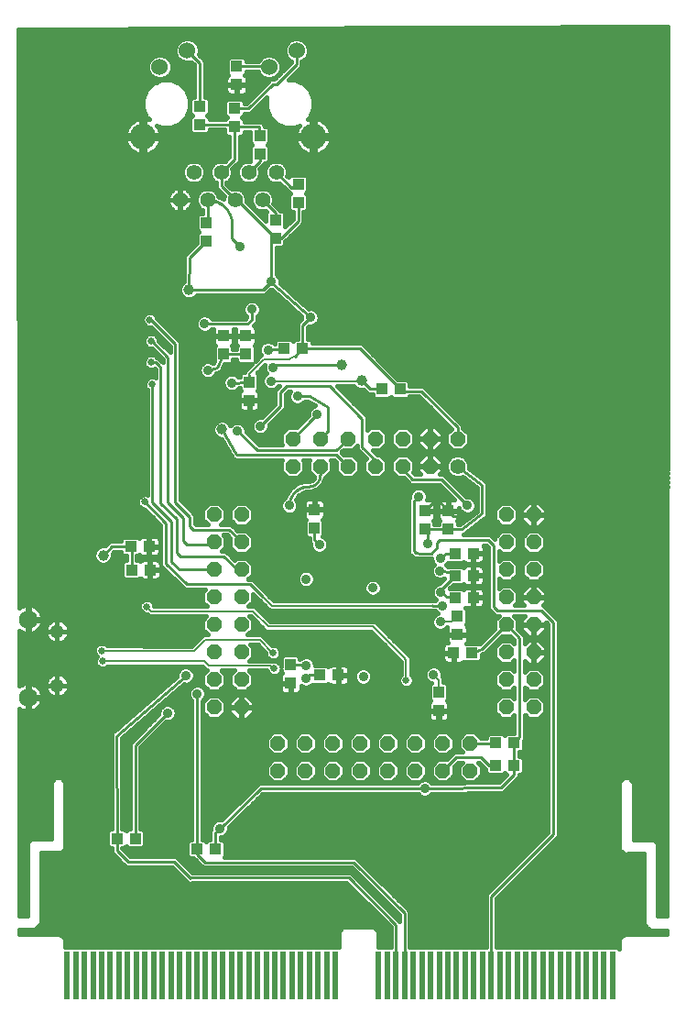
<source format=gbl>
G75*
%MOIN*%
%OFA0B0*%
%FSLAX25Y25*%
%IPPOS*%
%LPD*%
%AMOC8*
5,1,8,0,0,1.08239X$1,22.5*
%
%ADD10R,0.04331X0.03937*%
%ADD11R,0.03937X0.04331*%
%ADD12C,0.05150*%
%ADD13C,0.06791*%
%ADD14OC8,0.05600*%
%ADD15C,0.05500*%
%ADD16C,0.09450*%
%ADD17C,0.06000*%
%ADD18C,0.05600*%
%ADD19R,0.02362X0.17717*%
%ADD20C,0.03600*%
%ADD21C,0.01600*%
%ADD22C,0.01000*%
%ADD23C,0.03962*%
%ADD24C,0.00800*%
%ADD25C,0.02600*%
D10*
X0110979Y0074345D03*
X0117672Y0074345D03*
X0140175Y0070580D03*
X0146868Y0070580D03*
X0184880Y0133720D03*
X0191573Y0133720D03*
X0233523Y0141750D03*
X0240216Y0141750D03*
X0240764Y0161929D03*
X0234071Y0161929D03*
X0234037Y0169983D03*
X0240729Y0169983D03*
X0240753Y0178031D03*
X0234060Y0178031D03*
X0248889Y0109095D03*
X0255582Y0109095D03*
X0255542Y0100815D03*
X0248849Y0100815D03*
X0123038Y0172038D03*
X0116345Y0172038D03*
X0116009Y0180509D03*
X0122702Y0180509D03*
X0171918Y0252497D03*
X0178611Y0252497D03*
X0168685Y0292642D03*
X0168685Y0299335D03*
X0176997Y0305599D03*
X0176997Y0312292D03*
X0163058Y0323280D03*
X0163058Y0329973D03*
X0153769Y0333052D03*
X0153769Y0339745D03*
X0154579Y0348407D03*
X0154579Y0355100D03*
X0141162Y0340664D03*
X0141162Y0333972D03*
X0143542Y0298288D03*
X0143542Y0291595D03*
D11*
X0149867Y0257112D03*
X0149867Y0250419D03*
X0157941Y0250428D03*
X0157941Y0257121D03*
X0159181Y0240339D03*
X0159181Y0233646D03*
X0182888Y0193936D03*
X0182888Y0187243D03*
X0223180Y0186815D03*
X0223180Y0193508D03*
X0231631Y0193495D03*
X0231631Y0186802D03*
X0234947Y0155148D03*
X0234947Y0148455D03*
X0228146Y0127484D03*
X0228146Y0120791D03*
X0174212Y0130841D03*
X0174212Y0137534D03*
X0207402Y0237733D03*
X0214094Y0237733D03*
D12*
X0089292Y0149698D03*
X0089292Y0130013D03*
D13*
X0078662Y0125693D03*
X0078662Y0154019D03*
D14*
X0146363Y0152089D03*
X0146363Y0142089D03*
X0146363Y0132089D03*
X0146363Y0122089D03*
X0156363Y0122089D03*
X0156363Y0132089D03*
X0156363Y0142089D03*
X0156363Y0152089D03*
X0156363Y0162089D03*
X0156363Y0172089D03*
X0146363Y0172089D03*
X0146363Y0162089D03*
X0146363Y0182089D03*
X0146363Y0192089D03*
X0156363Y0192089D03*
X0156363Y0182089D03*
X0174972Y0209659D03*
X0184972Y0209659D03*
X0194972Y0209659D03*
X0204972Y0209659D03*
X0214972Y0209659D03*
X0224972Y0209659D03*
X0224972Y0219659D03*
X0214972Y0219659D03*
X0204972Y0219659D03*
X0194972Y0219659D03*
X0184972Y0219659D03*
X0174972Y0219659D03*
X0234972Y0219659D03*
X0252662Y0192089D03*
X0252662Y0182089D03*
X0262662Y0182089D03*
X0262662Y0192089D03*
X0262662Y0172089D03*
X0262662Y0162089D03*
X0252662Y0162089D03*
X0252662Y0172089D03*
X0252662Y0152089D03*
X0262662Y0152089D03*
X0262662Y0142089D03*
X0262662Y0132089D03*
X0252662Y0132089D03*
X0252662Y0142089D03*
X0252662Y0122089D03*
X0262662Y0122089D03*
X0239513Y0108940D03*
X0239513Y0098940D03*
X0229513Y0098940D03*
X0219513Y0098940D03*
X0219513Y0108940D03*
X0229513Y0108940D03*
X0209513Y0108940D03*
X0199513Y0108940D03*
X0199513Y0098940D03*
X0209513Y0098940D03*
X0189513Y0098940D03*
X0179513Y0098940D03*
X0179513Y0108940D03*
X0189513Y0108940D03*
X0169513Y0108940D03*
X0169513Y0098940D03*
D15*
X0163981Y0306558D03*
X0153981Y0306558D03*
X0143981Y0306558D03*
X0133981Y0306558D03*
X0138981Y0316558D03*
X0148981Y0316558D03*
X0158981Y0316558D03*
X0168981Y0316558D03*
D16*
X0182481Y0329558D03*
X0120481Y0329558D03*
D17*
X0126581Y0354858D03*
X0136581Y0360858D03*
X0166381Y0354858D03*
X0176381Y0360858D03*
D18*
X0234972Y0209659D03*
D19*
X0234610Y0024602D03*
X0231461Y0024602D03*
X0228311Y0024602D03*
X0225161Y0024602D03*
X0222012Y0024602D03*
X0218862Y0024602D03*
X0215713Y0024602D03*
X0212563Y0024602D03*
X0209413Y0024602D03*
X0206264Y0024602D03*
X0190516Y0024602D03*
X0187366Y0024602D03*
X0184217Y0024602D03*
X0181067Y0024602D03*
X0177917Y0024602D03*
X0174768Y0024602D03*
X0171618Y0024602D03*
X0168469Y0024602D03*
X0165319Y0024602D03*
X0162169Y0024602D03*
X0159020Y0024602D03*
X0155870Y0024602D03*
X0152721Y0024602D03*
X0149571Y0024602D03*
X0146421Y0024602D03*
X0143272Y0024602D03*
X0140122Y0024602D03*
X0136972Y0024602D03*
X0133823Y0024602D03*
X0130673Y0024602D03*
X0127524Y0024602D03*
X0124374Y0024602D03*
X0121224Y0024602D03*
X0118075Y0024602D03*
X0114925Y0024602D03*
X0111776Y0024602D03*
X0108626Y0024602D03*
X0105476Y0024602D03*
X0102327Y0024602D03*
X0099177Y0024602D03*
X0096028Y0024602D03*
X0092878Y0024602D03*
X0237760Y0024602D03*
X0240909Y0024602D03*
X0244059Y0024602D03*
X0247209Y0024602D03*
X0250358Y0024602D03*
X0253508Y0024602D03*
X0256658Y0024602D03*
X0259807Y0024602D03*
X0262957Y0024602D03*
X0266106Y0024602D03*
X0269256Y0024602D03*
X0272406Y0024602D03*
X0275555Y0024602D03*
X0278705Y0024602D03*
X0281854Y0024602D03*
X0285004Y0024602D03*
X0288154Y0024602D03*
X0291303Y0024602D03*
D20*
X0242096Y0079280D03*
X0226800Y0089231D03*
X0223040Y0092565D03*
X0237181Y0126818D03*
X0226241Y0133928D03*
X0228711Y0153162D03*
X0229327Y0159044D03*
X0228949Y0163852D03*
X0223655Y0167842D03*
X0228621Y0171668D03*
X0228650Y0176373D03*
X0223986Y0181631D03*
X0238513Y0195496D03*
X0226152Y0198593D03*
X0220805Y0198698D03*
X0204145Y0165463D03*
X0184724Y0181109D03*
X0173685Y0195386D03*
X0179865Y0168699D03*
X0179945Y0137195D03*
X0179758Y0132486D03*
X0200655Y0133227D03*
X0180808Y0081716D03*
X0148461Y0078015D03*
X0129438Y0119967D03*
X0140202Y0126997D03*
X0136115Y0133573D03*
X0131007Y0165038D03*
X0154894Y0222497D03*
X0163219Y0224256D03*
X0176701Y0235104D03*
X0183870Y0228648D03*
X0167941Y0245420D03*
X0167059Y0240638D03*
X0165994Y0252040D03*
X0152723Y0240034D03*
X0143646Y0238825D03*
X0144111Y0244651D03*
X0142921Y0261573D03*
X0160152Y0266711D03*
X0167156Y0276944D03*
X0155897Y0289526D03*
X0181437Y0263855D03*
D21*
X0075606Y0041147D02*
X0075608Y0039396D01*
X0090236Y0039396D01*
X0091173Y0039008D01*
X0091890Y0038291D01*
X0092278Y0037353D01*
X0092278Y0034860D01*
X0191706Y0034860D01*
X0191706Y0040070D01*
X0192094Y0041007D01*
X0192811Y0041724D01*
X0193749Y0042113D01*
X0204015Y0042113D01*
X0204952Y0041724D01*
X0205670Y0041007D01*
X0206058Y0040070D01*
X0206058Y0034860D01*
X0210663Y0034860D01*
X0210663Y0042066D01*
X0194535Y0058194D01*
X0138630Y0058194D01*
X0138467Y0058031D01*
X0136893Y0058031D01*
X0135780Y0059144D01*
X0135780Y0059144D01*
X0131005Y0063919D01*
X0114358Y0063919D01*
X0113245Y0065032D01*
X0109079Y0069198D01*
X0109079Y0070976D01*
X0108234Y0070976D01*
X0107414Y0071796D01*
X0107414Y0076893D01*
X0108234Y0077713D01*
X0109071Y0077713D01*
X0108994Y0110969D01*
X0108942Y0111029D01*
X0108992Y0111745D01*
X0108991Y0112463D01*
X0109047Y0112520D01*
X0109053Y0112599D01*
X0109595Y0113070D01*
X0110101Y0113578D01*
X0110181Y0113579D01*
X0132915Y0133312D01*
X0132915Y0134210D01*
X0133402Y0135386D01*
X0134302Y0136286D01*
X0135478Y0136773D01*
X0136752Y0136773D01*
X0137928Y0136286D01*
X0138828Y0135386D01*
X0139315Y0134210D01*
X0139315Y0132937D01*
X0138828Y0131761D01*
X0137928Y0130861D01*
X0136752Y0130373D01*
X0135478Y0130373D01*
X0135376Y0130416D01*
X0112795Y0110815D01*
X0112871Y0077713D01*
X0113724Y0077713D01*
X0114326Y0077112D01*
X0114927Y0077713D01*
X0115772Y0077713D01*
X0115772Y0108989D01*
X0126238Y0119454D01*
X0126238Y0120604D01*
X0126725Y0121780D01*
X0127625Y0122680D01*
X0128801Y0123167D01*
X0130074Y0123167D01*
X0131250Y0122680D01*
X0132151Y0121780D01*
X0132638Y0120604D01*
X0132638Y0119331D01*
X0132151Y0118155D01*
X0131250Y0117254D01*
X0130074Y0116767D01*
X0128925Y0116767D01*
X0119572Y0107415D01*
X0119572Y0077713D01*
X0120417Y0077713D01*
X0121237Y0076893D01*
X0121237Y0071796D01*
X0120417Y0070976D01*
X0114927Y0070976D01*
X0114326Y0071577D01*
X0113724Y0070976D01*
X0112879Y0070976D01*
X0112879Y0070772D01*
X0115932Y0067719D01*
X0132579Y0067719D01*
X0138304Y0061994D01*
X0196109Y0061994D01*
X0197222Y0060881D01*
X0213785Y0044318D01*
X0213785Y0046383D01*
X0196377Y0063791D01*
X0142318Y0063791D01*
X0141205Y0064904D01*
X0138898Y0067211D01*
X0137430Y0067211D01*
X0136610Y0068031D01*
X0136610Y0073128D01*
X0137430Y0073948D01*
X0138275Y0073948D01*
X0138275Y0124399D01*
X0137489Y0125185D01*
X0137002Y0126361D01*
X0137002Y0127634D01*
X0137489Y0128810D01*
X0138389Y0129710D01*
X0139565Y0130197D01*
X0140838Y0130197D01*
X0142015Y0129710D01*
X0142915Y0128810D01*
X0143402Y0127634D01*
X0143402Y0126361D01*
X0142915Y0125185D01*
X0142075Y0124345D01*
X0142075Y0073948D01*
X0142920Y0073948D01*
X0143521Y0073347D01*
X0144123Y0073948D01*
X0144968Y0073948D01*
X0144968Y0077208D01*
X0145261Y0077501D01*
X0145261Y0078651D01*
X0145749Y0079827D01*
X0146649Y0080727D01*
X0147825Y0081214D01*
X0149024Y0081214D01*
X0162067Y0093918D01*
X0162614Y0094465D01*
X0162629Y0094465D01*
X0162639Y0094475D01*
X0163414Y0094465D01*
X0220415Y0094465D01*
X0220689Y0094740D01*
X0217773Y0094740D01*
X0215313Y0097200D01*
X0215313Y0100679D01*
X0217773Y0103140D01*
X0221252Y0103140D01*
X0223713Y0100679D01*
X0223713Y0097200D01*
X0222188Y0095676D01*
X0222404Y0095765D01*
X0223677Y0095765D01*
X0224853Y0095278D01*
X0225631Y0094500D01*
X0250106Y0094828D01*
X0252761Y0097483D01*
X0252195Y0098048D01*
X0251594Y0097447D01*
X0246104Y0097447D01*
X0245284Y0098267D01*
X0245284Y0099392D01*
X0242658Y0102018D01*
X0242374Y0102018D01*
X0243713Y0100679D01*
X0243713Y0097200D01*
X0241252Y0094740D01*
X0237773Y0094740D01*
X0235313Y0097200D01*
X0235313Y0100679D01*
X0236651Y0102018D01*
X0235277Y0102018D01*
X0233713Y0100453D01*
X0233713Y0097200D01*
X0231252Y0094740D01*
X0227773Y0094740D01*
X0225313Y0097200D01*
X0225313Y0100679D01*
X0227773Y0103140D01*
X0231026Y0103140D01*
X0233703Y0105817D01*
X0236695Y0105817D01*
X0235313Y0107200D01*
X0235313Y0110679D01*
X0237773Y0113140D01*
X0241252Y0113140D01*
X0243552Y0110840D01*
X0245323Y0110840D01*
X0245323Y0111643D01*
X0246144Y0112463D01*
X0251634Y0112463D01*
X0252235Y0111862D01*
X0252836Y0112463D01*
X0255636Y0112463D01*
X0255636Y0119123D01*
X0254402Y0117889D01*
X0250922Y0117889D01*
X0248462Y0120350D01*
X0248462Y0123829D01*
X0250922Y0126289D01*
X0254402Y0126289D01*
X0255636Y0125055D01*
X0255636Y0129123D01*
X0254402Y0127889D01*
X0250922Y0127889D01*
X0248462Y0130350D01*
X0248462Y0133829D01*
X0250922Y0136289D01*
X0254402Y0136289D01*
X0255636Y0135055D01*
X0255636Y0139123D01*
X0254402Y0137889D01*
X0250922Y0137889D01*
X0248462Y0140350D01*
X0248462Y0143829D01*
X0250922Y0146289D01*
X0254402Y0146289D01*
X0255636Y0145055D01*
X0255636Y0146429D01*
X0254175Y0147889D01*
X0251149Y0147889D01*
X0245499Y0142239D01*
X0245349Y0141868D01*
X0244964Y0141704D01*
X0244668Y0141408D01*
X0244269Y0141408D01*
X0243781Y0141201D01*
X0243781Y0139202D01*
X0242961Y0138381D01*
X0237471Y0138381D01*
X0237146Y0138706D01*
X0237129Y0138676D01*
X0236794Y0138341D01*
X0236383Y0138104D01*
X0235925Y0137981D01*
X0233707Y0137981D01*
X0233707Y0141566D01*
X0233339Y0141566D01*
X0229558Y0141566D01*
X0229558Y0139544D01*
X0229680Y0139087D01*
X0229917Y0138676D01*
X0230252Y0138341D01*
X0230663Y0138104D01*
X0231121Y0137981D01*
X0233339Y0137981D01*
X0233339Y0141566D01*
X0233339Y0141934D01*
X0229558Y0141934D01*
X0229558Y0143955D01*
X0229680Y0144413D01*
X0229917Y0144824D01*
X0230252Y0145159D01*
X0230663Y0145396D01*
X0231121Y0145518D01*
X0231345Y0145518D01*
X0231301Y0145595D01*
X0231178Y0146053D01*
X0231178Y0148271D01*
X0234762Y0148271D01*
X0234762Y0148639D01*
X0231178Y0148639D01*
X0231178Y0150858D01*
X0231268Y0151194D01*
X0230524Y0150449D01*
X0229348Y0149962D01*
X0228075Y0149962D01*
X0226898Y0150449D01*
X0225998Y0151349D01*
X0225511Y0152526D01*
X0225511Y0153799D01*
X0225998Y0154975D01*
X0226898Y0155875D01*
X0227758Y0156231D01*
X0227514Y0156332D01*
X0226702Y0157144D01*
X0224894Y0157144D01*
X0224794Y0157244D01*
X0166603Y0157244D01*
X0165549Y0158299D01*
X0163506Y0160341D01*
X0163365Y0160341D01*
X0160563Y0163143D01*
X0160563Y0160350D01*
X0158941Y0158727D01*
X0161240Y0158727D01*
X0166749Y0153219D01*
X0204972Y0153219D01*
X0217327Y0140864D01*
X0217327Y0140864D01*
X0218100Y0140091D01*
X0218100Y0133909D01*
X0218589Y0133420D01*
X0219000Y0132428D01*
X0219000Y0131354D01*
X0218589Y0130361D01*
X0217829Y0129602D01*
X0216837Y0129191D01*
X0215763Y0129191D01*
X0214770Y0129602D01*
X0214011Y0130361D01*
X0213600Y0131354D01*
X0213600Y0132428D01*
X0214011Y0133420D01*
X0214500Y0133909D01*
X0214500Y0138600D01*
X0203481Y0149619D01*
X0165257Y0149619D01*
X0164203Y0150673D01*
X0159749Y0155127D01*
X0159264Y0155127D01*
X0160563Y0153829D01*
X0160563Y0150350D01*
X0158599Y0148386D01*
X0162331Y0148386D01*
X0162347Y0148401D01*
X0163073Y0148386D01*
X0163800Y0148386D01*
X0163816Y0148371D01*
X0163837Y0148370D01*
X0164340Y0147846D01*
X0164854Y0147332D01*
X0164854Y0147310D01*
X0167494Y0144558D01*
X0168435Y0144558D01*
X0169427Y0144147D01*
X0170187Y0143387D01*
X0170598Y0142395D01*
X0170598Y0141321D01*
X0170187Y0140328D01*
X0169427Y0139569D01*
X0168435Y0139158D01*
X0167361Y0139158D01*
X0166368Y0139569D01*
X0165609Y0140328D01*
X0165198Y0141321D01*
X0165198Y0141751D01*
X0162287Y0144786D01*
X0159606Y0144786D01*
X0160563Y0143829D01*
X0160563Y0140350D01*
X0159217Y0139004D01*
X0166550Y0139004D01*
X0167123Y0139109D01*
X0167275Y0139004D01*
X0167459Y0139004D01*
X0167582Y0138881D01*
X0167629Y0138900D01*
X0168704Y0138900D01*
X0169696Y0138489D01*
X0170455Y0137730D01*
X0170843Y0136794D01*
X0170843Y0140279D01*
X0171663Y0141099D01*
X0176760Y0141099D01*
X0177580Y0140279D01*
X0177580Y0139401D01*
X0177626Y0139400D01*
X0178133Y0139907D01*
X0179309Y0140394D01*
X0180582Y0140394D01*
X0181758Y0139907D01*
X0182658Y0139007D01*
X0183145Y0137831D01*
X0183145Y0137089D01*
X0187625Y0137089D01*
X0187950Y0136764D01*
X0187967Y0136794D01*
X0188302Y0137129D01*
X0188712Y0137366D01*
X0189170Y0137489D01*
X0191388Y0137489D01*
X0191388Y0133905D01*
X0191757Y0133905D01*
X0191757Y0137489D01*
X0193975Y0137489D01*
X0194433Y0137366D01*
X0194843Y0137129D01*
X0195178Y0136794D01*
X0195415Y0136383D01*
X0195538Y0135926D01*
X0195538Y0133904D01*
X0191757Y0133904D01*
X0191757Y0133536D01*
X0195538Y0133536D01*
X0195538Y0131515D01*
X0195415Y0131057D01*
X0195178Y0130646D01*
X0194843Y0130311D01*
X0194433Y0130074D01*
X0193975Y0129952D01*
X0191757Y0129952D01*
X0191757Y0133536D01*
X0191388Y0133536D01*
X0191388Y0129952D01*
X0189170Y0129952D01*
X0188712Y0130074D01*
X0188302Y0130311D01*
X0187967Y0130646D01*
X0187950Y0130676D01*
X0187625Y0130352D01*
X0188261Y0130352D01*
X0187625Y0130352D02*
X0182150Y0130352D01*
X0181571Y0129773D01*
X0180395Y0129286D01*
X0179122Y0129286D01*
X0177980Y0129759D01*
X0177980Y0128439D01*
X0177857Y0127981D01*
X0177620Y0127571D01*
X0177285Y0127235D01*
X0176875Y0126998D01*
X0176417Y0126876D01*
X0174396Y0126876D01*
X0174396Y0130657D01*
X0174027Y0130657D01*
X0170443Y0130657D01*
X0170443Y0128439D01*
X0170566Y0127981D01*
X0170803Y0127571D01*
X0171138Y0127235D01*
X0171548Y0126998D01*
X0172006Y0126876D01*
X0174027Y0126876D01*
X0174027Y0130657D01*
X0174027Y0131025D01*
X0170443Y0131025D01*
X0170443Y0133243D01*
X0170566Y0133701D01*
X0170803Y0134112D01*
X0171138Y0134447D01*
X0171168Y0134464D01*
X0170843Y0134789D01*
X0170843Y0135606D01*
X0170455Y0134671D01*
X0169696Y0133911D01*
X0168704Y0133500D01*
X0167629Y0133500D01*
X0166637Y0133911D01*
X0165878Y0134671D01*
X0165574Y0135404D01*
X0158988Y0135404D01*
X0160563Y0133829D01*
X0160563Y0130350D01*
X0158103Y0127889D01*
X0154623Y0127889D01*
X0152163Y0130350D01*
X0152163Y0133829D01*
X0153738Y0135404D01*
X0148988Y0135404D01*
X0150563Y0133829D01*
X0150563Y0130350D01*
X0148103Y0127889D01*
X0144623Y0127889D01*
X0142163Y0130350D01*
X0142163Y0133829D01*
X0143738Y0135404D01*
X0143605Y0135404D01*
X0142060Y0136948D01*
X0107809Y0137043D01*
X0107326Y0136560D01*
X0106333Y0136149D01*
X0105259Y0136149D01*
X0104267Y0136560D01*
X0103507Y0137320D01*
X0103096Y0138312D01*
X0103096Y0139386D01*
X0103507Y0140378D01*
X0103722Y0140593D01*
X0103197Y0141117D01*
X0102786Y0142110D01*
X0102786Y0143184D01*
X0103197Y0144176D01*
X0103957Y0144936D01*
X0104949Y0145347D01*
X0106023Y0145347D01*
X0107015Y0144936D01*
X0107511Y0144441D01*
X0133386Y0144363D01*
X0138231Y0144363D01*
X0141200Y0147332D01*
X0142255Y0148386D01*
X0144127Y0148386D01*
X0142163Y0150350D01*
X0142163Y0153829D01*
X0143462Y0155127D01*
X0122829Y0155127D01*
X0121987Y0155969D01*
X0121296Y0155969D01*
X0120303Y0156380D01*
X0119544Y0157140D01*
X0119133Y0158132D01*
X0119133Y0159206D01*
X0119544Y0160199D01*
X0120303Y0160958D01*
X0121296Y0161369D01*
X0122370Y0161369D01*
X0123362Y0160958D01*
X0124122Y0160199D01*
X0124533Y0159206D01*
X0124533Y0158727D01*
X0143785Y0158727D01*
X0142163Y0160350D01*
X0142163Y0163829D01*
X0143203Y0164869D01*
X0136542Y0164869D01*
X0135769Y0164857D01*
X0135757Y0164869D01*
X0135740Y0164869D01*
X0135194Y0165415D01*
X0128036Y0172359D01*
X0128019Y0172359D01*
X0127473Y0172905D01*
X0127003Y0173361D01*
X0127003Y0172222D01*
X0123222Y0172222D01*
X0122854Y0172222D01*
X0122854Y0175806D01*
X0120636Y0175806D01*
X0120178Y0175684D01*
X0119768Y0175447D01*
X0119432Y0175112D01*
X0119415Y0175082D01*
X0119090Y0175406D01*
X0118245Y0175406D01*
X0118245Y0177141D01*
X0118755Y0177141D01*
X0119079Y0177466D01*
X0119097Y0177436D01*
X0119432Y0177101D01*
X0119842Y0176864D01*
X0120300Y0176741D01*
X0122518Y0176741D01*
X0122518Y0180325D01*
X0122887Y0180325D01*
X0122887Y0180694D01*
X0126668Y0180694D01*
X0126668Y0182715D01*
X0126545Y0183173D01*
X0126308Y0183583D01*
X0125973Y0183918D01*
X0125562Y0184155D01*
X0125105Y0184278D01*
X0122887Y0184278D01*
X0122887Y0180694D01*
X0122518Y0180694D01*
X0122518Y0184278D01*
X0120300Y0184278D01*
X0119842Y0184155D01*
X0119432Y0183918D01*
X0119097Y0183583D01*
X0119079Y0183553D01*
X0118755Y0183878D01*
X0113264Y0183878D01*
X0112444Y0183058D01*
X0112444Y0182409D01*
X0108380Y0182409D01*
X0106682Y0180711D01*
X0106667Y0180718D01*
X0105322Y0180718D01*
X0104079Y0180203D01*
X0103128Y0179252D01*
X0102613Y0178009D01*
X0102613Y0176664D01*
X0103128Y0175421D01*
X0104079Y0174470D01*
X0105322Y0173955D01*
X0106667Y0173955D01*
X0107909Y0174470D01*
X0108861Y0175421D01*
X0109375Y0176664D01*
X0109375Y0178009D01*
X0109369Y0178024D01*
X0109954Y0178609D01*
X0112444Y0178609D01*
X0112444Y0177961D01*
X0113264Y0177141D01*
X0114445Y0177141D01*
X0114445Y0175406D01*
X0113600Y0175406D01*
X0112780Y0174586D01*
X0112780Y0169489D01*
X0113600Y0168669D01*
X0119090Y0168669D01*
X0119415Y0168994D01*
X0119432Y0168964D01*
X0119768Y0168629D01*
X0120178Y0168392D01*
X0120636Y0168269D01*
X0122854Y0168269D01*
X0122854Y0171854D01*
X0123222Y0171854D01*
X0123222Y0168269D01*
X0125440Y0168269D01*
X0125898Y0168392D01*
X0126309Y0168629D01*
X0126644Y0168964D01*
X0126881Y0169375D01*
X0127003Y0169832D01*
X0127003Y0171854D01*
X0123222Y0171854D01*
X0123222Y0172222D01*
X0123222Y0175806D01*
X0125440Y0175806D01*
X0125898Y0175684D01*
X0126309Y0175447D01*
X0126644Y0175112D01*
X0126881Y0174701D01*
X0126900Y0174629D01*
X0126894Y0175017D01*
X0126906Y0175030D01*
X0126906Y0188102D01*
X0121160Y0194022D01*
X0120651Y0194022D01*
X0119658Y0194433D01*
X0118899Y0195193D01*
X0118488Y0196185D01*
X0118488Y0197259D01*
X0118899Y0198251D01*
X0119658Y0199011D01*
X0120651Y0199422D01*
X0121725Y0199422D01*
X0121988Y0199313D01*
X0121988Y0237624D01*
X0121599Y0238013D01*
X0121188Y0239005D01*
X0121188Y0240079D01*
X0121599Y0241072D01*
X0122358Y0241831D01*
X0123351Y0242242D01*
X0124425Y0242242D01*
X0124989Y0242009D01*
X0124989Y0244898D01*
X0124782Y0245106D01*
X0123982Y0244775D01*
X0122908Y0244775D01*
X0121916Y0245186D01*
X0121156Y0245945D01*
X0120745Y0246938D01*
X0120745Y0248012D01*
X0121156Y0249004D01*
X0121916Y0249764D01*
X0122908Y0250175D01*
X0123982Y0250175D01*
X0124975Y0249764D01*
X0125364Y0249375D01*
X0125887Y0249375D01*
X0127242Y0248019D01*
X0127264Y0248019D01*
X0127637Y0247646D01*
X0127637Y0248475D01*
X0123695Y0252416D01*
X0122939Y0252416D01*
X0121947Y0252827D01*
X0121187Y0253587D01*
X0120776Y0254579D01*
X0120776Y0255653D01*
X0121187Y0256646D01*
X0121947Y0257405D01*
X0122939Y0257816D01*
X0124013Y0257816D01*
X0125005Y0257405D01*
X0125765Y0256646D01*
X0126176Y0255653D01*
X0126176Y0255309D01*
X0130324Y0251162D01*
X0130388Y0251097D01*
X0130388Y0253262D01*
X0123374Y0260277D01*
X0122391Y0260277D01*
X0121399Y0260688D01*
X0120639Y0261447D01*
X0120228Y0262440D01*
X0120228Y0263514D01*
X0120639Y0264506D01*
X0121399Y0265266D01*
X0122391Y0265677D01*
X0123465Y0265677D01*
X0124458Y0265266D01*
X0125217Y0264506D01*
X0125628Y0263514D01*
X0125628Y0263396D01*
X0133075Y0255949D01*
X0134188Y0254836D01*
X0134188Y0197423D01*
X0138372Y0193239D01*
X0139485Y0192126D01*
X0139485Y0188787D01*
X0139751Y0188521D01*
X0143991Y0188521D01*
X0142163Y0190350D01*
X0142163Y0193829D01*
X0144623Y0196289D01*
X0148103Y0196289D01*
X0150563Y0193829D01*
X0150563Y0190350D01*
X0148735Y0188521D01*
X0152618Y0188521D01*
X0153731Y0187408D01*
X0153731Y0187408D01*
X0154850Y0186289D01*
X0158103Y0186289D01*
X0160563Y0183829D01*
X0160563Y0180350D01*
X0158103Y0177889D01*
X0154623Y0177889D01*
X0152163Y0180350D01*
X0152163Y0183602D01*
X0151044Y0184721D01*
X0149671Y0184721D01*
X0150563Y0183829D01*
X0150563Y0180350D01*
X0149072Y0178859D01*
X0150745Y0178859D01*
X0151858Y0177746D01*
X0153969Y0175635D01*
X0154623Y0176289D01*
X0158103Y0176289D01*
X0160563Y0173829D01*
X0160563Y0170350D01*
X0158882Y0168669D01*
X0160411Y0168669D01*
X0161524Y0167556D01*
X0166052Y0163028D01*
X0166052Y0162887D01*
X0168094Y0160844D01*
X0224768Y0160844D01*
X0224881Y0160958D01*
X0226455Y0160958D01*
X0226468Y0160944D01*
X0226702Y0160944D01*
X0227016Y0161259D01*
X0226236Y0162039D01*
X0225749Y0163215D01*
X0225749Y0164488D01*
X0226236Y0165665D01*
X0227137Y0166565D01*
X0228313Y0167052D01*
X0228419Y0167052D01*
X0230243Y0168876D01*
X0229258Y0168468D01*
X0227985Y0168468D01*
X0226809Y0168955D01*
X0225909Y0169856D01*
X0225421Y0171032D01*
X0225421Y0172305D01*
X0225909Y0173481D01*
X0226462Y0174035D01*
X0225937Y0174560D01*
X0225450Y0175736D01*
X0225450Y0176076D01*
X0225078Y0176076D01*
X0225041Y0176043D01*
X0224298Y0176076D01*
X0223553Y0176076D01*
X0223538Y0176092D01*
X0222361Y0176092D01*
X0222325Y0176059D01*
X0221581Y0176092D01*
X0220836Y0176092D01*
X0220801Y0176126D01*
X0219794Y0176171D01*
X0219049Y0176171D01*
X0219014Y0176206D01*
X0218965Y0176208D01*
X0218463Y0176758D01*
X0217244Y0177976D01*
X0217244Y0196693D01*
X0217176Y0196776D01*
X0217244Y0197467D01*
X0217244Y0198161D01*
X0217320Y0198236D01*
X0217330Y0198342D01*
X0217605Y0198568D01*
X0217605Y0199335D01*
X0218092Y0200511D01*
X0218992Y0201411D01*
X0220168Y0201898D01*
X0221441Y0201898D01*
X0222617Y0201411D01*
X0223517Y0200511D01*
X0224004Y0199335D01*
X0224004Y0198062D01*
X0223761Y0197473D01*
X0225385Y0197473D01*
X0225843Y0197351D01*
X0226253Y0197114D01*
X0226589Y0196779D01*
X0226826Y0196368D01*
X0226948Y0195910D01*
X0226948Y0193692D01*
X0223364Y0193692D01*
X0223364Y0193324D01*
X0226948Y0193324D01*
X0226948Y0191106D01*
X0226826Y0190648D01*
X0226589Y0190237D01*
X0226253Y0189902D01*
X0226223Y0189885D01*
X0226548Y0189560D01*
X0226548Y0188699D01*
X0228262Y0188691D01*
X0228262Y0189548D01*
X0228587Y0189872D01*
X0228557Y0189890D01*
X0228222Y0190225D01*
X0227985Y0190635D01*
X0227862Y0191093D01*
X0227862Y0193311D01*
X0231446Y0193311D01*
X0231446Y0193680D01*
X0227862Y0193680D01*
X0227862Y0195898D01*
X0227985Y0196355D01*
X0228222Y0196766D01*
X0228557Y0197101D01*
X0228968Y0197338D01*
X0229425Y0197461D01*
X0231447Y0197461D01*
X0231447Y0193680D01*
X0231815Y0193680D01*
X0231815Y0197461D01*
X0233836Y0197461D01*
X0233870Y0197452D01*
X0228338Y0202984D01*
X0217843Y0202984D01*
X0216730Y0204097D01*
X0216730Y0204097D01*
X0215368Y0205459D01*
X0213232Y0205459D01*
X0210772Y0207920D01*
X0210772Y0211399D01*
X0213232Y0213859D01*
X0216712Y0213859D01*
X0219172Y0211399D01*
X0219172Y0207920D01*
X0218727Y0207474D01*
X0219417Y0206784D01*
X0221342Y0206784D01*
X0220372Y0207754D01*
X0220372Y0209559D01*
X0224872Y0209559D01*
X0224872Y0209759D01*
X0220372Y0209759D01*
X0220372Y0211565D01*
X0223067Y0214259D01*
X0224872Y0214259D01*
X0224872Y0209759D01*
X0225072Y0209759D01*
X0229572Y0209759D01*
X0229572Y0211565D01*
X0226878Y0214259D01*
X0225072Y0214259D01*
X0225072Y0209759D01*
X0225072Y0209559D01*
X0229572Y0209559D01*
X0229572Y0207754D01*
X0228602Y0206784D01*
X0229912Y0206784D01*
X0231025Y0205671D01*
X0238000Y0198696D01*
X0239149Y0198696D01*
X0240325Y0198209D01*
X0241225Y0197309D01*
X0241713Y0196132D01*
X0241713Y0194859D01*
X0241225Y0193683D01*
X0240325Y0192783D01*
X0239149Y0192296D01*
X0237876Y0192296D01*
X0236700Y0192783D01*
X0235800Y0193683D01*
X0235399Y0194650D01*
X0235399Y0193680D01*
X0231815Y0193680D01*
X0231815Y0193311D01*
X0235399Y0193311D01*
X0235399Y0191093D01*
X0235277Y0190635D01*
X0235040Y0190225D01*
X0234705Y0189890D01*
X0234675Y0189872D01*
X0234999Y0189548D01*
X0234999Y0188702D01*
X0235827Y0188702D01*
X0242061Y0193362D01*
X0242061Y0201970D01*
X0236838Y0205886D01*
X0235808Y0205459D01*
X0234137Y0205459D01*
X0232593Y0206099D01*
X0231412Y0207280D01*
X0230772Y0208824D01*
X0230772Y0210495D01*
X0231412Y0212038D01*
X0232593Y0213220D01*
X0234137Y0213859D01*
X0235808Y0213859D01*
X0237351Y0213220D01*
X0238533Y0212038D01*
X0239172Y0210495D01*
X0239172Y0208885D01*
X0244594Y0204820D01*
X0244748Y0204820D01*
X0245209Y0204359D01*
X0245730Y0203969D01*
X0245752Y0203816D01*
X0245861Y0203707D01*
X0245861Y0203056D01*
X0245953Y0202410D01*
X0245861Y0202287D01*
X0245861Y0193041D01*
X0245954Y0192917D01*
X0245861Y0192273D01*
X0245861Y0191623D01*
X0245751Y0191513D01*
X0245729Y0191359D01*
X0245208Y0190970D01*
X0244748Y0190510D01*
X0244593Y0190510D01*
X0237706Y0185362D01*
X0237246Y0184902D01*
X0237091Y0184902D01*
X0236980Y0184820D01*
X0246212Y0184788D01*
X0246996Y0184788D01*
X0246999Y0184785D01*
X0247003Y0184785D01*
X0247557Y0184227D01*
X0248462Y0183322D01*
X0248462Y0183829D01*
X0250922Y0186289D01*
X0254402Y0186289D01*
X0256862Y0183829D01*
X0256862Y0180350D01*
X0254402Y0177889D01*
X0250922Y0177889D01*
X0249992Y0178820D01*
X0249992Y0175358D01*
X0250922Y0176289D01*
X0254402Y0176289D01*
X0256862Y0173829D01*
X0256862Y0170350D01*
X0254402Y0167889D01*
X0250922Y0167889D01*
X0249992Y0168820D01*
X0249992Y0165358D01*
X0250922Y0166289D01*
X0254402Y0166289D01*
X0256862Y0163829D01*
X0256862Y0160350D01*
X0255683Y0159171D01*
X0259076Y0159171D01*
X0258062Y0160184D01*
X0258062Y0161989D01*
X0262562Y0161989D01*
X0262562Y0162189D01*
X0258062Y0162189D01*
X0258062Y0163995D01*
X0260757Y0166689D01*
X0262562Y0166689D01*
X0262562Y0162189D01*
X0262762Y0162189D01*
X0267262Y0162189D01*
X0267262Y0163995D01*
X0264568Y0166689D01*
X0262762Y0166689D01*
X0262762Y0162189D01*
X0262762Y0161989D01*
X0267262Y0161989D01*
X0267262Y0160184D01*
X0266247Y0159169D01*
X0270577Y0154839D01*
X0271690Y0153726D01*
X0271690Y0075085D01*
X0249109Y0052504D01*
X0249109Y0034860D01*
X0293064Y0034860D01*
X0293674Y0034250D01*
X0293674Y0037353D01*
X0294063Y0038291D01*
X0294780Y0039008D01*
X0295717Y0039396D01*
X0311037Y0039396D01*
X0311039Y0040950D01*
X0305461Y0040950D01*
X0303729Y0041949D01*
X0303729Y0041949D01*
X0303729Y0041949D01*
X0302730Y0043681D01*
X0302730Y0068784D01*
X0297119Y0068784D01*
X0296929Y0068706D01*
X0295914Y0068706D01*
X0294977Y0069094D01*
X0294260Y0069811D01*
X0293871Y0070748D01*
X0293871Y0094401D01*
X0294260Y0095338D01*
X0294977Y0096055D01*
X0295914Y0096443D01*
X0296929Y0096443D01*
X0297866Y0096055D01*
X0298583Y0095338D01*
X0298971Y0094401D01*
X0298971Y0073884D01*
X0305787Y0073884D01*
X0306724Y0073496D01*
X0307441Y0072779D01*
X0307830Y0071842D01*
X0307830Y0046050D01*
X0311048Y0046050D01*
X0311578Y0369487D01*
X0075221Y0368519D01*
X0075468Y0158121D01*
X0075939Y0158463D01*
X0076667Y0158834D01*
X0077445Y0159087D01*
X0078253Y0159215D01*
X0078330Y0159215D01*
X0078330Y0154351D01*
X0078994Y0154351D01*
X0083857Y0154351D01*
X0083857Y0154428D01*
X0083729Y0155236D01*
X0083477Y0156014D01*
X0083105Y0156742D01*
X0082625Y0157404D01*
X0082047Y0157982D01*
X0081385Y0158463D01*
X0080656Y0158834D01*
X0079878Y0159087D01*
X0079071Y0159215D01*
X0078994Y0159215D01*
X0078994Y0154351D01*
X0078994Y0153687D01*
X0083857Y0153687D01*
X0083857Y0153610D01*
X0083729Y0152803D01*
X0083477Y0152025D01*
X0083105Y0151296D01*
X0082625Y0150635D01*
X0082047Y0150056D01*
X0081385Y0149576D01*
X0080656Y0149204D01*
X0079878Y0148952D01*
X0079071Y0148824D01*
X0078994Y0148824D01*
X0078994Y0153687D01*
X0078330Y0153687D01*
X0078330Y0148824D01*
X0078253Y0148824D01*
X0077445Y0148952D01*
X0076667Y0149204D01*
X0075939Y0149576D01*
X0075478Y0149910D01*
X0075502Y0129819D01*
X0075939Y0130136D01*
X0076667Y0130508D01*
X0077445Y0130760D01*
X0078253Y0130888D01*
X0078330Y0130888D01*
X0078330Y0126025D01*
X0078994Y0126025D01*
X0078994Y0130888D01*
X0079071Y0130888D01*
X0079878Y0130760D01*
X0080656Y0130508D01*
X0081385Y0130136D01*
X0082047Y0129656D01*
X0082625Y0129077D01*
X0083105Y0128416D01*
X0083477Y0127687D01*
X0083729Y0126909D01*
X0083857Y0126101D01*
X0083857Y0126024D01*
X0078994Y0126024D01*
X0078994Y0125361D01*
X0083857Y0125361D01*
X0083857Y0125284D01*
X0083729Y0124476D01*
X0083477Y0123698D01*
X0083105Y0122969D01*
X0082625Y0122308D01*
X0082047Y0121730D01*
X0081385Y0121249D01*
X0080656Y0120878D01*
X0079878Y0120625D01*
X0079071Y0120497D01*
X0078994Y0120497D01*
X0078994Y0125361D01*
X0078330Y0125361D01*
X0078330Y0120497D01*
X0078253Y0120497D01*
X0077445Y0120625D01*
X0076667Y0120878D01*
X0075939Y0121249D01*
X0075511Y0121559D01*
X0075600Y0046246D01*
X0078320Y0046246D01*
X0078320Y0072235D01*
X0078708Y0073172D01*
X0079426Y0073890D01*
X0080363Y0074278D01*
X0087178Y0074278D01*
X0087178Y0094401D01*
X0087567Y0095338D01*
X0088284Y0096055D01*
X0089221Y0096443D01*
X0090236Y0096443D01*
X0091173Y0096055D01*
X0091890Y0095338D01*
X0092278Y0094401D01*
X0092278Y0071221D01*
X0091890Y0070284D01*
X0091173Y0069566D01*
X0090236Y0069178D01*
X0083420Y0069178D01*
X0083420Y0043878D01*
X0082420Y0042146D01*
X0082420Y0042146D01*
X0080689Y0041147D01*
X0080689Y0041147D01*
X0075606Y0041147D01*
X0075606Y0040835D02*
X0192023Y0040835D01*
X0191706Y0039237D02*
X0090620Y0039237D01*
X0092160Y0037638D02*
X0191706Y0037638D01*
X0191706Y0036040D02*
X0092278Y0036040D01*
X0082586Y0042434D02*
X0210295Y0042434D01*
X0210663Y0040835D02*
X0205741Y0040835D01*
X0206058Y0039237D02*
X0210663Y0039237D01*
X0210663Y0037638D02*
X0206058Y0037638D01*
X0206058Y0036040D02*
X0210663Y0036040D01*
X0217585Y0036040D02*
X0245309Y0036040D01*
X0245309Y0034860D02*
X0242298Y0034860D01*
X0217585Y0034860D01*
X0217585Y0047957D01*
X0216472Y0049070D01*
X0197951Y0067591D01*
X0149993Y0067591D01*
X0150433Y0068031D01*
X0150433Y0073128D01*
X0149613Y0073948D01*
X0148768Y0073948D01*
X0148768Y0074815D01*
X0149098Y0074815D01*
X0150274Y0075302D01*
X0151174Y0076202D01*
X0151661Y0077378D01*
X0151661Y0078479D01*
X0164174Y0090665D01*
X0220415Y0090665D01*
X0221228Y0089852D01*
X0222404Y0089365D01*
X0223677Y0089365D01*
X0224853Y0089852D01*
X0225701Y0090701D01*
X0250916Y0091038D01*
X0251691Y0091038D01*
X0251701Y0091049D01*
X0251716Y0091049D01*
X0252256Y0091604D01*
X0256369Y0095717D01*
X0257482Y0096830D01*
X0257482Y0097447D01*
X0258287Y0097447D01*
X0259107Y0098267D01*
X0259107Y0103364D01*
X0258287Y0104184D01*
X0257442Y0104184D01*
X0257442Y0105726D01*
X0258327Y0105726D01*
X0259147Y0106546D01*
X0259147Y0109973D01*
X0259436Y0110262D01*
X0259436Y0119376D01*
X0260922Y0117889D01*
X0264402Y0117889D01*
X0266862Y0120350D01*
X0266862Y0123829D01*
X0264402Y0126289D01*
X0260922Y0126289D01*
X0259436Y0124803D01*
X0259436Y0129376D01*
X0260922Y0127889D01*
X0264402Y0127889D01*
X0266862Y0130350D01*
X0266862Y0133829D01*
X0264402Y0136289D01*
X0260922Y0136289D01*
X0259436Y0134803D01*
X0259436Y0138810D01*
X0260757Y0137489D01*
X0262562Y0137489D01*
X0262562Y0141989D01*
X0262762Y0141989D01*
X0262762Y0137489D01*
X0264568Y0137489D01*
X0267262Y0140184D01*
X0267262Y0141989D01*
X0262762Y0141989D01*
X0262762Y0142189D01*
X0267262Y0142189D01*
X0267262Y0143995D01*
X0264568Y0146689D01*
X0262762Y0146689D01*
X0262762Y0142189D01*
X0262562Y0142189D01*
X0262562Y0146689D01*
X0260757Y0146689D01*
X0259436Y0145368D01*
X0259436Y0148003D01*
X0256862Y0150576D01*
X0256862Y0153829D01*
X0255321Y0155371D01*
X0259438Y0155371D01*
X0258062Y0153995D01*
X0258062Y0152189D01*
X0262562Y0152189D01*
X0262562Y0151989D01*
X0262762Y0151989D01*
X0262762Y0147489D01*
X0264568Y0147489D01*
X0267262Y0150184D01*
X0267262Y0151989D01*
X0262762Y0151989D01*
X0262762Y0152189D01*
X0267262Y0152189D01*
X0267262Y0152780D01*
X0267890Y0152152D01*
X0267890Y0076659D01*
X0246422Y0055191D01*
X0245309Y0054078D01*
X0245309Y0034860D01*
X0245309Y0037638D02*
X0217585Y0037638D01*
X0217585Y0039237D02*
X0245309Y0039237D01*
X0245309Y0040835D02*
X0217585Y0040835D01*
X0217585Y0042434D02*
X0245309Y0042434D01*
X0245309Y0044032D02*
X0217585Y0044032D01*
X0217585Y0045631D02*
X0245309Y0045631D01*
X0245309Y0047229D02*
X0217585Y0047229D01*
X0216714Y0048828D02*
X0245309Y0048828D01*
X0245309Y0050426D02*
X0215116Y0050426D01*
X0213517Y0052025D02*
X0245309Y0052025D01*
X0245309Y0053623D02*
X0211919Y0053623D01*
X0210320Y0055222D02*
X0246453Y0055222D01*
X0248052Y0056820D02*
X0208722Y0056820D01*
X0207123Y0058419D02*
X0249650Y0058419D01*
X0251249Y0060017D02*
X0205525Y0060017D01*
X0203926Y0061616D02*
X0252847Y0061616D01*
X0254446Y0063214D02*
X0202328Y0063214D01*
X0200729Y0064813D02*
X0256044Y0064813D01*
X0257643Y0066411D02*
X0199131Y0066411D01*
X0196954Y0063214D02*
X0137084Y0063214D01*
X0135485Y0064813D02*
X0141296Y0064813D01*
X0139698Y0066411D02*
X0133887Y0066411D01*
X0136631Y0068010D02*
X0115641Y0068010D01*
X0114043Y0069608D02*
X0136610Y0069608D01*
X0136610Y0071207D02*
X0120648Y0071207D01*
X0121237Y0072805D02*
X0136610Y0072805D01*
X0138275Y0074404D02*
X0121237Y0074404D01*
X0121237Y0076003D02*
X0138275Y0076003D01*
X0138275Y0077601D02*
X0120530Y0077601D01*
X0119572Y0079200D02*
X0138275Y0079200D01*
X0138275Y0080798D02*
X0119572Y0080798D01*
X0119572Y0082397D02*
X0138275Y0082397D01*
X0138275Y0083995D02*
X0119572Y0083995D01*
X0119572Y0085594D02*
X0138275Y0085594D01*
X0138275Y0087192D02*
X0119572Y0087192D01*
X0119572Y0088791D02*
X0138275Y0088791D01*
X0138275Y0090389D02*
X0119572Y0090389D01*
X0119572Y0091988D02*
X0138275Y0091988D01*
X0138275Y0093586D02*
X0119572Y0093586D01*
X0119572Y0095185D02*
X0138275Y0095185D01*
X0138275Y0096783D02*
X0119572Y0096783D01*
X0119572Y0098382D02*
X0138275Y0098382D01*
X0138275Y0099980D02*
X0119572Y0099980D01*
X0119572Y0101579D02*
X0138275Y0101579D01*
X0138275Y0103177D02*
X0119572Y0103177D01*
X0119572Y0104776D02*
X0138275Y0104776D01*
X0138275Y0106374D02*
X0119572Y0106374D01*
X0120130Y0107973D02*
X0138275Y0107973D01*
X0138275Y0109571D02*
X0121729Y0109571D01*
X0123327Y0111170D02*
X0138275Y0111170D01*
X0138275Y0112768D02*
X0124926Y0112768D01*
X0126524Y0114367D02*
X0138275Y0114367D01*
X0138275Y0115965D02*
X0128123Y0115965D01*
X0131560Y0117564D02*
X0138275Y0117564D01*
X0138275Y0119162D02*
X0132568Y0119162D01*
X0132573Y0120761D02*
X0138275Y0120761D01*
X0138275Y0122359D02*
X0131571Y0122359D01*
X0129777Y0125556D02*
X0137335Y0125556D01*
X0137002Y0127155D02*
X0131619Y0127155D01*
X0133460Y0128753D02*
X0137466Y0128753D01*
X0135302Y0130352D02*
X0142163Y0130352D01*
X0142163Y0131950D02*
X0138906Y0131950D01*
X0139315Y0133549D02*
X0142163Y0133549D01*
X0143481Y0135147D02*
X0138927Y0135147D01*
X0136818Y0136746D02*
X0142263Y0136746D01*
X0135412Y0136746D02*
X0107511Y0136746D01*
X0104081Y0136746D02*
X0075494Y0136746D01*
X0075492Y0138344D02*
X0103096Y0138344D01*
X0103327Y0139943D02*
X0075490Y0139943D01*
X0075488Y0141541D02*
X0103021Y0141541D01*
X0102786Y0143140D02*
X0075486Y0143140D01*
X0075484Y0144739D02*
X0103759Y0144739D01*
X0107213Y0144739D02*
X0138607Y0144739D01*
X0140206Y0146337D02*
X0092108Y0146337D01*
X0092142Y0146362D02*
X0092629Y0146848D01*
X0093033Y0147406D01*
X0093346Y0148019D01*
X0093559Y0148674D01*
X0093666Y0149354D01*
X0093666Y0149698D01*
X0089292Y0149698D01*
X0089292Y0145324D01*
X0089636Y0145324D01*
X0090316Y0145431D01*
X0090971Y0145644D01*
X0091585Y0145957D01*
X0092142Y0146362D01*
X0093303Y0147936D02*
X0141804Y0147936D01*
X0142979Y0149534D02*
X0093666Y0149534D01*
X0093666Y0149699D02*
X0093666Y0150043D01*
X0093559Y0150723D01*
X0093346Y0151378D01*
X0093033Y0151991D01*
X0092629Y0152548D01*
X0092142Y0153035D01*
X0091585Y0153440D01*
X0090971Y0153753D01*
X0090316Y0153966D01*
X0089636Y0154073D01*
X0089292Y0154073D01*
X0089292Y0149699D01*
X0089292Y0149699D01*
X0093666Y0149699D01*
X0093426Y0151133D02*
X0142163Y0151133D01*
X0142163Y0152731D02*
X0092446Y0152731D01*
X0089292Y0152731D02*
X0089292Y0152731D01*
X0089292Y0154073D02*
X0088947Y0154073D01*
X0088267Y0153966D01*
X0087612Y0153753D01*
X0086999Y0153440D01*
X0086442Y0153035D01*
X0085955Y0152548D01*
X0085550Y0151991D01*
X0085237Y0151378D01*
X0085025Y0150723D01*
X0084917Y0150043D01*
X0084917Y0149699D01*
X0089292Y0149699D01*
X0089292Y0149698D01*
X0089292Y0149698D01*
X0089292Y0145324D01*
X0088947Y0145324D01*
X0088267Y0145431D01*
X0087612Y0145644D01*
X0086999Y0145957D01*
X0086442Y0146362D01*
X0085955Y0146848D01*
X0085550Y0147406D01*
X0085237Y0148019D01*
X0085025Y0148674D01*
X0084917Y0149354D01*
X0084917Y0149698D01*
X0089292Y0149698D01*
X0089292Y0149699D01*
X0089292Y0154073D01*
X0089292Y0151133D02*
X0089292Y0151133D01*
X0089292Y0149534D02*
X0089292Y0149534D01*
X0089292Y0147936D02*
X0089292Y0147936D01*
X0089292Y0146337D02*
X0089292Y0146337D01*
X0086475Y0146337D02*
X0075482Y0146337D01*
X0075480Y0147936D02*
X0085280Y0147936D01*
X0084917Y0149534D02*
X0081303Y0149534D01*
X0078994Y0149534D02*
X0078330Y0149534D01*
X0078330Y0151133D02*
X0078994Y0151133D01*
X0078994Y0152731D02*
X0078330Y0152731D01*
X0078994Y0154330D02*
X0142664Y0154330D01*
X0143387Y0159125D02*
X0124533Y0159125D01*
X0123597Y0160724D02*
X0142163Y0160724D01*
X0142163Y0162322D02*
X0075463Y0162322D01*
X0075465Y0160724D02*
X0120069Y0160724D01*
X0119133Y0159125D02*
X0079638Y0159125D01*
X0078994Y0159125D02*
X0078330Y0159125D01*
X0077685Y0159125D02*
X0075467Y0159125D01*
X0078330Y0157527D02*
X0078994Y0157527D01*
X0078994Y0155928D02*
X0078330Y0155928D01*
X0082502Y0157527D02*
X0119384Y0157527D01*
X0122028Y0155928D02*
X0083505Y0155928D01*
X0083706Y0152731D02*
X0086137Y0152731D01*
X0085158Y0151133D02*
X0082987Y0151133D01*
X0076020Y0149534D02*
X0075478Y0149534D01*
X0075495Y0135147D02*
X0133303Y0135147D01*
X0132915Y0133549D02*
X0091868Y0133549D01*
X0092142Y0133350D02*
X0091585Y0133755D01*
X0090971Y0134068D01*
X0090316Y0134280D01*
X0089636Y0134388D01*
X0089292Y0134388D01*
X0089292Y0130014D01*
X0089292Y0130014D01*
X0089292Y0130013D02*
X0093666Y0130013D01*
X0089292Y0130013D01*
X0089292Y0130013D01*
X0089292Y0125639D01*
X0089636Y0125639D01*
X0090316Y0125746D01*
X0090971Y0125959D01*
X0091585Y0126272D01*
X0092142Y0126677D01*
X0092629Y0127163D01*
X0093033Y0127721D01*
X0093346Y0128334D01*
X0093559Y0128989D01*
X0093666Y0129669D01*
X0093666Y0130013D01*
X0093666Y0130358D01*
X0093559Y0131038D01*
X0093346Y0131693D01*
X0093033Y0132306D01*
X0092629Y0132863D01*
X0092142Y0133350D01*
X0093215Y0131950D02*
X0131347Y0131950D01*
X0129505Y0130352D02*
X0093666Y0130352D01*
X0093482Y0128753D02*
X0127663Y0128753D01*
X0125822Y0127155D02*
X0092620Y0127155D01*
X0089292Y0127155D02*
X0089292Y0127155D01*
X0089292Y0125639D02*
X0089292Y0130013D01*
X0089292Y0130013D01*
X0084917Y0130013D01*
X0084917Y0129669D01*
X0085025Y0128989D01*
X0085237Y0128334D01*
X0085550Y0127721D01*
X0085955Y0127163D01*
X0086442Y0126677D01*
X0086999Y0126272D01*
X0087612Y0125959D01*
X0088267Y0125746D01*
X0088947Y0125639D01*
X0089292Y0125639D01*
X0089292Y0128753D02*
X0089292Y0128753D01*
X0089292Y0130013D02*
X0089292Y0130013D01*
X0084917Y0130013D01*
X0084917Y0130358D01*
X0085025Y0131038D01*
X0085237Y0131693D01*
X0085550Y0132306D01*
X0085955Y0132863D01*
X0086442Y0133350D01*
X0086999Y0133755D01*
X0087612Y0134068D01*
X0088267Y0134280D01*
X0088947Y0134388D01*
X0089292Y0134388D01*
X0089292Y0130014D01*
X0089292Y0130352D02*
X0089292Y0130352D01*
X0089292Y0131950D02*
X0089292Y0131950D01*
X0089292Y0133549D02*
X0089292Y0133549D01*
X0086715Y0133549D02*
X0075497Y0133549D01*
X0075499Y0131950D02*
X0085369Y0131950D01*
X0084917Y0130352D02*
X0080962Y0130352D01*
X0078994Y0130352D02*
X0078330Y0130352D01*
X0078330Y0128753D02*
X0078994Y0128753D01*
X0078994Y0127155D02*
X0078330Y0127155D01*
X0078994Y0125556D02*
X0123980Y0125556D01*
X0122139Y0123958D02*
X0083561Y0123958D01*
X0082662Y0122359D02*
X0120297Y0122359D01*
X0118455Y0120761D02*
X0080297Y0120761D01*
X0078994Y0120761D02*
X0078330Y0120761D01*
X0077026Y0120761D02*
X0075512Y0120761D01*
X0075514Y0119162D02*
X0116614Y0119162D01*
X0114772Y0117564D02*
X0075516Y0117564D01*
X0075518Y0115965D02*
X0112931Y0115965D01*
X0111089Y0114367D02*
X0075520Y0114367D01*
X0075522Y0112768D02*
X0109247Y0112768D01*
X0108952Y0111170D02*
X0075524Y0111170D01*
X0075525Y0109571D02*
X0108997Y0109571D01*
X0109001Y0107973D02*
X0075527Y0107973D01*
X0075529Y0106374D02*
X0109005Y0106374D01*
X0109009Y0104776D02*
X0075531Y0104776D01*
X0075533Y0103177D02*
X0109012Y0103177D01*
X0109016Y0101579D02*
X0075535Y0101579D01*
X0075537Y0099980D02*
X0109020Y0099980D01*
X0109023Y0098382D02*
X0075539Y0098382D01*
X0075541Y0096783D02*
X0109027Y0096783D01*
X0109031Y0095185D02*
X0091954Y0095185D01*
X0092278Y0093586D02*
X0109035Y0093586D01*
X0109038Y0091988D02*
X0092278Y0091988D01*
X0092278Y0090389D02*
X0109042Y0090389D01*
X0109046Y0088791D02*
X0092278Y0088791D01*
X0092278Y0087192D02*
X0109049Y0087192D01*
X0109053Y0085594D02*
X0092278Y0085594D01*
X0092278Y0083995D02*
X0109057Y0083995D01*
X0109061Y0082397D02*
X0092278Y0082397D01*
X0092278Y0080798D02*
X0109064Y0080798D01*
X0109068Y0079200D02*
X0092278Y0079200D01*
X0092278Y0077601D02*
X0108122Y0077601D01*
X0107414Y0076003D02*
X0092278Y0076003D01*
X0092278Y0074404D02*
X0107414Y0074404D01*
X0107414Y0072805D02*
X0092278Y0072805D01*
X0092273Y0071207D02*
X0108003Y0071207D01*
X0109079Y0069608D02*
X0091215Y0069608D01*
X0087178Y0074404D02*
X0075567Y0074404D01*
X0075569Y0072805D02*
X0078556Y0072805D01*
X0078320Y0071207D02*
X0075571Y0071207D01*
X0075572Y0069608D02*
X0078320Y0069608D01*
X0078320Y0068010D02*
X0075574Y0068010D01*
X0075576Y0066411D02*
X0078320Y0066411D01*
X0078320Y0064813D02*
X0075578Y0064813D01*
X0075580Y0063214D02*
X0078320Y0063214D01*
X0078320Y0061616D02*
X0075582Y0061616D01*
X0075584Y0060017D02*
X0078320Y0060017D01*
X0078320Y0058419D02*
X0075586Y0058419D01*
X0075587Y0056820D02*
X0078320Y0056820D01*
X0078320Y0055222D02*
X0075589Y0055222D01*
X0075591Y0053623D02*
X0078320Y0053623D01*
X0078320Y0052025D02*
X0075593Y0052025D01*
X0075595Y0050426D02*
X0078320Y0050426D01*
X0078320Y0048828D02*
X0075597Y0048828D01*
X0075599Y0047229D02*
X0078320Y0047229D01*
X0083420Y0047229D02*
X0205500Y0047229D01*
X0207098Y0045631D02*
X0083420Y0045631D01*
X0083420Y0044032D02*
X0208697Y0044032D01*
X0210874Y0047229D02*
X0212939Y0047229D01*
X0212472Y0045631D02*
X0213785Y0045631D01*
X0211340Y0048828D02*
X0209275Y0048828D01*
X0209742Y0050426D02*
X0207677Y0050426D01*
X0208143Y0052025D02*
X0206078Y0052025D01*
X0206545Y0053623D02*
X0204480Y0053623D01*
X0204946Y0055222D02*
X0202881Y0055222D01*
X0203348Y0056820D02*
X0201283Y0056820D01*
X0201749Y0058419D02*
X0199684Y0058419D01*
X0200151Y0060017D02*
X0198086Y0060017D01*
X0198552Y0061616D02*
X0196487Y0061616D01*
X0195909Y0056820D02*
X0083420Y0056820D01*
X0083420Y0055222D02*
X0197507Y0055222D01*
X0199106Y0053623D02*
X0083420Y0053623D01*
X0083420Y0052025D02*
X0200704Y0052025D01*
X0202303Y0050426D02*
X0083420Y0050426D01*
X0083420Y0048828D02*
X0203901Y0048828D01*
X0220691Y0090389D02*
X0163890Y0090389D01*
X0162249Y0088791D02*
X0267890Y0088791D01*
X0267890Y0090389D02*
X0225390Y0090389D01*
X0224946Y0095185D02*
X0227328Y0095185D01*
X0225729Y0096783D02*
X0223296Y0096783D01*
X0223713Y0098382D02*
X0225313Y0098382D01*
X0225313Y0099980D02*
X0223713Y0099980D01*
X0222813Y0101579D02*
X0226212Y0101579D01*
X0227773Y0104740D02*
X0225313Y0107200D01*
X0225313Y0110679D01*
X0227773Y0113140D01*
X0231252Y0113140D01*
X0233713Y0110679D01*
X0233713Y0107200D01*
X0231252Y0104740D01*
X0227773Y0104740D01*
X0227737Y0104776D02*
X0221288Y0104776D01*
X0221252Y0104740D02*
X0223713Y0107200D01*
X0223713Y0110679D01*
X0221252Y0113140D01*
X0217773Y0113140D01*
X0215313Y0110679D01*
X0215313Y0107200D01*
X0217773Y0104740D01*
X0221252Y0104740D01*
X0222887Y0106374D02*
X0226138Y0106374D01*
X0225313Y0107973D02*
X0223713Y0107973D01*
X0223713Y0109571D02*
X0225313Y0109571D01*
X0225803Y0111170D02*
X0223222Y0111170D01*
X0221624Y0112768D02*
X0227402Y0112768D01*
X0227962Y0116825D02*
X0225941Y0116825D01*
X0225483Y0116948D01*
X0225073Y0117185D01*
X0224737Y0117520D01*
X0224500Y0117931D01*
X0224378Y0118389D01*
X0224378Y0120607D01*
X0227962Y0120607D01*
X0227962Y0120975D01*
X0224378Y0120975D01*
X0224378Y0123193D01*
X0224500Y0123651D01*
X0224737Y0124061D01*
X0225073Y0124397D01*
X0225102Y0124414D01*
X0224778Y0124738D01*
X0224778Y0130229D01*
X0225373Y0130824D01*
X0224429Y0131215D01*
X0223529Y0132115D01*
X0223041Y0133291D01*
X0223041Y0134565D01*
X0223529Y0135741D01*
X0224429Y0136641D01*
X0225605Y0137128D01*
X0226878Y0137128D01*
X0228054Y0136641D01*
X0228954Y0135741D01*
X0229441Y0134565D01*
X0229441Y0133291D01*
X0229436Y0133279D01*
X0229946Y0132769D01*
X0229946Y0131049D01*
X0230695Y0131049D01*
X0231515Y0130229D01*
X0231515Y0124738D01*
X0231190Y0124414D01*
X0231220Y0124397D01*
X0231555Y0124061D01*
X0231792Y0123651D01*
X0231915Y0123193D01*
X0231915Y0120975D01*
X0228331Y0120975D01*
X0228331Y0120607D01*
X0231915Y0120607D01*
X0231915Y0118389D01*
X0231792Y0117931D01*
X0231555Y0117520D01*
X0231220Y0117185D01*
X0230810Y0116948D01*
X0230352Y0116825D01*
X0228331Y0116825D01*
X0228331Y0120607D01*
X0227962Y0120607D01*
X0227962Y0116825D01*
X0227962Y0117564D02*
X0228331Y0117564D01*
X0228331Y0119162D02*
X0227962Y0119162D01*
X0227962Y0120761D02*
X0160963Y0120761D01*
X0160963Y0120184D02*
X0160963Y0121989D01*
X0156463Y0121989D01*
X0156463Y0117489D01*
X0158268Y0117489D01*
X0160963Y0120184D01*
X0159941Y0119162D02*
X0224378Y0119162D01*
X0224712Y0117564D02*
X0158343Y0117564D01*
X0156463Y0117564D02*
X0156263Y0117564D01*
X0156263Y0117489D02*
X0156263Y0121989D01*
X0156463Y0121989D01*
X0156463Y0122189D01*
X0160963Y0122189D01*
X0160963Y0123995D01*
X0158268Y0126689D01*
X0156463Y0126689D01*
X0156463Y0122189D01*
X0156263Y0122189D01*
X0156263Y0121989D01*
X0151763Y0121989D01*
X0151763Y0120184D01*
X0154458Y0117489D01*
X0156263Y0117489D01*
X0156263Y0119162D02*
X0156463Y0119162D01*
X0156463Y0120761D02*
X0156263Y0120761D01*
X0156263Y0122189D02*
X0151763Y0122189D01*
X0151763Y0123995D01*
X0154458Y0126689D01*
X0156263Y0126689D01*
X0156263Y0122189D01*
X0156263Y0122359D02*
X0156463Y0122359D01*
X0156463Y0123958D02*
X0156263Y0123958D01*
X0156263Y0125556D02*
X0156463Y0125556D01*
X0159401Y0125556D02*
X0224778Y0125556D01*
X0224778Y0127155D02*
X0177146Y0127155D01*
X0177980Y0128753D02*
X0224778Y0128753D01*
X0224901Y0130352D02*
X0218579Y0130352D01*
X0219000Y0131950D02*
X0223693Y0131950D01*
X0223041Y0133549D02*
X0218460Y0133549D01*
X0218100Y0135147D02*
X0223283Y0135147D01*
X0224683Y0136746D02*
X0218100Y0136746D01*
X0218100Y0138344D02*
X0230249Y0138344D01*
X0229558Y0139943D02*
X0218100Y0139943D01*
X0216649Y0141541D02*
X0229558Y0141541D01*
X0229558Y0143140D02*
X0215051Y0143140D01*
X0213452Y0144739D02*
X0229868Y0144739D01*
X0231178Y0146337D02*
X0211854Y0146337D01*
X0210255Y0147936D02*
X0231178Y0147936D01*
X0231178Y0149534D02*
X0208657Y0149534D01*
X0207058Y0151133D02*
X0226215Y0151133D01*
X0225511Y0152731D02*
X0205460Y0152731D01*
X0203566Y0149534D02*
X0159747Y0149534D01*
X0160563Y0151133D02*
X0163744Y0151133D01*
X0162145Y0152731D02*
X0160563Y0152731D01*
X0160547Y0154330D02*
X0160062Y0154330D01*
X0162441Y0157527D02*
X0166321Y0157527D01*
X0164722Y0159125D02*
X0159338Y0159125D01*
X0160563Y0160724D02*
X0162982Y0160724D01*
X0161384Y0162322D02*
X0160563Y0162322D01*
X0163561Y0165519D02*
X0179179Y0165519D01*
X0179229Y0165499D02*
X0180502Y0165499D01*
X0181678Y0165986D01*
X0182578Y0166886D01*
X0183065Y0168062D01*
X0183065Y0169335D01*
X0182578Y0170511D01*
X0181678Y0171411D01*
X0180502Y0171899D01*
X0179229Y0171899D01*
X0178053Y0171411D01*
X0177153Y0170511D01*
X0176665Y0169335D01*
X0176665Y0168062D01*
X0177153Y0166886D01*
X0178053Y0165986D01*
X0179229Y0165499D01*
X0180552Y0165519D02*
X0200945Y0165519D01*
X0200945Y0166099D02*
X0200945Y0164826D01*
X0201432Y0163650D01*
X0202332Y0162750D01*
X0203509Y0162263D01*
X0204782Y0162263D01*
X0205958Y0162750D01*
X0206858Y0163650D01*
X0207345Y0164826D01*
X0207345Y0166099D01*
X0206858Y0167275D01*
X0205958Y0168176D01*
X0204782Y0168663D01*
X0203509Y0168663D01*
X0202332Y0168176D01*
X0201432Y0167275D01*
X0200945Y0166099D01*
X0201367Y0167118D02*
X0182674Y0167118D01*
X0183065Y0168716D02*
X0227386Y0168716D01*
X0228485Y0167118D02*
X0206923Y0167118D01*
X0207345Y0165519D02*
X0226176Y0165519D01*
X0225749Y0163921D02*
X0206970Y0163921D01*
X0204925Y0162322D02*
X0226119Y0162322D01*
X0229857Y0168716D02*
X0230083Y0168716D01*
X0232260Y0165519D02*
X0237807Y0165519D01*
X0237903Y0165575D02*
X0237493Y0165338D01*
X0237158Y0165003D01*
X0237141Y0164973D01*
X0236816Y0165298D01*
X0232039Y0165298D01*
X0233355Y0166614D01*
X0236782Y0166614D01*
X0237106Y0166939D01*
X0237124Y0166909D01*
X0237459Y0166574D01*
X0237869Y0166337D01*
X0238327Y0166214D01*
X0240545Y0166214D01*
X0240545Y0169798D01*
X0240914Y0169798D01*
X0240914Y0170167D01*
X0244695Y0170167D01*
X0244695Y0172188D01*
X0244572Y0172646D01*
X0244335Y0173056D01*
X0244000Y0173391D01*
X0243590Y0173628D01*
X0243132Y0173751D01*
X0240914Y0173751D01*
X0240914Y0170167D01*
X0240545Y0170167D01*
X0240545Y0173751D01*
X0238327Y0173751D01*
X0237869Y0173628D01*
X0237459Y0173391D01*
X0237124Y0173056D01*
X0237106Y0173026D01*
X0236782Y0173351D01*
X0231388Y0173351D01*
X0231334Y0173481D01*
X0230809Y0174006D01*
X0231363Y0174560D01*
X0231406Y0174663D01*
X0236806Y0174663D01*
X0237130Y0174987D01*
X0237148Y0174958D01*
X0237483Y0174622D01*
X0237893Y0174385D01*
X0238351Y0174263D01*
X0240569Y0174263D01*
X0240569Y0177847D01*
X0240938Y0177847D01*
X0240938Y0178216D01*
X0244719Y0178216D01*
X0244719Y0180237D01*
X0244596Y0180695D01*
X0244423Y0180994D01*
X0245420Y0180990D01*
X0246192Y0180218D01*
X0246192Y0157834D01*
X0247542Y0156484D01*
X0248655Y0155371D01*
X0250004Y0155371D01*
X0248462Y0153829D01*
X0248462Y0150576D01*
X0242983Y0145097D01*
X0242961Y0145118D01*
X0238289Y0145118D01*
X0238356Y0145185D01*
X0238593Y0145595D01*
X0238715Y0146053D01*
X0238715Y0148271D01*
X0235131Y0148271D01*
X0235131Y0148639D01*
X0238715Y0148639D01*
X0238715Y0150858D01*
X0238593Y0151315D01*
X0238356Y0151726D01*
X0238021Y0152061D01*
X0237991Y0152078D01*
X0238315Y0152403D01*
X0238315Y0157893D01*
X0237933Y0158275D01*
X0238361Y0158161D01*
X0240579Y0158161D01*
X0240579Y0161745D01*
X0240948Y0161745D01*
X0240948Y0162113D01*
X0244729Y0162113D01*
X0244729Y0164135D01*
X0244606Y0164592D01*
X0244369Y0165003D01*
X0244034Y0165338D01*
X0243624Y0165575D01*
X0243166Y0165698D01*
X0240948Y0165698D01*
X0240948Y0162113D01*
X0240579Y0162113D01*
X0240579Y0165698D01*
X0238361Y0165698D01*
X0237903Y0165575D01*
X0240579Y0165519D02*
X0240948Y0165519D01*
X0240914Y0166214D02*
X0243132Y0166214D01*
X0243590Y0166337D01*
X0244000Y0166574D01*
X0244335Y0166909D01*
X0244572Y0167319D01*
X0244695Y0167777D01*
X0244695Y0169798D01*
X0240914Y0169798D01*
X0240914Y0166214D01*
X0240914Y0167118D02*
X0240545Y0167118D01*
X0240545Y0168716D02*
X0240914Y0168716D01*
X0240914Y0170315D02*
X0240545Y0170315D01*
X0240545Y0171913D02*
X0240914Y0171913D01*
X0240914Y0173512D02*
X0240545Y0173512D01*
X0240938Y0174263D02*
X0243156Y0174263D01*
X0243613Y0174385D01*
X0244024Y0174622D01*
X0244359Y0174958D01*
X0244596Y0175368D01*
X0244719Y0175826D01*
X0244719Y0177847D01*
X0240938Y0177847D01*
X0240938Y0174263D01*
X0240938Y0175110D02*
X0240569Y0175110D01*
X0240569Y0176709D02*
X0240938Y0176709D01*
X0244719Y0176709D02*
X0246192Y0176709D01*
X0246192Y0178307D02*
X0244719Y0178307D01*
X0244719Y0179906D02*
X0246192Y0179906D01*
X0249992Y0178307D02*
X0250505Y0178307D01*
X0249992Y0176709D02*
X0311262Y0176709D01*
X0311264Y0178307D02*
X0264820Y0178307D01*
X0264402Y0177889D02*
X0266862Y0180350D01*
X0266862Y0183829D01*
X0264402Y0186289D01*
X0260922Y0186289D01*
X0258462Y0183829D01*
X0258462Y0180350D01*
X0260922Y0177889D01*
X0264402Y0177889D01*
X0264402Y0176289D02*
X0260922Y0176289D01*
X0258462Y0173829D01*
X0258462Y0170350D01*
X0260922Y0167889D01*
X0264402Y0167889D01*
X0266862Y0170350D01*
X0266862Y0173829D01*
X0264402Y0176289D01*
X0265581Y0175110D02*
X0311259Y0175110D01*
X0311257Y0173512D02*
X0266862Y0173512D01*
X0266862Y0171913D02*
X0311254Y0171913D01*
X0311251Y0170315D02*
X0266827Y0170315D01*
X0265229Y0168716D02*
X0311249Y0168716D01*
X0311246Y0167118D02*
X0249992Y0167118D01*
X0249992Y0168716D02*
X0250096Y0168716D01*
X0250152Y0165519D02*
X0249992Y0165519D01*
X0246192Y0165519D02*
X0243720Y0165519D01*
X0244456Y0167118D02*
X0246192Y0167118D01*
X0246192Y0168716D02*
X0244695Y0168716D01*
X0244695Y0170315D02*
X0246192Y0170315D01*
X0246192Y0171913D02*
X0244695Y0171913D01*
X0243792Y0173512D02*
X0246192Y0173512D01*
X0246192Y0175110D02*
X0244447Y0175110D01*
X0237667Y0173512D02*
X0231303Y0173512D01*
X0225939Y0173512D02*
X0160563Y0173512D01*
X0160563Y0171913D02*
X0225421Y0171913D01*
X0225718Y0170315D02*
X0182660Y0170315D01*
X0177071Y0170315D02*
X0160528Y0170315D01*
X0158930Y0168716D02*
X0176665Y0168716D01*
X0177057Y0167118D02*
X0161962Y0167118D01*
X0165159Y0163921D02*
X0201320Y0163921D01*
X0203365Y0162322D02*
X0166616Y0162322D01*
X0164040Y0155928D02*
X0227027Y0155928D01*
X0225731Y0154330D02*
X0165638Y0154330D01*
X0164254Y0147936D02*
X0205164Y0147936D01*
X0206763Y0146337D02*
X0165787Y0146337D01*
X0167321Y0144739D02*
X0208361Y0144739D01*
X0209960Y0143140D02*
X0170289Y0143140D01*
X0170598Y0141541D02*
X0211558Y0141541D01*
X0213157Y0139943D02*
X0181672Y0139943D01*
X0182933Y0138344D02*
X0214500Y0138344D01*
X0214500Y0136746D02*
X0195206Y0136746D01*
X0195538Y0135147D02*
X0198050Y0135147D01*
X0197942Y0135040D02*
X0197455Y0133863D01*
X0197455Y0132590D01*
X0197942Y0131414D01*
X0198843Y0130514D01*
X0200019Y0130027D01*
X0201292Y0130027D01*
X0202468Y0130514D01*
X0203368Y0131414D01*
X0203855Y0132590D01*
X0203855Y0133863D01*
X0203368Y0135040D01*
X0202468Y0135940D01*
X0201292Y0136427D01*
X0200019Y0136427D01*
X0198843Y0135940D01*
X0197942Y0135040D01*
X0197455Y0133549D02*
X0191757Y0133549D01*
X0191757Y0135147D02*
X0191388Y0135147D01*
X0191388Y0136746D02*
X0191757Y0136746D01*
X0191757Y0131950D02*
X0191388Y0131950D01*
X0191388Y0130352D02*
X0191757Y0130352D01*
X0194884Y0130352D02*
X0199234Y0130352D01*
X0197720Y0131950D02*
X0195538Y0131950D01*
X0202076Y0130352D02*
X0214020Y0130352D01*
X0213600Y0131950D02*
X0203590Y0131950D01*
X0203855Y0133549D02*
X0214139Y0133549D01*
X0214500Y0135147D02*
X0203260Y0135147D01*
X0224678Y0123958D02*
X0160963Y0123958D01*
X0160963Y0122359D02*
X0224378Y0122359D01*
X0228331Y0120761D02*
X0248462Y0120761D01*
X0248462Y0122359D02*
X0231915Y0122359D01*
X0231615Y0123958D02*
X0248591Y0123958D01*
X0250190Y0125556D02*
X0231515Y0125556D01*
X0231515Y0127155D02*
X0255636Y0127155D01*
X0255636Y0128753D02*
X0255266Y0128753D01*
X0255135Y0125556D02*
X0255636Y0125556D01*
X0259436Y0125556D02*
X0260190Y0125556D01*
X0259436Y0127155D02*
X0267890Y0127155D01*
X0267890Y0128753D02*
X0265266Y0128753D01*
X0266862Y0130352D02*
X0267890Y0130352D01*
X0267890Y0131950D02*
X0266862Y0131950D01*
X0266862Y0133549D02*
X0267890Y0133549D01*
X0267890Y0135147D02*
X0265544Y0135147D01*
X0267890Y0136746D02*
X0259436Y0136746D01*
X0259436Y0138344D02*
X0259902Y0138344D01*
X0262562Y0138344D02*
X0262762Y0138344D01*
X0262762Y0139943D02*
X0262562Y0139943D01*
X0262562Y0141541D02*
X0262762Y0141541D01*
X0262762Y0143140D02*
X0262562Y0143140D01*
X0262562Y0144739D02*
X0262762Y0144739D01*
X0262762Y0146337D02*
X0262562Y0146337D01*
X0262562Y0147489D02*
X0262562Y0151989D01*
X0258062Y0151989D01*
X0258062Y0150184D01*
X0260757Y0147489D01*
X0262562Y0147489D01*
X0262562Y0147936D02*
X0262762Y0147936D01*
X0262762Y0149534D02*
X0262562Y0149534D01*
X0262562Y0151133D02*
X0262762Y0151133D01*
X0265014Y0147936D02*
X0267890Y0147936D01*
X0267890Y0149534D02*
X0266612Y0149534D01*
X0267262Y0151133D02*
X0267890Y0151133D01*
X0267311Y0152731D02*
X0267262Y0152731D01*
X0269488Y0155928D02*
X0311228Y0155928D01*
X0311225Y0154330D02*
X0271087Y0154330D01*
X0271690Y0152731D02*
X0311223Y0152731D01*
X0311220Y0151133D02*
X0271690Y0151133D01*
X0271690Y0149534D02*
X0311217Y0149534D01*
X0311215Y0147936D02*
X0271690Y0147936D01*
X0271690Y0146337D02*
X0311212Y0146337D01*
X0311210Y0144739D02*
X0271690Y0144739D01*
X0271690Y0143140D02*
X0311207Y0143140D01*
X0311204Y0141541D02*
X0271690Y0141541D01*
X0271690Y0139943D02*
X0311202Y0139943D01*
X0311199Y0138344D02*
X0271690Y0138344D01*
X0271690Y0136746D02*
X0311196Y0136746D01*
X0311194Y0135147D02*
X0271690Y0135147D01*
X0271690Y0133549D02*
X0311191Y0133549D01*
X0311189Y0131950D02*
X0271690Y0131950D01*
X0271690Y0130352D02*
X0311186Y0130352D01*
X0311183Y0128753D02*
X0271690Y0128753D01*
X0271690Y0127155D02*
X0311181Y0127155D01*
X0311178Y0125556D02*
X0271690Y0125556D01*
X0271690Y0123958D02*
X0311175Y0123958D01*
X0311173Y0122359D02*
X0271690Y0122359D01*
X0271690Y0120761D02*
X0311170Y0120761D01*
X0311168Y0119162D02*
X0271690Y0119162D01*
X0271690Y0117564D02*
X0311165Y0117564D01*
X0311162Y0115965D02*
X0271690Y0115965D01*
X0271690Y0114367D02*
X0311160Y0114367D01*
X0311157Y0112768D02*
X0271690Y0112768D01*
X0271690Y0111170D02*
X0311155Y0111170D01*
X0311152Y0109571D02*
X0271690Y0109571D01*
X0271690Y0107973D02*
X0311149Y0107973D01*
X0311147Y0106374D02*
X0271690Y0106374D01*
X0271690Y0104776D02*
X0311144Y0104776D01*
X0311141Y0103177D02*
X0271690Y0103177D01*
X0271690Y0101579D02*
X0311139Y0101579D01*
X0311136Y0099980D02*
X0271690Y0099980D01*
X0271690Y0098382D02*
X0311134Y0098382D01*
X0311131Y0096783D02*
X0271690Y0096783D01*
X0271690Y0095185D02*
X0294196Y0095185D01*
X0293871Y0093586D02*
X0271690Y0093586D01*
X0271690Y0091988D02*
X0293871Y0091988D01*
X0293871Y0090389D02*
X0271690Y0090389D01*
X0271690Y0088791D02*
X0293871Y0088791D01*
X0293871Y0087192D02*
X0271690Y0087192D01*
X0271690Y0085594D02*
X0293871Y0085594D01*
X0293871Y0083995D02*
X0271690Y0083995D01*
X0271690Y0082397D02*
X0293871Y0082397D01*
X0293871Y0080798D02*
X0271690Y0080798D01*
X0271690Y0079200D02*
X0293871Y0079200D01*
X0293871Y0077601D02*
X0271690Y0077601D01*
X0271690Y0076003D02*
X0293871Y0076003D01*
X0293871Y0074404D02*
X0271009Y0074404D01*
X0269411Y0072805D02*
X0293871Y0072805D01*
X0293871Y0071207D02*
X0267812Y0071207D01*
X0266214Y0069608D02*
X0294462Y0069608D01*
X0298971Y0074404D02*
X0311094Y0074404D01*
X0311092Y0072805D02*
X0307415Y0072805D01*
X0307830Y0071207D02*
X0311089Y0071207D01*
X0311086Y0069608D02*
X0307830Y0069608D01*
X0307830Y0068010D02*
X0311084Y0068010D01*
X0311081Y0066411D02*
X0307830Y0066411D01*
X0307830Y0064813D02*
X0311079Y0064813D01*
X0311076Y0063214D02*
X0307830Y0063214D01*
X0307830Y0061616D02*
X0311073Y0061616D01*
X0311071Y0060017D02*
X0307830Y0060017D01*
X0307830Y0058419D02*
X0311068Y0058419D01*
X0311066Y0056820D02*
X0307830Y0056820D01*
X0307830Y0055222D02*
X0311063Y0055222D01*
X0311060Y0053623D02*
X0307830Y0053623D01*
X0307830Y0052025D02*
X0311058Y0052025D01*
X0311055Y0050426D02*
X0307830Y0050426D01*
X0307830Y0048828D02*
X0311052Y0048828D01*
X0311050Y0047229D02*
X0307830Y0047229D01*
X0302730Y0047229D02*
X0249109Y0047229D01*
X0249109Y0045631D02*
X0302730Y0045631D01*
X0302730Y0044032D02*
X0249109Y0044032D01*
X0249109Y0042434D02*
X0303450Y0042434D01*
X0302730Y0048828D02*
X0249109Y0048828D01*
X0249109Y0050426D02*
X0302730Y0050426D01*
X0302730Y0052025D02*
X0249109Y0052025D01*
X0250229Y0053623D02*
X0302730Y0053623D01*
X0302730Y0055222D02*
X0251827Y0055222D01*
X0253426Y0056820D02*
X0302730Y0056820D01*
X0302730Y0058419D02*
X0255024Y0058419D01*
X0256623Y0060017D02*
X0302730Y0060017D01*
X0302730Y0061616D02*
X0258221Y0061616D01*
X0259820Y0063214D02*
X0302730Y0063214D01*
X0302730Y0064813D02*
X0261418Y0064813D01*
X0263017Y0066411D02*
X0302730Y0066411D01*
X0302730Y0068010D02*
X0264615Y0068010D01*
X0262438Y0071207D02*
X0150433Y0071207D01*
X0150433Y0072805D02*
X0264037Y0072805D01*
X0265635Y0074404D02*
X0148768Y0074404D01*
X0150975Y0076003D02*
X0267234Y0076003D01*
X0267890Y0077601D02*
X0151661Y0077601D01*
X0152401Y0079200D02*
X0267890Y0079200D01*
X0267890Y0080798D02*
X0154043Y0080798D01*
X0155684Y0082397D02*
X0267890Y0082397D01*
X0267890Y0083995D02*
X0157325Y0083995D01*
X0158966Y0085594D02*
X0267890Y0085594D01*
X0267890Y0087192D02*
X0160608Y0087192D01*
X0158444Y0090389D02*
X0142075Y0090389D01*
X0142075Y0088791D02*
X0156803Y0088791D01*
X0155161Y0087192D02*
X0142075Y0087192D01*
X0142075Y0085594D02*
X0153520Y0085594D01*
X0151879Y0083995D02*
X0142075Y0083995D01*
X0142075Y0082397D02*
X0150238Y0082397D01*
X0146820Y0080798D02*
X0142075Y0080798D01*
X0142075Y0079200D02*
X0145489Y0079200D01*
X0145261Y0077601D02*
X0142075Y0077601D01*
X0142075Y0076003D02*
X0144968Y0076003D01*
X0144968Y0074404D02*
X0142075Y0074404D01*
X0150433Y0069608D02*
X0260840Y0069608D01*
X0259241Y0068010D02*
X0150412Y0068010D01*
X0136505Y0058419D02*
X0083420Y0058419D01*
X0083420Y0060017D02*
X0134907Y0060017D01*
X0133308Y0061616D02*
X0083420Y0061616D01*
X0083420Y0063214D02*
X0131710Y0063214D01*
X0115772Y0079200D02*
X0112868Y0079200D01*
X0112864Y0080798D02*
X0115772Y0080798D01*
X0115772Y0082397D02*
X0112861Y0082397D01*
X0112857Y0083995D02*
X0115772Y0083995D01*
X0115772Y0085594D02*
X0112853Y0085594D01*
X0112849Y0087192D02*
X0115772Y0087192D01*
X0115772Y0088791D02*
X0112846Y0088791D01*
X0112842Y0090389D02*
X0115772Y0090389D01*
X0115772Y0091988D02*
X0112838Y0091988D01*
X0112835Y0093586D02*
X0115772Y0093586D01*
X0115772Y0095185D02*
X0112831Y0095185D01*
X0112827Y0096783D02*
X0115772Y0096783D01*
X0115772Y0098382D02*
X0112823Y0098382D01*
X0112820Y0099980D02*
X0115772Y0099980D01*
X0115772Y0101579D02*
X0112816Y0101579D01*
X0112812Y0103177D02*
X0115772Y0103177D01*
X0115772Y0104776D02*
X0112809Y0104776D01*
X0112805Y0106374D02*
X0115772Y0106374D01*
X0115772Y0107973D02*
X0112801Y0107973D01*
X0112797Y0109571D02*
X0116355Y0109571D01*
X0117953Y0111170D02*
X0113203Y0111170D01*
X0115044Y0112768D02*
X0119552Y0112768D01*
X0121150Y0114367D02*
X0116886Y0114367D01*
X0118728Y0115965D02*
X0122749Y0115965D01*
X0124347Y0117564D02*
X0120569Y0117564D01*
X0122411Y0119162D02*
X0125946Y0119162D01*
X0126303Y0120761D02*
X0124252Y0120761D01*
X0126094Y0122359D02*
X0127304Y0122359D01*
X0127936Y0123958D02*
X0138275Y0123958D01*
X0142075Y0123958D02*
X0142292Y0123958D01*
X0142163Y0123829D02*
X0142163Y0120350D01*
X0144623Y0117889D01*
X0148103Y0117889D01*
X0150563Y0120350D01*
X0150563Y0123829D01*
X0148103Y0126289D01*
X0144623Y0126289D01*
X0142163Y0123829D01*
X0142163Y0122359D02*
X0142075Y0122359D01*
X0142075Y0120761D02*
X0142163Y0120761D01*
X0142075Y0119162D02*
X0143350Y0119162D01*
X0142075Y0117564D02*
X0154383Y0117564D01*
X0152785Y0119162D02*
X0149376Y0119162D01*
X0150563Y0120761D02*
X0151763Y0120761D01*
X0151763Y0122359D02*
X0150563Y0122359D01*
X0150434Y0123958D02*
X0151763Y0123958D01*
X0153325Y0125556D02*
X0148836Y0125556D01*
X0148967Y0128753D02*
X0153759Y0128753D01*
X0152163Y0130352D02*
X0150563Y0130352D01*
X0150563Y0131950D02*
X0152163Y0131950D01*
X0152163Y0133549D02*
X0150563Y0133549D01*
X0149244Y0135147D02*
X0153481Y0135147D01*
X0159244Y0135147D02*
X0165680Y0135147D01*
X0167512Y0133549D02*
X0160563Y0133549D01*
X0160563Y0131950D02*
X0170443Y0131950D01*
X0170443Y0130352D02*
X0160563Y0130352D01*
X0158967Y0128753D02*
X0170443Y0128753D01*
X0171277Y0127155D02*
X0143402Y0127155D01*
X0143069Y0125556D02*
X0143890Y0125556D01*
X0143759Y0128753D02*
X0142938Y0128753D01*
X0142075Y0115965D02*
X0255636Y0115965D01*
X0255636Y0114367D02*
X0142075Y0114367D01*
X0142075Y0112768D02*
X0167402Y0112768D01*
X0167773Y0113140D02*
X0165313Y0110679D01*
X0165313Y0107200D01*
X0167773Y0104740D01*
X0171252Y0104740D01*
X0173713Y0107200D01*
X0173713Y0110679D01*
X0171252Y0113140D01*
X0167773Y0113140D01*
X0165803Y0111170D02*
X0142075Y0111170D01*
X0142075Y0109571D02*
X0165313Y0109571D01*
X0165313Y0107973D02*
X0142075Y0107973D01*
X0142075Y0106374D02*
X0166138Y0106374D01*
X0167737Y0104776D02*
X0142075Y0104776D01*
X0142075Y0103177D02*
X0231063Y0103177D01*
X0231288Y0104776D02*
X0232662Y0104776D01*
X0232887Y0106374D02*
X0236138Y0106374D01*
X0235313Y0107973D02*
X0233713Y0107973D01*
X0233713Y0109571D02*
X0235313Y0109571D01*
X0235803Y0111170D02*
X0233222Y0111170D01*
X0231624Y0112768D02*
X0237402Y0112768D01*
X0241624Y0112768D02*
X0255636Y0112768D01*
X0259436Y0112768D02*
X0267890Y0112768D01*
X0267890Y0111170D02*
X0259436Y0111170D01*
X0259147Y0109571D02*
X0267890Y0109571D01*
X0267890Y0107973D02*
X0259147Y0107973D01*
X0258975Y0106374D02*
X0267890Y0106374D01*
X0267890Y0104776D02*
X0257442Y0104776D01*
X0259107Y0103177D02*
X0267890Y0103177D01*
X0267890Y0101579D02*
X0259107Y0101579D01*
X0259107Y0099980D02*
X0267890Y0099980D01*
X0267890Y0098382D02*
X0259107Y0098382D01*
X0257435Y0096783D02*
X0267890Y0096783D01*
X0267890Y0095185D02*
X0255837Y0095185D01*
X0254238Y0093586D02*
X0267890Y0093586D01*
X0267890Y0091988D02*
X0252640Y0091988D01*
X0250463Y0095185D02*
X0241697Y0095185D01*
X0243296Y0096783D02*
X0252061Y0096783D01*
X0245284Y0098382D02*
X0243713Y0098382D01*
X0243713Y0099980D02*
X0244696Y0099980D01*
X0243097Y0101579D02*
X0242813Y0101579D01*
X0236212Y0101579D02*
X0234839Y0101579D01*
X0235313Y0099980D02*
X0233713Y0099980D01*
X0233713Y0098382D02*
X0235313Y0098382D01*
X0235729Y0096783D02*
X0233296Y0096783D01*
X0231697Y0095185D02*
X0237328Y0095185D01*
X0243222Y0111170D02*
X0245323Y0111170D01*
X0249649Y0119162D02*
X0231915Y0119162D01*
X0231580Y0117564D02*
X0255636Y0117564D01*
X0259436Y0117564D02*
X0267890Y0117564D01*
X0267890Y0119162D02*
X0265675Y0119162D01*
X0266862Y0120761D02*
X0267890Y0120761D01*
X0267890Y0122359D02*
X0266862Y0122359D01*
X0266733Y0123958D02*
X0267890Y0123958D01*
X0267890Y0125556D02*
X0265135Y0125556D01*
X0260058Y0128753D02*
X0259436Y0128753D01*
X0259436Y0135147D02*
X0259781Y0135147D01*
X0255636Y0135147D02*
X0255544Y0135147D01*
X0255636Y0136746D02*
X0227800Y0136746D01*
X0229200Y0135147D02*
X0249781Y0135147D01*
X0248462Y0133549D02*
X0229441Y0133549D01*
X0229946Y0131950D02*
X0248462Y0131950D01*
X0248462Y0130352D02*
X0231392Y0130352D01*
X0231515Y0128753D02*
X0250058Y0128753D01*
X0250467Y0138344D02*
X0236797Y0138344D01*
X0233707Y0138344D02*
X0233339Y0138344D01*
X0233339Y0139943D02*
X0233707Y0139943D01*
X0233707Y0141541D02*
X0233339Y0141541D01*
X0238715Y0146337D02*
X0244223Y0146337D01*
X0245821Y0147936D02*
X0238715Y0147936D01*
X0238715Y0149534D02*
X0247420Y0149534D01*
X0248462Y0151133D02*
X0238642Y0151133D01*
X0238315Y0152731D02*
X0248462Y0152731D01*
X0248963Y0154330D02*
X0238315Y0154330D01*
X0238315Y0155928D02*
X0248098Y0155928D01*
X0246499Y0157527D02*
X0238315Y0157527D01*
X0240948Y0158161D02*
X0243166Y0158161D01*
X0243624Y0158283D01*
X0244034Y0158520D01*
X0244369Y0158855D01*
X0244606Y0159266D01*
X0244729Y0159724D01*
X0244729Y0161745D01*
X0240948Y0161745D01*
X0240948Y0158161D01*
X0240948Y0159125D02*
X0240579Y0159125D01*
X0240579Y0160724D02*
X0240948Y0160724D01*
X0240948Y0162322D02*
X0240579Y0162322D01*
X0240579Y0163921D02*
X0240948Y0163921D01*
X0244729Y0163921D02*
X0246192Y0163921D01*
X0246192Y0162322D02*
X0244729Y0162322D01*
X0244729Y0160724D02*
X0246192Y0160724D01*
X0246192Y0159125D02*
X0244525Y0159125D01*
X0255172Y0165519D02*
X0259587Y0165519D01*
X0258062Y0163921D02*
X0256770Y0163921D01*
X0256862Y0162322D02*
X0258062Y0162322D01*
X0258062Y0160724D02*
X0256862Y0160724D01*
X0262562Y0162322D02*
X0262762Y0162322D01*
X0262762Y0163921D02*
X0262562Y0163921D01*
X0262562Y0165519D02*
X0262762Y0165519D01*
X0265738Y0165519D02*
X0311244Y0165519D01*
X0311241Y0163921D02*
X0267262Y0163921D01*
X0267262Y0162322D02*
X0311238Y0162322D01*
X0311236Y0160724D02*
X0267262Y0160724D01*
X0266291Y0159125D02*
X0311233Y0159125D01*
X0311230Y0157527D02*
X0267890Y0157527D01*
X0260311Y0147936D02*
X0259436Y0147936D01*
X0259436Y0146337D02*
X0260405Y0146337D01*
X0258712Y0149534D02*
X0257904Y0149534D01*
X0258062Y0151133D02*
X0256862Y0151133D01*
X0256862Y0152731D02*
X0258062Y0152731D01*
X0258397Y0154330D02*
X0256362Y0154330D01*
X0255636Y0146337D02*
X0249597Y0146337D01*
X0249372Y0144739D02*
X0247998Y0144739D01*
X0248462Y0143140D02*
X0246400Y0143140D01*
X0244801Y0141541D02*
X0248462Y0141541D01*
X0248869Y0139943D02*
X0243781Y0139943D01*
X0254857Y0138344D02*
X0255636Y0138344D01*
X0265423Y0138344D02*
X0267890Y0138344D01*
X0267890Y0139943D02*
X0267021Y0139943D01*
X0267262Y0141541D02*
X0267890Y0141541D01*
X0267890Y0143140D02*
X0267262Y0143140D01*
X0267890Y0144739D02*
X0266518Y0144739D01*
X0267890Y0146337D02*
X0264920Y0146337D01*
X0260096Y0168716D02*
X0255229Y0168716D01*
X0256827Y0170315D02*
X0258497Y0170315D01*
X0258462Y0171913D02*
X0256862Y0171913D01*
X0256862Y0173512D02*
X0258462Y0173512D01*
X0259743Y0175110D02*
X0255581Y0175110D01*
X0254820Y0178307D02*
X0260505Y0178307D01*
X0258906Y0179906D02*
X0256418Y0179906D01*
X0256862Y0181504D02*
X0258462Y0181504D01*
X0258462Y0183103D02*
X0256862Y0183103D01*
X0255990Y0184701D02*
X0259335Y0184701D01*
X0260757Y0187489D02*
X0258062Y0190184D01*
X0258062Y0191989D01*
X0262562Y0191989D01*
X0262762Y0191989D01*
X0262762Y0187489D01*
X0264568Y0187489D01*
X0267262Y0190184D01*
X0267262Y0191989D01*
X0262762Y0191989D01*
X0262762Y0192189D01*
X0267262Y0192189D01*
X0267262Y0193995D01*
X0264568Y0196689D01*
X0262762Y0196689D01*
X0262762Y0192189D01*
X0262562Y0192189D01*
X0262562Y0191989D01*
X0262562Y0187489D01*
X0260757Y0187489D01*
X0260348Y0187898D02*
X0254411Y0187898D01*
X0254402Y0187889D02*
X0256862Y0190350D01*
X0256862Y0193829D01*
X0254402Y0196289D01*
X0250922Y0196289D01*
X0248462Y0193829D01*
X0248462Y0190350D01*
X0250922Y0187889D01*
X0254402Y0187889D01*
X0256009Y0189497D02*
X0258749Y0189497D01*
X0258062Y0191095D02*
X0256862Y0191095D01*
X0256862Y0192694D02*
X0258062Y0192694D01*
X0258062Y0192189D02*
X0258062Y0193995D01*
X0260757Y0196689D01*
X0262562Y0196689D01*
X0262562Y0192189D01*
X0258062Y0192189D01*
X0258360Y0194292D02*
X0256399Y0194292D01*
X0254800Y0195891D02*
X0259958Y0195891D01*
X0262562Y0195891D02*
X0262762Y0195891D01*
X0262762Y0194292D02*
X0262562Y0194292D01*
X0262562Y0192694D02*
X0262762Y0192694D01*
X0262762Y0191095D02*
X0262562Y0191095D01*
X0262562Y0189497D02*
X0262762Y0189497D01*
X0262762Y0187898D02*
X0262562Y0187898D01*
X0264977Y0187898D02*
X0311280Y0187898D01*
X0311278Y0186300D02*
X0238960Y0186300D01*
X0241099Y0187898D02*
X0250913Y0187898D01*
X0249315Y0189497D02*
X0243237Y0189497D01*
X0245376Y0191095D02*
X0248462Y0191095D01*
X0248462Y0192694D02*
X0245922Y0192694D01*
X0245861Y0194292D02*
X0248926Y0194292D01*
X0250524Y0195891D02*
X0245861Y0195891D01*
X0245861Y0197489D02*
X0311296Y0197489D01*
X0311293Y0195891D02*
X0265366Y0195891D01*
X0266964Y0194292D02*
X0311291Y0194292D01*
X0311288Y0192694D02*
X0267262Y0192694D01*
X0267262Y0191095D02*
X0311285Y0191095D01*
X0311283Y0189497D02*
X0266575Y0189497D01*
X0265990Y0184701D02*
X0311275Y0184701D01*
X0311272Y0183103D02*
X0266862Y0183103D01*
X0266862Y0181504D02*
X0311270Y0181504D01*
X0311267Y0179906D02*
X0266418Y0179906D01*
X0249335Y0184701D02*
X0247086Y0184701D01*
X0239029Y0191095D02*
X0235399Y0191095D01*
X0235399Y0192694D02*
X0236915Y0192694D01*
X0235547Y0194292D02*
X0235399Y0194292D01*
X0233832Y0197489D02*
X0223767Y0197489D01*
X0224004Y0199088D02*
X0232234Y0199088D01*
X0230635Y0200686D02*
X0223342Y0200686D01*
X0229037Y0202285D02*
X0185061Y0202285D01*
X0185925Y0203149D02*
X0185925Y0203149D01*
X0184175Y0201399D01*
X0184175Y0201399D01*
X0181888Y0200452D01*
X0180651Y0200452D01*
X0179858Y0200389D01*
X0178351Y0199900D01*
X0177069Y0198968D01*
X0176137Y0197686D01*
X0176081Y0197515D01*
X0176398Y0197199D01*
X0176885Y0196023D01*
X0176885Y0194750D01*
X0176398Y0193573D01*
X0175498Y0192673D01*
X0174321Y0192186D01*
X0173048Y0192186D01*
X0171872Y0192673D01*
X0170972Y0193573D01*
X0170485Y0194750D01*
X0170485Y0196023D01*
X0170972Y0197199D01*
X0171872Y0198099D01*
X0172263Y0198261D01*
X0172653Y0199461D01*
X0172653Y0199461D01*
X0174303Y0201733D01*
X0174303Y0201733D01*
X0174303Y0201733D01*
X0176575Y0203384D01*
X0176576Y0203384D01*
X0179246Y0204252D01*
X0180651Y0204252D01*
X0181123Y0204298D01*
X0181996Y0204660D01*
X0182664Y0205328D01*
X0182869Y0205823D01*
X0180772Y0207920D01*
X0180772Y0211399D01*
X0181281Y0211908D01*
X0178660Y0211912D01*
X0179172Y0211399D01*
X0179172Y0207920D01*
X0176712Y0205459D01*
X0173232Y0205459D01*
X0170772Y0207920D01*
X0170772Y0211399D01*
X0171294Y0211921D01*
X0155139Y0211942D01*
X0154904Y0211805D01*
X0154380Y0211943D01*
X0153838Y0211944D01*
X0153645Y0212137D01*
X0153382Y0212207D01*
X0153109Y0212675D01*
X0152726Y0213058D01*
X0152727Y0213331D01*
X0149033Y0219672D01*
X0148589Y0219672D01*
X0147347Y0220187D01*
X0146396Y0221138D01*
X0145881Y0222381D01*
X0145881Y0223726D01*
X0146396Y0224969D01*
X0147347Y0225920D01*
X0148589Y0226434D01*
X0149935Y0226434D01*
X0151177Y0225920D01*
X0152128Y0224969D01*
X0152337Y0224465D01*
X0153081Y0225210D01*
X0154258Y0225697D01*
X0155531Y0225697D01*
X0156707Y0225210D01*
X0157607Y0224309D01*
X0158094Y0223133D01*
X0158094Y0222047D01*
X0162838Y0217465D01*
X0171227Y0217465D01*
X0170772Y0217920D01*
X0170772Y0221399D01*
X0173232Y0223859D01*
X0176485Y0223859D01*
X0180558Y0227932D01*
X0180670Y0228050D01*
X0180670Y0229284D01*
X0181157Y0230460D01*
X0182058Y0231360D01*
X0182981Y0231743D01*
X0180523Y0233204D01*
X0179326Y0233204D01*
X0178513Y0232391D01*
X0177337Y0231904D01*
X0176064Y0231904D01*
X0174888Y0232391D01*
X0173988Y0233291D01*
X0173501Y0234467D01*
X0173501Y0235740D01*
X0173988Y0236916D01*
X0174040Y0236969D01*
X0173572Y0236969D01*
X0172429Y0235826D01*
X0172429Y0230779D01*
X0166419Y0224769D01*
X0166419Y0223620D01*
X0165932Y0222444D01*
X0165032Y0221543D01*
X0163856Y0221056D01*
X0162583Y0221056D01*
X0161407Y0221543D01*
X0160506Y0222444D01*
X0160019Y0223620D01*
X0160019Y0224893D01*
X0160506Y0226069D01*
X0161407Y0226969D01*
X0162583Y0227456D01*
X0163732Y0227456D01*
X0168629Y0232353D01*
X0168629Y0237400D01*
X0170068Y0238838D01*
X0169777Y0238838D01*
X0169772Y0238826D01*
X0168872Y0237925D01*
X0167696Y0237438D01*
X0166423Y0237438D01*
X0165247Y0237925D01*
X0164346Y0238826D01*
X0163859Y0240002D01*
X0163859Y0241275D01*
X0164346Y0242451D01*
X0165247Y0243351D01*
X0165415Y0243421D01*
X0165228Y0243608D01*
X0164741Y0244784D01*
X0164741Y0246057D01*
X0164939Y0246535D01*
X0162019Y0243615D01*
X0162550Y0243084D01*
X0162550Y0237593D01*
X0162225Y0237269D01*
X0162255Y0237251D01*
X0162590Y0236916D01*
X0162827Y0236506D01*
X0162950Y0236048D01*
X0162950Y0233830D01*
X0159365Y0233830D01*
X0159365Y0233461D01*
X0159365Y0229680D01*
X0161387Y0229680D01*
X0161844Y0229803D01*
X0162255Y0230040D01*
X0162590Y0230375D01*
X0162827Y0230786D01*
X0162950Y0231243D01*
X0162950Y0233461D01*
X0159365Y0233461D01*
X0158997Y0233461D01*
X0158997Y0229680D01*
X0156976Y0229680D01*
X0156518Y0229803D01*
X0156107Y0230040D01*
X0155772Y0230375D01*
X0155535Y0230786D01*
X0155413Y0231243D01*
X0155413Y0233461D01*
X0158997Y0233461D01*
X0158997Y0233830D01*
X0155413Y0233830D01*
X0155413Y0236048D01*
X0155535Y0236506D01*
X0155772Y0236916D01*
X0156107Y0237251D01*
X0156137Y0237269D01*
X0155813Y0237593D01*
X0155813Y0238320D01*
X0155468Y0238298D01*
X0155436Y0238222D01*
X0154536Y0237322D01*
X0153360Y0236834D01*
X0152087Y0236834D01*
X0150911Y0237322D01*
X0150011Y0238222D01*
X0149523Y0239398D01*
X0149523Y0240671D01*
X0150011Y0241847D01*
X0150911Y0242747D01*
X0152087Y0243234D01*
X0153360Y0243234D01*
X0154536Y0242747D01*
X0155195Y0242089D01*
X0155813Y0242127D01*
X0155813Y0243084D01*
X0156633Y0243904D01*
X0157381Y0243904D01*
X0157381Y0244068D01*
X0160175Y0246863D01*
X0155392Y0246863D01*
X0154572Y0247683D01*
X0154572Y0248519D01*
X0153236Y0248519D01*
X0153236Y0247674D01*
X0152416Y0246854D01*
X0150207Y0246854D01*
X0149467Y0245376D01*
X0149482Y0245322D01*
X0149118Y0244680D01*
X0148787Y0244019D01*
X0148734Y0244001D01*
X0148706Y0243952D01*
X0147994Y0243755D01*
X0147294Y0243522D01*
X0147243Y0243547D01*
X0147101Y0243508D01*
X0146824Y0242839D01*
X0145924Y0241939D01*
X0144748Y0241451D01*
X0143475Y0241451D01*
X0142299Y0241939D01*
X0141398Y0242839D01*
X0140911Y0244015D01*
X0140911Y0245288D01*
X0141398Y0246464D01*
X0142299Y0247364D01*
X0143475Y0247851D01*
X0144748Y0247851D01*
X0145924Y0247364D01*
X0146111Y0247177D01*
X0146120Y0247179D01*
X0146499Y0247936D01*
X0146499Y0253164D01*
X0146823Y0253489D01*
X0146794Y0253506D01*
X0146458Y0253841D01*
X0146221Y0254252D01*
X0146099Y0254710D01*
X0146099Y0256928D01*
X0149683Y0256928D01*
X0149683Y0257296D01*
X0146099Y0257296D01*
X0146099Y0259514D01*
X0146102Y0259528D01*
X0145404Y0259530D01*
X0144734Y0258860D01*
X0143557Y0258373D01*
X0142284Y0258373D01*
X0141108Y0258860D01*
X0140208Y0259760D01*
X0139721Y0260936D01*
X0139721Y0262209D01*
X0140208Y0263386D01*
X0141108Y0264286D01*
X0142284Y0264773D01*
X0143557Y0264773D01*
X0144734Y0264286D01*
X0145634Y0263386D01*
X0145657Y0263329D01*
X0157790Y0263287D01*
X0158252Y0263749D01*
X0158252Y0264085D01*
X0157439Y0264898D01*
X0156952Y0266074D01*
X0156952Y0267347D01*
X0157439Y0268524D01*
X0158340Y0269424D01*
X0159516Y0269911D01*
X0160789Y0269911D01*
X0161965Y0269424D01*
X0162865Y0268524D01*
X0163352Y0267347D01*
X0163352Y0266074D01*
X0162865Y0264898D01*
X0162052Y0264085D01*
X0162052Y0262175D01*
X0160754Y0260877D01*
X0161015Y0260727D01*
X0161350Y0260391D01*
X0161587Y0259981D01*
X0161709Y0259523D01*
X0161709Y0257305D01*
X0158125Y0257305D01*
X0158125Y0256937D01*
X0161709Y0256937D01*
X0161709Y0254719D01*
X0161587Y0254261D01*
X0161350Y0253850D01*
X0161015Y0253515D01*
X0160985Y0253498D01*
X0161309Y0253173D01*
X0161309Y0247997D01*
X0162696Y0249383D01*
X0163411Y0250098D01*
X0163281Y0250228D01*
X0162794Y0251404D01*
X0162794Y0252677D01*
X0163281Y0253853D01*
X0164181Y0254753D01*
X0165357Y0255240D01*
X0166630Y0255240D01*
X0167806Y0254753D01*
X0168352Y0254207D01*
X0168352Y0255045D01*
X0169172Y0255865D01*
X0174663Y0255865D01*
X0175264Y0255264D01*
X0175865Y0255865D01*
X0176711Y0255865D01*
X0176711Y0261815D01*
X0178237Y0263342D01*
X0178237Y0264161D01*
X0167480Y0273744D01*
X0166737Y0273744D01*
X0166064Y0273071D01*
X0166002Y0272820D01*
X0165527Y0272534D01*
X0165135Y0272142D01*
X0165041Y0272142D01*
X0164899Y0272000D01*
X0164639Y0272000D01*
X0164417Y0271866D01*
X0163879Y0272000D01*
X0140076Y0272000D01*
X0140069Y0271985D01*
X0139118Y0271033D01*
X0137876Y0270519D01*
X0136531Y0270519D01*
X0135288Y0271033D01*
X0134337Y0271985D01*
X0133822Y0273227D01*
X0133822Y0274572D01*
X0134337Y0275815D01*
X0135288Y0276766D01*
X0135339Y0276787D01*
X0135445Y0285410D01*
X0135445Y0286185D01*
X0135455Y0286195D01*
X0135455Y0286208D01*
X0136010Y0286750D01*
X0139977Y0290716D01*
X0139977Y0294143D01*
X0140775Y0294941D01*
X0139977Y0295739D01*
X0139977Y0300836D01*
X0140797Y0301656D01*
X0142089Y0301656D01*
X0142091Y0302849D01*
X0141631Y0303040D01*
X0140463Y0304208D01*
X0139831Y0305733D01*
X0139831Y0307384D01*
X0140463Y0308909D01*
X0141631Y0310077D01*
X0143156Y0310708D01*
X0144807Y0310708D01*
X0146332Y0310077D01*
X0147500Y0308909D01*
X0147997Y0307708D01*
X0148935Y0307403D01*
X0148935Y0307403D01*
X0149831Y0306752D01*
X0149831Y0307384D01*
X0150018Y0307835D01*
X0147081Y0310771D01*
X0147081Y0312853D01*
X0146631Y0313040D01*
X0145463Y0314208D01*
X0144831Y0315733D01*
X0144831Y0317384D01*
X0145463Y0318909D01*
X0146631Y0320077D01*
X0148156Y0320708D01*
X0149807Y0320708D01*
X0150258Y0320522D01*
X0151869Y0322133D01*
X0151869Y0329684D01*
X0151024Y0329684D01*
X0150204Y0330504D01*
X0150204Y0332072D01*
X0144728Y0332072D01*
X0144728Y0331423D01*
X0143908Y0330603D01*
X0138417Y0330603D01*
X0137597Y0331423D01*
X0137597Y0336520D01*
X0138395Y0337318D01*
X0137597Y0338116D01*
X0137597Y0343213D01*
X0138417Y0344033D01*
X0139262Y0344033D01*
X0139262Y0355490D01*
X0138049Y0356704D01*
X0137457Y0356458D01*
X0135706Y0356458D01*
X0134089Y0357128D01*
X0132851Y0358366D01*
X0132181Y0359983D01*
X0132181Y0361734D01*
X0132851Y0363351D01*
X0134089Y0364588D01*
X0135706Y0365258D01*
X0137457Y0365258D01*
X0139074Y0364588D01*
X0140312Y0363351D01*
X0140981Y0361734D01*
X0140981Y0359983D01*
X0140736Y0359391D01*
X0143062Y0357064D01*
X0143062Y0344033D01*
X0143908Y0344033D01*
X0144728Y0343213D01*
X0144728Y0338116D01*
X0143930Y0337318D01*
X0144728Y0336520D01*
X0144728Y0335872D01*
X0150475Y0335872D01*
X0151002Y0336399D01*
X0150204Y0337197D01*
X0150204Y0342294D01*
X0151024Y0343114D01*
X0156514Y0343114D01*
X0157334Y0342294D01*
X0157334Y0341645D01*
X0158061Y0341645D01*
X0165780Y0349363D01*
X0166875Y0350458D01*
X0165506Y0350458D01*
X0163889Y0351128D01*
X0162651Y0352366D01*
X0162306Y0353200D01*
X0158145Y0353200D01*
X0158145Y0352551D01*
X0157571Y0351977D01*
X0157850Y0351816D01*
X0158185Y0351481D01*
X0158422Y0351070D01*
X0158545Y0350612D01*
X0158545Y0348591D01*
X0154764Y0348591D01*
X0154764Y0348223D01*
X0158545Y0348223D01*
X0158545Y0346201D01*
X0158422Y0345744D01*
X0158185Y0345333D01*
X0157850Y0344998D01*
X0157440Y0344761D01*
X0156982Y0344638D01*
X0154764Y0344638D01*
X0154764Y0348222D01*
X0154395Y0348222D01*
X0154395Y0344638D01*
X0152177Y0344638D01*
X0151719Y0344761D01*
X0151309Y0344998D01*
X0150974Y0345333D01*
X0150737Y0345744D01*
X0150614Y0346201D01*
X0150614Y0348223D01*
X0154395Y0348223D01*
X0154395Y0348591D01*
X0150614Y0348591D01*
X0150614Y0350612D01*
X0150737Y0351070D01*
X0150974Y0351481D01*
X0151309Y0351816D01*
X0151588Y0351977D01*
X0151014Y0352551D01*
X0151014Y0357648D01*
X0151834Y0358468D01*
X0157325Y0358468D01*
X0158145Y0357648D01*
X0158145Y0357000D01*
X0162506Y0357000D01*
X0162651Y0357351D01*
X0163889Y0358588D01*
X0165506Y0359258D01*
X0167257Y0359258D01*
X0168874Y0358588D01*
X0170112Y0357351D01*
X0170781Y0355734D01*
X0170781Y0353983D01*
X0170112Y0352366D01*
X0168874Y0351128D01*
X0167300Y0350476D01*
X0168277Y0350476D01*
X0174404Y0356603D01*
X0174404Y0356915D01*
X0173889Y0357128D01*
X0172651Y0358366D01*
X0171981Y0359983D01*
X0171981Y0361734D01*
X0172651Y0363351D01*
X0173889Y0364588D01*
X0175506Y0365258D01*
X0177257Y0365258D01*
X0178874Y0364588D01*
X0180112Y0363351D01*
X0180781Y0361734D01*
X0180781Y0359983D01*
X0180112Y0358366D01*
X0178874Y0357128D01*
X0178204Y0356851D01*
X0178204Y0355029D01*
X0177091Y0353916D01*
X0173333Y0350158D01*
X0175692Y0350158D01*
X0178853Y0348849D01*
X0181272Y0346430D01*
X0182581Y0343269D01*
X0182581Y0339848D01*
X0181272Y0336687D01*
X0180305Y0335719D01*
X0180379Y0335750D01*
X0181206Y0335972D01*
X0181706Y0336038D01*
X0181706Y0330333D01*
X0181706Y0328783D01*
X0183256Y0328783D01*
X0183256Y0323079D01*
X0183757Y0323145D01*
X0184583Y0323366D01*
X0185374Y0323694D01*
X0186114Y0324121D01*
X0186793Y0324642D01*
X0187398Y0325247D01*
X0187918Y0325925D01*
X0188346Y0326666D01*
X0188673Y0327456D01*
X0188895Y0328283D01*
X0188961Y0328783D01*
X0183256Y0328783D01*
X0183256Y0330333D01*
X0181706Y0330333D01*
X0176002Y0330333D01*
X0176068Y0330834D01*
X0176289Y0331660D01*
X0176617Y0332450D01*
X0177044Y0333191D01*
X0177413Y0333671D01*
X0175692Y0332958D01*
X0172271Y0332958D01*
X0169110Y0334268D01*
X0166691Y0336687D01*
X0165381Y0339848D01*
X0165381Y0343269D01*
X0165609Y0343819D01*
X0159635Y0337845D01*
X0157334Y0337845D01*
X0157334Y0337197D01*
X0156536Y0336399D01*
X0157334Y0335601D01*
X0157334Y0334952D01*
X0162642Y0334952D01*
X0163328Y0335023D01*
X0163415Y0334952D01*
X0163527Y0334952D01*
X0164014Y0334465D01*
X0164549Y0334030D01*
X0164561Y0333919D01*
X0164640Y0333839D01*
X0164640Y0333341D01*
X0165803Y0333341D01*
X0166623Y0332521D01*
X0166623Y0327424D01*
X0165825Y0326626D01*
X0166623Y0325828D01*
X0166623Y0320731D01*
X0165803Y0319911D01*
X0164958Y0319911D01*
X0164958Y0319848D01*
X0163845Y0318735D01*
X0162945Y0317835D01*
X0163131Y0317384D01*
X0163131Y0315733D01*
X0162500Y0314208D01*
X0161332Y0313040D01*
X0159807Y0312408D01*
X0158156Y0312408D01*
X0156631Y0313040D01*
X0155463Y0314208D01*
X0154831Y0315733D01*
X0154831Y0317384D01*
X0155463Y0318909D01*
X0156631Y0320077D01*
X0158156Y0320708D01*
X0159516Y0320708D01*
X0159493Y0320731D01*
X0159493Y0325828D01*
X0160291Y0326626D01*
X0159493Y0327424D01*
X0159493Y0331152D01*
X0157334Y0331152D01*
X0157334Y0330504D01*
X0156514Y0329684D01*
X0155669Y0329684D01*
X0155669Y0320559D01*
X0152945Y0317835D01*
X0153131Y0317384D01*
X0153131Y0315733D01*
X0152500Y0314208D01*
X0151332Y0313040D01*
X0150881Y0312853D01*
X0150881Y0312345D01*
X0152705Y0310522D01*
X0153156Y0310708D01*
X0154807Y0310708D01*
X0156332Y0310077D01*
X0157500Y0308909D01*
X0158131Y0307384D01*
X0158131Y0305883D01*
X0165119Y0298895D01*
X0165119Y0301884D01*
X0165544Y0302309D01*
X0165258Y0302595D01*
X0164807Y0302408D01*
X0163156Y0302408D01*
X0161631Y0303040D01*
X0160463Y0304208D01*
X0159831Y0305733D01*
X0159831Y0307384D01*
X0160463Y0308909D01*
X0161631Y0310077D01*
X0163156Y0310708D01*
X0164807Y0310708D01*
X0166332Y0310077D01*
X0167500Y0308909D01*
X0168131Y0307384D01*
X0168131Y0305733D01*
X0167945Y0305282D01*
X0170523Y0302704D01*
X0171430Y0302704D01*
X0172250Y0301884D01*
X0172250Y0296802D01*
X0175124Y0299677D01*
X0175124Y0302231D01*
X0174252Y0302231D01*
X0173432Y0303051D01*
X0173432Y0308148D01*
X0174230Y0308946D01*
X0174159Y0309016D01*
X0173837Y0309016D01*
X0173642Y0309211D01*
X0173375Y0309282D01*
X0173105Y0309748D01*
X0170258Y0312595D01*
X0169807Y0312408D01*
X0168156Y0312408D01*
X0166631Y0313040D01*
X0165463Y0314208D01*
X0164831Y0315733D01*
X0164831Y0317384D01*
X0165463Y0318909D01*
X0166631Y0320077D01*
X0168156Y0320708D01*
X0169807Y0320708D01*
X0171332Y0320077D01*
X0172500Y0318909D01*
X0173131Y0317384D01*
X0173131Y0315733D01*
X0172945Y0315282D01*
X0173432Y0314795D01*
X0173432Y0314841D01*
X0174252Y0315661D01*
X0179742Y0315661D01*
X0180562Y0314841D01*
X0180562Y0309744D01*
X0179764Y0308946D01*
X0180562Y0308148D01*
X0180562Y0303051D01*
X0179742Y0302231D01*
X0178924Y0302231D01*
X0178924Y0298103D01*
X0177811Y0296990D01*
X0177811Y0296990D01*
X0172677Y0291855D01*
X0172677Y0291855D01*
X0172250Y0291428D01*
X0172250Y0290094D01*
X0171430Y0289274D01*
X0169056Y0289274D01*
X0169056Y0279570D01*
X0169869Y0278757D01*
X0170356Y0277581D01*
X0170356Y0276308D01*
X0170345Y0276281D01*
X0180733Y0267027D01*
X0180801Y0267055D01*
X0182074Y0267055D01*
X0183250Y0266567D01*
X0184150Y0265667D01*
X0184637Y0264491D01*
X0184637Y0263218D01*
X0184150Y0262042D01*
X0183250Y0261142D01*
X0182074Y0260655D01*
X0180924Y0260655D01*
X0180511Y0260241D01*
X0180511Y0255865D01*
X0181356Y0255865D01*
X0182176Y0255045D01*
X0182176Y0254397D01*
X0200118Y0254397D01*
X0213216Y0241298D01*
X0216643Y0241298D01*
X0217463Y0240478D01*
X0217463Y0238920D01*
X0222491Y0238920D01*
X0223604Y0237807D01*
X0236872Y0224539D01*
X0236872Y0223699D01*
X0239172Y0221399D01*
X0239172Y0217920D01*
X0236712Y0215459D01*
X0233232Y0215459D01*
X0230772Y0217920D01*
X0230772Y0221399D01*
X0232705Y0223332D01*
X0220917Y0235120D01*
X0217463Y0235120D01*
X0217463Y0234988D01*
X0216643Y0234167D01*
X0211546Y0234167D01*
X0210748Y0234966D01*
X0209950Y0234167D01*
X0204853Y0234167D01*
X0204033Y0234988D01*
X0204033Y0235833D01*
X0202388Y0235833D01*
X0200735Y0237486D01*
X0200720Y0237480D01*
X0199375Y0237480D01*
X0198132Y0237995D01*
X0197288Y0238838D01*
X0191054Y0238838D01*
X0202142Y0227750D01*
X0202142Y0222769D01*
X0203232Y0223859D01*
X0206712Y0223859D01*
X0209172Y0221399D01*
X0209172Y0217920D01*
X0206712Y0215459D01*
X0204146Y0215459D01*
X0205746Y0213859D01*
X0206712Y0213859D01*
X0209172Y0211399D01*
X0209172Y0207920D01*
X0206712Y0205459D01*
X0203232Y0205459D01*
X0200772Y0207920D01*
X0200772Y0211399D01*
X0201802Y0212429D01*
X0199455Y0214776D01*
X0198342Y0215889D01*
X0198342Y0217090D01*
X0196712Y0215459D01*
X0193327Y0215459D01*
X0192644Y0214806D01*
X0192869Y0214580D01*
X0192869Y0214564D01*
X0193551Y0213859D01*
X0196712Y0213859D01*
X0199172Y0211399D01*
X0199172Y0207920D01*
X0196712Y0205459D01*
X0193232Y0205459D01*
X0190772Y0207920D01*
X0190772Y0211266D01*
X0190162Y0211897D01*
X0188673Y0211899D01*
X0189172Y0211399D01*
X0189172Y0207920D01*
X0186872Y0205620D01*
X0186872Y0205436D01*
X0185925Y0203149D01*
X0186229Y0203883D02*
X0216944Y0203883D01*
X0218267Y0200686D02*
X0182455Y0200686D01*
X0182704Y0197901D02*
X0180683Y0197901D01*
X0180225Y0197779D01*
X0179815Y0197542D01*
X0179479Y0197206D01*
X0179242Y0196796D01*
X0179120Y0196338D01*
X0179120Y0194120D01*
X0182704Y0194120D01*
X0182704Y0193752D01*
X0179120Y0193752D01*
X0179120Y0191534D01*
X0179242Y0191076D01*
X0179479Y0190665D01*
X0179815Y0190330D01*
X0179844Y0190313D01*
X0179520Y0189988D01*
X0179520Y0184498D01*
X0180340Y0183678D01*
X0180988Y0183678D01*
X0180988Y0182158D01*
X0181524Y0181622D01*
X0181524Y0180473D01*
X0182011Y0179297D01*
X0182911Y0178396D01*
X0184087Y0177909D01*
X0185361Y0177909D01*
X0186537Y0178396D01*
X0187437Y0179297D01*
X0187924Y0180473D01*
X0187924Y0181746D01*
X0187437Y0182922D01*
X0186537Y0183822D01*
X0185861Y0184102D01*
X0186257Y0184498D01*
X0186257Y0189988D01*
X0185932Y0190313D01*
X0185962Y0190330D01*
X0186297Y0190665D01*
X0186534Y0191076D01*
X0186657Y0191534D01*
X0186657Y0193752D01*
X0183073Y0193752D01*
X0183073Y0194120D01*
X0186657Y0194120D01*
X0186657Y0196338D01*
X0186534Y0196796D01*
X0186297Y0197206D01*
X0185962Y0197542D01*
X0185552Y0197779D01*
X0185094Y0197901D01*
X0183073Y0197901D01*
X0183073Y0194120D01*
X0182704Y0194120D01*
X0182704Y0197901D01*
X0182704Y0197489D02*
X0183073Y0197489D01*
X0183073Y0195891D02*
X0182704Y0195891D01*
X0182704Y0194292D02*
X0183073Y0194292D01*
X0186657Y0194292D02*
X0217244Y0194292D01*
X0217244Y0192694D02*
X0186657Y0192694D01*
X0186539Y0191095D02*
X0217244Y0191095D01*
X0217244Y0189497D02*
X0186257Y0189497D01*
X0186257Y0187898D02*
X0217244Y0187898D01*
X0217244Y0186300D02*
X0186257Y0186300D01*
X0186257Y0184701D02*
X0217244Y0184701D01*
X0217244Y0183103D02*
X0187256Y0183103D01*
X0187924Y0181504D02*
X0217244Y0181504D01*
X0217244Y0179906D02*
X0187689Y0179906D01*
X0186321Y0178307D02*
X0217244Y0178307D01*
X0218507Y0176709D02*
X0152896Y0176709D01*
X0154205Y0178307D02*
X0151297Y0178307D01*
X0150119Y0179906D02*
X0152607Y0179906D01*
X0152163Y0181504D02*
X0150563Y0181504D01*
X0150563Y0183103D02*
X0152163Y0183103D01*
X0151064Y0184701D02*
X0149691Y0184701D01*
X0153241Y0187898D02*
X0154614Y0187898D01*
X0154623Y0187889D02*
X0158103Y0187889D01*
X0160563Y0190350D01*
X0160563Y0193829D01*
X0158103Y0196289D01*
X0154623Y0196289D01*
X0152163Y0193829D01*
X0152163Y0190350D01*
X0154623Y0187889D01*
X0154839Y0186300D02*
X0179520Y0186300D01*
X0179520Y0187898D02*
X0158112Y0187898D01*
X0159710Y0189497D02*
X0179520Y0189497D01*
X0179237Y0191095D02*
X0160563Y0191095D01*
X0160563Y0192694D02*
X0171852Y0192694D01*
X0170674Y0194292D02*
X0160100Y0194292D01*
X0158501Y0195891D02*
X0170485Y0195891D01*
X0171263Y0197489D02*
X0134188Y0197489D01*
X0134188Y0199088D02*
X0172531Y0199088D01*
X0173543Y0200686D02*
X0134188Y0200686D01*
X0134188Y0202285D02*
X0175063Y0202285D01*
X0178113Y0203883D02*
X0134188Y0203883D01*
X0134188Y0205482D02*
X0173210Y0205482D01*
X0171611Y0207080D02*
X0134188Y0207080D01*
X0134188Y0208679D02*
X0170772Y0208679D01*
X0170772Y0210277D02*
X0134188Y0210277D01*
X0134188Y0211876D02*
X0154635Y0211876D01*
X0155025Y0211876D02*
X0171249Y0211876D01*
X0178695Y0211876D02*
X0181249Y0211876D01*
X0180772Y0210277D02*
X0179172Y0210277D01*
X0179172Y0208679D02*
X0180772Y0208679D01*
X0181611Y0207080D02*
X0178333Y0207080D01*
X0176735Y0205482D02*
X0182728Y0205482D01*
X0186872Y0205482D02*
X0193210Y0205482D01*
X0191611Y0207080D02*
X0188333Y0207080D01*
X0189172Y0208679D02*
X0190772Y0208679D01*
X0190772Y0210277D02*
X0189172Y0210277D01*
X0188695Y0211876D02*
X0190182Y0211876D01*
X0192923Y0215073D02*
X0199158Y0215073D01*
X0198342Y0216672D02*
X0197924Y0216672D01*
X0197097Y0213474D02*
X0200757Y0213474D01*
X0201249Y0211876D02*
X0198695Y0211876D01*
X0199172Y0210277D02*
X0200772Y0210277D01*
X0200772Y0208679D02*
X0199172Y0208679D01*
X0198333Y0207080D02*
X0201611Y0207080D01*
X0203210Y0205482D02*
X0196735Y0205482D01*
X0206735Y0205482D02*
X0213210Y0205482D01*
X0211611Y0207080D02*
X0208333Y0207080D01*
X0209172Y0208679D02*
X0210772Y0208679D01*
X0210772Y0210277D02*
X0209172Y0210277D01*
X0208695Y0211876D02*
X0211249Y0211876D01*
X0212848Y0213474D02*
X0207097Y0213474D01*
X0204532Y0215073D02*
X0223053Y0215073D01*
X0223067Y0215059D02*
X0224872Y0215059D01*
X0224872Y0219559D01*
X0225072Y0219559D01*
X0225072Y0215059D01*
X0226878Y0215059D01*
X0229572Y0217754D01*
X0229572Y0219559D01*
X0225072Y0219559D01*
X0225072Y0219759D01*
X0229572Y0219759D01*
X0229572Y0221565D01*
X0226878Y0224259D01*
X0225072Y0224259D01*
X0225072Y0219759D01*
X0224872Y0219759D01*
X0224872Y0219559D01*
X0220372Y0219559D01*
X0220372Y0217754D01*
X0223067Y0215059D01*
X0222282Y0213474D02*
X0217097Y0213474D01*
X0216712Y0215459D02*
X0219172Y0217920D01*
X0219172Y0221399D01*
X0216712Y0223859D01*
X0213232Y0223859D01*
X0210772Y0221399D01*
X0210772Y0217920D01*
X0213232Y0215459D01*
X0216712Y0215459D01*
X0217924Y0216672D02*
X0221455Y0216672D01*
X0220372Y0218270D02*
X0219172Y0218270D01*
X0219172Y0219869D02*
X0220372Y0219869D01*
X0220372Y0219759D02*
X0224872Y0219759D01*
X0224872Y0224259D01*
X0223067Y0224259D01*
X0220372Y0221565D01*
X0220372Y0219759D01*
X0220372Y0221467D02*
X0219104Y0221467D01*
X0217506Y0223066D02*
X0221873Y0223066D01*
X0224872Y0223066D02*
X0225072Y0223066D01*
X0225072Y0221467D02*
X0224872Y0221467D01*
X0224872Y0219869D02*
X0225072Y0219869D01*
X0225072Y0218270D02*
X0224872Y0218270D01*
X0224872Y0216672D02*
X0225072Y0216672D01*
X0225072Y0215073D02*
X0224872Y0215073D01*
X0224872Y0213474D02*
X0225072Y0213474D01*
X0225072Y0211876D02*
X0224872Y0211876D01*
X0224872Y0210277D02*
X0225072Y0210277D01*
X0227662Y0213474D02*
X0233208Y0213474D01*
X0231344Y0211876D02*
X0229261Y0211876D01*
X0229572Y0210277D02*
X0230772Y0210277D01*
X0230832Y0208679D02*
X0229572Y0208679D01*
X0228899Y0207080D02*
X0231611Y0207080D01*
X0231214Y0205482D02*
X0234082Y0205482D01*
X0235862Y0205482D02*
X0237377Y0205482D01*
X0239509Y0203883D02*
X0232812Y0203883D01*
X0234411Y0202285D02*
X0241641Y0202285D01*
X0242061Y0200686D02*
X0236009Y0200686D01*
X0237608Y0199088D02*
X0242061Y0199088D01*
X0242061Y0197489D02*
X0241045Y0197489D01*
X0241713Y0195891D02*
X0242061Y0195891D01*
X0242061Y0194292D02*
X0241478Y0194292D01*
X0241168Y0192694D02*
X0240110Y0192694D01*
X0236890Y0189497D02*
X0234999Y0189497D01*
X0231815Y0194292D02*
X0231447Y0194292D01*
X0231447Y0195891D02*
X0231815Y0195891D01*
X0227862Y0195891D02*
X0226948Y0195891D01*
X0226948Y0194292D02*
X0227862Y0194292D01*
X0227862Y0192694D02*
X0226948Y0192694D01*
X0226945Y0191095D02*
X0227862Y0191095D01*
X0228262Y0189497D02*
X0226548Y0189497D01*
X0217244Y0195891D02*
X0186657Y0195891D01*
X0186014Y0197489D02*
X0217244Y0197489D01*
X0217605Y0199088D02*
X0177234Y0199088D01*
X0176107Y0197489D02*
X0179762Y0197489D01*
X0179120Y0195891D02*
X0176885Y0195891D01*
X0176696Y0194292D02*
X0179120Y0194292D01*
X0179120Y0192694D02*
X0175518Y0192694D01*
X0179520Y0184701D02*
X0159691Y0184701D01*
X0160563Y0183103D02*
X0180988Y0183103D01*
X0181524Y0181504D02*
X0160563Y0181504D01*
X0160119Y0179906D02*
X0181759Y0179906D01*
X0183127Y0178307D02*
X0158521Y0178307D01*
X0159282Y0175110D02*
X0225709Y0175110D01*
X0231207Y0151133D02*
X0231252Y0151133D01*
X0259436Y0119162D02*
X0259649Y0119162D01*
X0259436Y0115965D02*
X0267890Y0115965D01*
X0267890Y0114367D02*
X0259436Y0114367D01*
X0298647Y0095185D02*
X0311128Y0095185D01*
X0311126Y0093586D02*
X0298971Y0093586D01*
X0298971Y0091988D02*
X0311123Y0091988D01*
X0311120Y0090389D02*
X0298971Y0090389D01*
X0298971Y0088791D02*
X0311118Y0088791D01*
X0311115Y0087192D02*
X0298971Y0087192D01*
X0298971Y0085594D02*
X0311113Y0085594D01*
X0311110Y0083995D02*
X0298971Y0083995D01*
X0298971Y0082397D02*
X0311107Y0082397D01*
X0311105Y0080798D02*
X0298971Y0080798D01*
X0298971Y0079200D02*
X0311102Y0079200D01*
X0311100Y0077601D02*
X0298971Y0077601D01*
X0298971Y0076003D02*
X0311097Y0076003D01*
X0311039Y0040835D02*
X0249109Y0040835D01*
X0249109Y0039237D02*
X0295333Y0039237D01*
X0293792Y0037638D02*
X0249109Y0037638D01*
X0249109Y0036040D02*
X0293674Y0036040D01*
X0293674Y0034441D02*
X0293483Y0034441D01*
X0217328Y0095185D02*
X0211697Y0095185D01*
X0211252Y0094740D02*
X0213713Y0097200D01*
X0213713Y0100679D01*
X0211252Y0103140D01*
X0207773Y0103140D01*
X0205313Y0100679D01*
X0205313Y0097200D01*
X0207773Y0094740D01*
X0211252Y0094740D01*
X0213296Y0096783D02*
X0215729Y0096783D01*
X0215313Y0098382D02*
X0213713Y0098382D01*
X0213713Y0099980D02*
X0215313Y0099980D01*
X0216212Y0101579D02*
X0212813Y0101579D01*
X0211252Y0104740D02*
X0207773Y0104740D01*
X0205313Y0107200D01*
X0205313Y0110679D01*
X0207773Y0113140D01*
X0211252Y0113140D01*
X0213713Y0110679D01*
X0213713Y0107200D01*
X0211252Y0104740D01*
X0211288Y0104776D02*
X0217737Y0104776D01*
X0216138Y0106374D02*
X0212887Y0106374D01*
X0213713Y0107973D02*
X0215313Y0107973D01*
X0215313Y0109571D02*
X0213713Y0109571D01*
X0213222Y0111170D02*
X0215803Y0111170D01*
X0217402Y0112768D02*
X0211624Y0112768D01*
X0207402Y0112768D02*
X0201624Y0112768D01*
X0201252Y0113140D02*
X0197773Y0113140D01*
X0195313Y0110679D01*
X0195313Y0107200D01*
X0197773Y0104740D01*
X0201252Y0104740D01*
X0203713Y0107200D01*
X0203713Y0110679D01*
X0201252Y0113140D01*
X0203222Y0111170D02*
X0205803Y0111170D01*
X0205313Y0109571D02*
X0203713Y0109571D01*
X0203713Y0107973D02*
X0205313Y0107973D01*
X0206138Y0106374D02*
X0202887Y0106374D01*
X0201288Y0104776D02*
X0207737Y0104776D01*
X0206212Y0101579D02*
X0202813Y0101579D01*
X0203713Y0100679D02*
X0201252Y0103140D01*
X0197773Y0103140D01*
X0195313Y0100679D01*
X0195313Y0097200D01*
X0197773Y0094740D01*
X0201252Y0094740D01*
X0203713Y0097200D01*
X0203713Y0100679D01*
X0203713Y0099980D02*
X0205313Y0099980D01*
X0205313Y0098382D02*
X0203713Y0098382D01*
X0203296Y0096783D02*
X0205729Y0096783D01*
X0207328Y0095185D02*
X0201697Y0095185D01*
X0197328Y0095185D02*
X0191697Y0095185D01*
X0191252Y0094740D02*
X0193713Y0097200D01*
X0193713Y0100679D01*
X0191252Y0103140D01*
X0187773Y0103140D01*
X0185313Y0100679D01*
X0185313Y0097200D01*
X0187773Y0094740D01*
X0191252Y0094740D01*
X0193296Y0096783D02*
X0195729Y0096783D01*
X0195313Y0098382D02*
X0193713Y0098382D01*
X0193713Y0099980D02*
X0195313Y0099980D01*
X0196212Y0101579D02*
X0192813Y0101579D01*
X0191252Y0104740D02*
X0187773Y0104740D01*
X0185313Y0107200D01*
X0185313Y0110679D01*
X0187773Y0113140D01*
X0191252Y0113140D01*
X0193713Y0110679D01*
X0193713Y0107200D01*
X0191252Y0104740D01*
X0191288Y0104776D02*
X0197737Y0104776D01*
X0196138Y0106374D02*
X0192887Y0106374D01*
X0193713Y0107973D02*
X0195313Y0107973D01*
X0195313Y0109571D02*
X0193713Y0109571D01*
X0193222Y0111170D02*
X0195803Y0111170D01*
X0197402Y0112768D02*
X0191624Y0112768D01*
X0187402Y0112768D02*
X0181624Y0112768D01*
X0181252Y0113140D02*
X0177773Y0113140D01*
X0175313Y0110679D01*
X0175313Y0107200D01*
X0177773Y0104740D01*
X0181252Y0104740D01*
X0183713Y0107200D01*
X0183713Y0110679D01*
X0181252Y0113140D01*
X0183222Y0111170D02*
X0185803Y0111170D01*
X0185313Y0109571D02*
X0183713Y0109571D01*
X0183713Y0107973D02*
X0185313Y0107973D01*
X0186138Y0106374D02*
X0182887Y0106374D01*
X0181288Y0104776D02*
X0187737Y0104776D01*
X0186212Y0101579D02*
X0182813Y0101579D01*
X0183713Y0100679D02*
X0181252Y0103140D01*
X0177773Y0103140D01*
X0175313Y0100679D01*
X0175313Y0097200D01*
X0177773Y0094740D01*
X0181252Y0094740D01*
X0183713Y0097200D01*
X0183713Y0100679D01*
X0183713Y0099980D02*
X0185313Y0099980D01*
X0185313Y0098382D02*
X0183713Y0098382D01*
X0183296Y0096783D02*
X0185729Y0096783D01*
X0187328Y0095185D02*
X0181697Y0095185D01*
X0177328Y0095185D02*
X0171697Y0095185D01*
X0171252Y0094740D02*
X0173713Y0097200D01*
X0173713Y0100679D01*
X0171252Y0103140D01*
X0167773Y0103140D01*
X0165313Y0100679D01*
X0165313Y0097200D01*
X0167773Y0094740D01*
X0171252Y0094740D01*
X0173296Y0096783D02*
X0175729Y0096783D01*
X0175313Y0098382D02*
X0173713Y0098382D01*
X0173713Y0099980D02*
X0175313Y0099980D01*
X0176212Y0101579D02*
X0172813Y0101579D01*
X0171288Y0104776D02*
X0177737Y0104776D01*
X0176138Y0106374D02*
X0172887Y0106374D01*
X0173713Y0107973D02*
X0175313Y0107973D01*
X0175313Y0109571D02*
X0173713Y0109571D01*
X0173222Y0111170D02*
X0175803Y0111170D01*
X0177402Y0112768D02*
X0171624Y0112768D01*
X0166212Y0101579D02*
X0142075Y0101579D01*
X0142075Y0099980D02*
X0165313Y0099980D01*
X0165313Y0098382D02*
X0142075Y0098382D01*
X0142075Y0096783D02*
X0165729Y0096783D01*
X0167328Y0095185D02*
X0142075Y0095185D01*
X0142075Y0093586D02*
X0161726Y0093586D01*
X0160085Y0091988D02*
X0142075Y0091988D01*
X0114815Y0077601D02*
X0113837Y0077601D01*
X0113955Y0071207D02*
X0114696Y0071207D01*
X0110267Y0068010D02*
X0083420Y0068010D01*
X0083420Y0066411D02*
X0111866Y0066411D01*
X0113464Y0064813D02*
X0083420Y0064813D01*
X0087178Y0076003D02*
X0075565Y0076003D01*
X0075563Y0077601D02*
X0087178Y0077601D01*
X0087178Y0079200D02*
X0075561Y0079200D01*
X0075559Y0080798D02*
X0087178Y0080798D01*
X0087178Y0082397D02*
X0075557Y0082397D01*
X0075556Y0083995D02*
X0087178Y0083995D01*
X0087178Y0085594D02*
X0075554Y0085594D01*
X0075552Y0087192D02*
X0087178Y0087192D01*
X0087178Y0088791D02*
X0075550Y0088791D01*
X0075548Y0090389D02*
X0087178Y0090389D01*
X0087178Y0091988D02*
X0075546Y0091988D01*
X0075544Y0093586D02*
X0087178Y0093586D01*
X0087503Y0095185D02*
X0075542Y0095185D01*
X0078330Y0122359D02*
X0078994Y0122359D01*
X0078994Y0123958D02*
X0078330Y0123958D01*
X0082860Y0128753D02*
X0085101Y0128753D01*
X0085963Y0127155D02*
X0083650Y0127155D01*
X0076362Y0130352D02*
X0075501Y0130352D01*
X0075462Y0163921D02*
X0142255Y0163921D01*
X0135087Y0165519D02*
X0075460Y0165519D01*
X0075458Y0167118D02*
X0133439Y0167118D01*
X0131791Y0168716D02*
X0126396Y0168716D01*
X0127003Y0170315D02*
X0130143Y0170315D01*
X0128496Y0171913D02*
X0123222Y0171913D01*
X0123222Y0170315D02*
X0122854Y0170315D01*
X0122854Y0168716D02*
X0123222Y0168716D01*
X0119680Y0168716D02*
X0119137Y0168716D01*
X0113553Y0168716D02*
X0075456Y0168716D01*
X0075454Y0170315D02*
X0112780Y0170315D01*
X0112780Y0171913D02*
X0075452Y0171913D01*
X0075450Y0173512D02*
X0112780Y0173512D01*
X0113304Y0175110D02*
X0108550Y0175110D01*
X0109375Y0176709D02*
X0114445Y0176709D01*
X0112444Y0178307D02*
X0109652Y0178307D01*
X0107475Y0181504D02*
X0075441Y0181504D01*
X0075443Y0179906D02*
X0103782Y0179906D01*
X0102737Y0178307D02*
X0075445Y0178307D01*
X0075447Y0176709D02*
X0102613Y0176709D01*
X0103439Y0175110D02*
X0075448Y0175110D01*
X0075439Y0183103D02*
X0112489Y0183103D01*
X0118245Y0176709D02*
X0126906Y0176709D01*
X0126308Y0177436D02*
X0125973Y0177101D01*
X0125562Y0176864D01*
X0125105Y0176741D01*
X0122887Y0176741D01*
X0122887Y0180325D01*
X0126668Y0180325D01*
X0126668Y0178304D01*
X0126545Y0177846D01*
X0126308Y0177436D01*
X0126668Y0178307D02*
X0126906Y0178307D01*
X0126906Y0179906D02*
X0126668Y0179906D01*
X0126668Y0181504D02*
X0126906Y0181504D01*
X0126906Y0183103D02*
X0126564Y0183103D01*
X0126906Y0184701D02*
X0075437Y0184701D01*
X0075435Y0186300D02*
X0126906Y0186300D01*
X0126906Y0187898D02*
X0075433Y0187898D01*
X0075432Y0189497D02*
X0125553Y0189497D01*
X0124001Y0191095D02*
X0075430Y0191095D01*
X0075428Y0192694D02*
X0122449Y0192694D01*
X0119998Y0194292D02*
X0075426Y0194292D01*
X0075424Y0195891D02*
X0118609Y0195891D01*
X0118583Y0197489D02*
X0075422Y0197489D01*
X0075420Y0199088D02*
X0119844Y0199088D01*
X0121988Y0200686D02*
X0075418Y0200686D01*
X0075416Y0202285D02*
X0121988Y0202285D01*
X0121988Y0203883D02*
X0075415Y0203883D01*
X0075413Y0205482D02*
X0121988Y0205482D01*
X0121988Y0207080D02*
X0075411Y0207080D01*
X0075409Y0208679D02*
X0121988Y0208679D01*
X0121988Y0210277D02*
X0075407Y0210277D01*
X0075405Y0211876D02*
X0121988Y0211876D01*
X0121988Y0213474D02*
X0075403Y0213474D01*
X0075401Y0215073D02*
X0121988Y0215073D01*
X0121988Y0216672D02*
X0075400Y0216672D01*
X0075398Y0218270D02*
X0121988Y0218270D01*
X0121988Y0219869D02*
X0075396Y0219869D01*
X0075394Y0221467D02*
X0121988Y0221467D01*
X0121988Y0223066D02*
X0075392Y0223066D01*
X0075390Y0224664D02*
X0121988Y0224664D01*
X0121988Y0226263D02*
X0075388Y0226263D01*
X0075386Y0227861D02*
X0121988Y0227861D01*
X0121988Y0229460D02*
X0075385Y0229460D01*
X0075383Y0231058D02*
X0121988Y0231058D01*
X0121988Y0232657D02*
X0075381Y0232657D01*
X0075379Y0234255D02*
X0121988Y0234255D01*
X0121988Y0235854D02*
X0075377Y0235854D01*
X0075375Y0237452D02*
X0121988Y0237452D01*
X0121188Y0239051D02*
X0075373Y0239051D01*
X0075371Y0240649D02*
X0121424Y0240649D01*
X0124989Y0242248D02*
X0075370Y0242248D01*
X0075368Y0243846D02*
X0124989Y0243846D01*
X0121657Y0245445D02*
X0075366Y0245445D01*
X0075364Y0247043D02*
X0120745Y0247043D01*
X0121006Y0248642D02*
X0075362Y0248642D01*
X0075360Y0250240D02*
X0125871Y0250240D01*
X0126620Y0248642D02*
X0127470Y0248642D01*
X0129647Y0251839D02*
X0130388Y0251839D01*
X0130213Y0253437D02*
X0128048Y0253437D01*
X0128615Y0255036D02*
X0126450Y0255036D01*
X0127016Y0256634D02*
X0125770Y0256634D01*
X0125418Y0258233D02*
X0075351Y0258233D01*
X0075349Y0259831D02*
X0123819Y0259831D01*
X0120657Y0261430D02*
X0075347Y0261430D01*
X0075345Y0263028D02*
X0120228Y0263028D01*
X0120760Y0264627D02*
X0075343Y0264627D01*
X0075341Y0266225D02*
X0156952Y0266225D01*
X0157150Y0267824D02*
X0075339Y0267824D01*
X0075338Y0269422D02*
X0158338Y0269422D01*
X0161966Y0269422D02*
X0172331Y0269422D01*
X0174125Y0267824D02*
X0163155Y0267824D01*
X0163352Y0266225D02*
X0175920Y0266225D01*
X0177714Y0264627D02*
X0162594Y0264627D01*
X0162052Y0263028D02*
X0177924Y0263028D01*
X0176711Y0261430D02*
X0161307Y0261430D01*
X0161627Y0259831D02*
X0176711Y0259831D01*
X0176711Y0258233D02*
X0161709Y0258233D01*
X0161709Y0256634D02*
X0176711Y0256634D01*
X0180511Y0256634D02*
X0311393Y0256634D01*
X0311390Y0255036D02*
X0182176Y0255036D01*
X0180511Y0258233D02*
X0311395Y0258233D01*
X0311398Y0259831D02*
X0180511Y0259831D01*
X0183538Y0261430D02*
X0311401Y0261430D01*
X0311403Y0263028D02*
X0184559Y0263028D01*
X0184581Y0264627D02*
X0311406Y0264627D01*
X0311409Y0266225D02*
X0183592Y0266225D01*
X0179838Y0267824D02*
X0311411Y0267824D01*
X0311414Y0269422D02*
X0178044Y0269422D01*
X0176249Y0271021D02*
X0311416Y0271021D01*
X0311419Y0272619D02*
X0174455Y0272619D01*
X0172661Y0274218D02*
X0311422Y0274218D01*
X0311424Y0275816D02*
X0170866Y0275816D01*
X0170356Y0277415D02*
X0311427Y0277415D01*
X0311429Y0279013D02*
X0169612Y0279013D01*
X0169056Y0280612D02*
X0311432Y0280612D01*
X0311435Y0282210D02*
X0169056Y0282210D01*
X0169056Y0283809D02*
X0311437Y0283809D01*
X0311440Y0285408D02*
X0169056Y0285408D01*
X0169056Y0287006D02*
X0311443Y0287006D01*
X0311445Y0288605D02*
X0169056Y0288605D01*
X0172250Y0290203D02*
X0311448Y0290203D01*
X0311450Y0291802D02*
X0172623Y0291802D01*
X0174222Y0293400D02*
X0311453Y0293400D01*
X0311456Y0294999D02*
X0175820Y0294999D01*
X0177419Y0296597D02*
X0311458Y0296597D01*
X0311461Y0298196D02*
X0178924Y0298196D01*
X0178924Y0299794D02*
X0311463Y0299794D01*
X0311466Y0301393D02*
X0178924Y0301393D01*
X0180503Y0302991D02*
X0311469Y0302991D01*
X0311471Y0304590D02*
X0180562Y0304590D01*
X0180562Y0306188D02*
X0311474Y0306188D01*
X0311477Y0307787D02*
X0180562Y0307787D01*
X0180204Y0309385D02*
X0311479Y0309385D01*
X0311482Y0310984D02*
X0180562Y0310984D01*
X0180562Y0312582D02*
X0311484Y0312582D01*
X0311487Y0314181D02*
X0180562Y0314181D01*
X0173131Y0315779D02*
X0311490Y0315779D01*
X0311492Y0317378D02*
X0173131Y0317378D01*
X0172432Y0318976D02*
X0311495Y0318976D01*
X0311498Y0320575D02*
X0170129Y0320575D01*
X0167833Y0320575D02*
X0166467Y0320575D01*
X0166623Y0322173D02*
X0311500Y0322173D01*
X0311503Y0323772D02*
X0185509Y0323772D01*
X0183256Y0323772D02*
X0181706Y0323772D01*
X0181706Y0323079D02*
X0181706Y0328783D01*
X0176002Y0328783D01*
X0176068Y0328283D01*
X0176289Y0327456D01*
X0176617Y0326666D01*
X0177044Y0325925D01*
X0177565Y0325247D01*
X0178170Y0324642D01*
X0178849Y0324121D01*
X0179589Y0323694D01*
X0180379Y0323366D01*
X0181206Y0323145D01*
X0181706Y0323079D01*
X0181706Y0325370D02*
X0183256Y0325370D01*
X0183256Y0326969D02*
X0181706Y0326969D01*
X0181706Y0328567D02*
X0183256Y0328567D01*
X0183256Y0330166D02*
X0311513Y0330166D01*
X0311516Y0331764D02*
X0188630Y0331764D01*
X0188673Y0331660D02*
X0188346Y0332450D01*
X0187918Y0333191D01*
X0187398Y0333870D01*
X0186793Y0334475D01*
X0186114Y0334995D01*
X0185374Y0335423D01*
X0184583Y0335750D01*
X0183757Y0335972D01*
X0183256Y0336038D01*
X0183256Y0330333D01*
X0188961Y0330333D01*
X0188895Y0330834D01*
X0188673Y0331660D01*
X0187787Y0333363D02*
X0311518Y0333363D01*
X0311521Y0334961D02*
X0186159Y0334961D01*
X0183256Y0334961D02*
X0181706Y0334961D01*
X0181706Y0333363D02*
X0183256Y0333363D01*
X0183256Y0331764D02*
X0181706Y0331764D01*
X0181706Y0330166D02*
X0166623Y0330166D01*
X0166623Y0331764D02*
X0176333Y0331764D01*
X0176669Y0333363D02*
X0177176Y0333363D01*
X0176031Y0328567D02*
X0166623Y0328567D01*
X0166168Y0326969D02*
X0176491Y0326969D01*
X0177470Y0325370D02*
X0166623Y0325370D01*
X0166623Y0323772D02*
X0179454Y0323772D01*
X0187492Y0325370D02*
X0311505Y0325370D01*
X0311508Y0326969D02*
X0188471Y0326969D01*
X0188932Y0328567D02*
X0311511Y0328567D01*
X0311524Y0336560D02*
X0181145Y0336560D01*
X0181882Y0338158D02*
X0311526Y0338158D01*
X0311529Y0339757D02*
X0182544Y0339757D01*
X0182581Y0341355D02*
X0311532Y0341355D01*
X0311534Y0342954D02*
X0182581Y0342954D01*
X0182050Y0344552D02*
X0311537Y0344552D01*
X0311539Y0346151D02*
X0181388Y0346151D01*
X0179953Y0347749D02*
X0311542Y0347749D01*
X0311545Y0349348D02*
X0177649Y0349348D01*
X0175720Y0352545D02*
X0311550Y0352545D01*
X0311553Y0354143D02*
X0177318Y0354143D01*
X0178204Y0355742D02*
X0311555Y0355742D01*
X0311558Y0357341D02*
X0179086Y0357341D01*
X0180349Y0358939D02*
X0311560Y0358939D01*
X0311563Y0360538D02*
X0180781Y0360538D01*
X0180615Y0362136D02*
X0311566Y0362136D01*
X0311568Y0363735D02*
X0179728Y0363735D01*
X0173035Y0363735D02*
X0139928Y0363735D01*
X0140815Y0362136D02*
X0172148Y0362136D01*
X0171981Y0360538D02*
X0140981Y0360538D01*
X0141188Y0358939D02*
X0164735Y0358939D01*
X0162647Y0357341D02*
X0158145Y0357341D01*
X0158138Y0352545D02*
X0162577Y0352545D01*
X0164328Y0350946D02*
X0158455Y0350946D01*
X0158545Y0349348D02*
X0165764Y0349348D01*
X0164166Y0347749D02*
X0158545Y0347749D01*
X0158531Y0346151D02*
X0162567Y0346151D01*
X0160969Y0344552D02*
X0143062Y0344552D01*
X0143062Y0346151D02*
X0150628Y0346151D01*
X0150614Y0347749D02*
X0143062Y0347749D01*
X0143062Y0349348D02*
X0150614Y0349348D01*
X0150704Y0350946D02*
X0143062Y0350946D01*
X0143062Y0352545D02*
X0151020Y0352545D01*
X0151014Y0354143D02*
X0143062Y0354143D01*
X0143062Y0355742D02*
X0151014Y0355742D01*
X0151014Y0357341D02*
X0142786Y0357341D01*
X0139011Y0355742D02*
X0130978Y0355742D01*
X0130981Y0355734D02*
X0130312Y0357351D01*
X0129074Y0358588D01*
X0127457Y0359258D01*
X0125706Y0359258D01*
X0124089Y0358588D01*
X0122851Y0357351D01*
X0122181Y0355734D01*
X0122181Y0353983D01*
X0122851Y0352366D01*
X0124089Y0351128D01*
X0125706Y0350458D01*
X0127457Y0350458D01*
X0129074Y0351128D01*
X0130312Y0352366D01*
X0130981Y0353983D01*
X0130981Y0355734D01*
X0130981Y0354143D02*
X0139262Y0354143D01*
X0139262Y0352545D02*
X0130386Y0352545D01*
X0128635Y0350946D02*
X0139262Y0350946D01*
X0139262Y0349348D02*
X0132649Y0349348D01*
X0133853Y0348849D02*
X0130692Y0350158D01*
X0127271Y0350158D01*
X0124110Y0348849D01*
X0121691Y0346430D01*
X0120381Y0343269D01*
X0120381Y0339848D01*
X0121691Y0336687D01*
X0122658Y0335719D01*
X0122583Y0335750D01*
X0121757Y0335972D01*
X0121256Y0336038D01*
X0121256Y0330333D01*
X0126961Y0330333D01*
X0126895Y0330834D01*
X0126673Y0331660D01*
X0126346Y0332450D01*
X0125918Y0333191D01*
X0125550Y0333671D01*
X0127271Y0332958D01*
X0130692Y0332958D01*
X0133853Y0334268D01*
X0136272Y0336687D01*
X0137581Y0339848D01*
X0137581Y0343269D01*
X0136272Y0346430D01*
X0133853Y0348849D01*
X0134953Y0347749D02*
X0139262Y0347749D01*
X0139262Y0346151D02*
X0136388Y0346151D01*
X0137050Y0344552D02*
X0139262Y0344552D01*
X0137597Y0342954D02*
X0137581Y0342954D01*
X0137581Y0341355D02*
X0137597Y0341355D01*
X0137544Y0339757D02*
X0137597Y0339757D01*
X0137597Y0338158D02*
X0136882Y0338158D01*
X0136145Y0336560D02*
X0137637Y0336560D01*
X0137597Y0334961D02*
X0134547Y0334961D01*
X0131669Y0333363D02*
X0137597Y0333363D01*
X0137597Y0331764D02*
X0126630Y0331764D01*
X0126294Y0333363D02*
X0125787Y0333363D01*
X0121256Y0333363D02*
X0119706Y0333363D01*
X0119706Y0334961D02*
X0121256Y0334961D01*
X0121818Y0336560D02*
X0075259Y0336560D01*
X0075257Y0338158D02*
X0121081Y0338158D01*
X0120419Y0339757D02*
X0075255Y0339757D01*
X0075253Y0341355D02*
X0120381Y0341355D01*
X0120381Y0342954D02*
X0075251Y0342954D01*
X0075249Y0344552D02*
X0120913Y0344552D01*
X0121575Y0346151D02*
X0075247Y0346151D01*
X0075245Y0347749D02*
X0123010Y0347749D01*
X0125314Y0349348D02*
X0075244Y0349348D01*
X0075242Y0350946D02*
X0124528Y0350946D01*
X0122777Y0352545D02*
X0075240Y0352545D01*
X0075238Y0354143D02*
X0122181Y0354143D01*
X0122185Y0355742D02*
X0075236Y0355742D01*
X0075234Y0357341D02*
X0122847Y0357341D01*
X0124935Y0358939D02*
X0075232Y0358939D01*
X0075230Y0360538D02*
X0132181Y0360538D01*
X0132348Y0362136D02*
X0075229Y0362136D01*
X0075227Y0363735D02*
X0133235Y0363735D01*
X0132614Y0358939D02*
X0128228Y0358939D01*
X0130316Y0357341D02*
X0133877Y0357341D01*
X0144728Y0342954D02*
X0150864Y0342954D01*
X0150204Y0341355D02*
X0144728Y0341355D01*
X0144728Y0339757D02*
X0150204Y0339757D01*
X0150204Y0338158D02*
X0144728Y0338158D01*
X0144688Y0336560D02*
X0150841Y0336560D01*
X0150204Y0331764D02*
X0144728Y0331764D01*
X0150542Y0330166D02*
X0121256Y0330166D01*
X0121256Y0330333D02*
X0121256Y0328783D01*
X0121256Y0323079D01*
X0121757Y0323145D01*
X0122583Y0323366D01*
X0123374Y0323694D01*
X0124114Y0324121D01*
X0124793Y0324642D01*
X0125398Y0325247D01*
X0125918Y0325925D01*
X0126346Y0326666D01*
X0126673Y0327456D01*
X0126895Y0328283D01*
X0126961Y0328783D01*
X0121256Y0328783D01*
X0119706Y0328783D01*
X0119706Y0323079D01*
X0119206Y0323145D01*
X0118379Y0323366D01*
X0117589Y0323694D01*
X0116849Y0324121D01*
X0116170Y0324642D01*
X0115565Y0325247D01*
X0115044Y0325925D01*
X0114617Y0326666D01*
X0114289Y0327456D01*
X0114068Y0328283D01*
X0114002Y0328783D01*
X0119706Y0328783D01*
X0119706Y0330333D01*
X0114002Y0330333D01*
X0114068Y0330834D01*
X0114289Y0331660D01*
X0114617Y0332450D01*
X0115044Y0333191D01*
X0115565Y0333870D01*
X0116170Y0334475D01*
X0116849Y0334995D01*
X0117589Y0335423D01*
X0118379Y0335750D01*
X0119206Y0335972D01*
X0119706Y0336038D01*
X0119706Y0330333D01*
X0121256Y0330333D01*
X0121256Y0331764D02*
X0119706Y0331764D01*
X0119706Y0330166D02*
X0075266Y0330166D01*
X0075264Y0331764D02*
X0114333Y0331764D01*
X0115176Y0333363D02*
X0075262Y0333363D01*
X0075261Y0334961D02*
X0116804Y0334961D01*
X0114031Y0328567D02*
X0075268Y0328567D01*
X0075270Y0326969D02*
X0114491Y0326969D01*
X0115470Y0325370D02*
X0075272Y0325370D01*
X0075274Y0323772D02*
X0117454Y0323772D01*
X0119706Y0323772D02*
X0121256Y0323772D01*
X0121256Y0325370D02*
X0119706Y0325370D01*
X0119706Y0326969D02*
X0121256Y0326969D01*
X0121256Y0328567D02*
X0119706Y0328567D01*
X0123509Y0323772D02*
X0151869Y0323772D01*
X0151869Y0325370D02*
X0125492Y0325370D01*
X0126471Y0326969D02*
X0151869Y0326969D01*
X0151869Y0328567D02*
X0126932Y0328567D01*
X0135530Y0318976D02*
X0075279Y0318976D01*
X0075281Y0317378D02*
X0134831Y0317378D01*
X0134831Y0317384D02*
X0134831Y0315733D01*
X0135463Y0314208D01*
X0136631Y0313040D01*
X0138156Y0312408D01*
X0139807Y0312408D01*
X0141332Y0313040D01*
X0142500Y0314208D01*
X0143131Y0315733D01*
X0143131Y0317384D01*
X0142500Y0318909D01*
X0141332Y0320077D01*
X0139807Y0320708D01*
X0138156Y0320708D01*
X0136631Y0320077D01*
X0135463Y0318909D01*
X0134831Y0317384D01*
X0134831Y0315779D02*
X0075283Y0315779D01*
X0075285Y0314181D02*
X0135490Y0314181D01*
X0137736Y0312582D02*
X0075287Y0312582D01*
X0075289Y0310984D02*
X0132877Y0310984D01*
X0132916Y0310996D02*
X0132235Y0310775D01*
X0131597Y0310450D01*
X0131017Y0310029D01*
X0130511Y0309522D01*
X0130090Y0308943D01*
X0129765Y0308305D01*
X0129543Y0307624D01*
X0129431Y0306916D01*
X0129431Y0306633D01*
X0133906Y0306633D01*
X0133906Y0306483D01*
X0134056Y0306483D01*
X0134056Y0302008D01*
X0134339Y0302008D01*
X0135047Y0302120D01*
X0135728Y0302342D01*
X0136366Y0302667D01*
X0136946Y0303088D01*
X0137452Y0303594D01*
X0137873Y0304174D01*
X0138198Y0304812D01*
X0138419Y0305493D01*
X0138531Y0306200D01*
X0138531Y0306483D01*
X0134056Y0306483D01*
X0134056Y0306633D01*
X0138531Y0306633D01*
X0138531Y0306916D01*
X0138419Y0307624D01*
X0138198Y0308305D01*
X0137873Y0308943D01*
X0137452Y0309522D01*
X0136946Y0310029D01*
X0136366Y0310450D01*
X0135728Y0310775D01*
X0135047Y0310996D01*
X0134339Y0311108D01*
X0134056Y0311108D01*
X0134056Y0306633D01*
X0133906Y0306633D01*
X0133906Y0311108D01*
X0133623Y0311108D01*
X0132916Y0310996D01*
X0133906Y0310984D02*
X0134056Y0310984D01*
X0135086Y0310984D02*
X0147081Y0310984D01*
X0147081Y0312582D02*
X0140227Y0312582D01*
X0142473Y0314181D02*
X0145490Y0314181D01*
X0144831Y0315779D02*
X0143131Y0315779D01*
X0143131Y0317378D02*
X0144831Y0317378D01*
X0145530Y0318976D02*
X0142432Y0318976D01*
X0140129Y0320575D02*
X0147833Y0320575D01*
X0150129Y0320575D02*
X0150311Y0320575D01*
X0151869Y0322173D02*
X0075276Y0322173D01*
X0075277Y0320575D02*
X0137833Y0320575D01*
X0137552Y0309385D02*
X0140939Y0309385D01*
X0139998Y0307787D02*
X0138366Y0307787D01*
X0138529Y0306188D02*
X0139831Y0306188D01*
X0140305Y0304590D02*
X0138085Y0304590D01*
X0136812Y0302991D02*
X0141749Y0302991D01*
X0140533Y0301393D02*
X0075300Y0301393D01*
X0075298Y0302991D02*
X0131150Y0302991D01*
X0131017Y0303088D02*
X0131597Y0302667D01*
X0132235Y0302342D01*
X0132916Y0302120D01*
X0133623Y0302008D01*
X0133906Y0302008D01*
X0133906Y0306483D01*
X0129431Y0306483D01*
X0129431Y0306200D01*
X0129543Y0305493D01*
X0129765Y0304812D01*
X0130090Y0304174D01*
X0130511Y0303594D01*
X0131017Y0303088D01*
X0129878Y0304590D02*
X0075296Y0304590D01*
X0075294Y0306188D02*
X0129433Y0306188D01*
X0129596Y0307787D02*
X0075292Y0307787D01*
X0075291Y0309385D02*
X0130411Y0309385D01*
X0133906Y0309385D02*
X0134056Y0309385D01*
X0134056Y0307787D02*
X0133906Y0307787D01*
X0133906Y0306188D02*
X0134056Y0306188D01*
X0134056Y0304590D02*
X0133906Y0304590D01*
X0133906Y0302991D02*
X0134056Y0302991D01*
X0139977Y0299794D02*
X0075302Y0299794D01*
X0075304Y0298196D02*
X0139977Y0298196D01*
X0139977Y0296597D02*
X0075306Y0296597D01*
X0075307Y0294999D02*
X0140717Y0294999D01*
X0139977Y0293400D02*
X0075309Y0293400D01*
X0075311Y0291802D02*
X0139977Y0291802D01*
X0139463Y0290203D02*
X0075313Y0290203D01*
X0075315Y0288605D02*
X0137865Y0288605D01*
X0136266Y0287006D02*
X0075317Y0287006D01*
X0075319Y0285408D02*
X0135445Y0285408D01*
X0135425Y0283809D02*
X0075321Y0283809D01*
X0075323Y0282210D02*
X0135406Y0282210D01*
X0135386Y0280612D02*
X0075324Y0280612D01*
X0075326Y0279013D02*
X0135366Y0279013D01*
X0135346Y0277415D02*
X0075328Y0277415D01*
X0075330Y0275816D02*
X0134338Y0275816D01*
X0133822Y0274218D02*
X0075332Y0274218D01*
X0075334Y0272619D02*
X0134074Y0272619D01*
X0135318Y0271021D02*
X0075336Y0271021D01*
X0075353Y0256634D02*
X0121182Y0256634D01*
X0120776Y0255036D02*
X0075354Y0255036D01*
X0075356Y0253437D02*
X0121337Y0253437D01*
X0124273Y0251839D02*
X0075358Y0251839D01*
X0125096Y0264627D02*
X0141932Y0264627D01*
X0143910Y0264627D02*
X0157711Y0264627D01*
X0154172Y0259500D02*
X0154172Y0257305D01*
X0157756Y0257305D01*
X0157756Y0256937D01*
X0154172Y0256937D01*
X0154172Y0254719D01*
X0154295Y0254261D01*
X0154532Y0253850D01*
X0154867Y0253515D01*
X0154897Y0253498D01*
X0154572Y0253173D01*
X0154572Y0252319D01*
X0153236Y0252319D01*
X0153236Y0253164D01*
X0152911Y0253489D01*
X0152941Y0253506D01*
X0153276Y0253841D01*
X0153513Y0254252D01*
X0153636Y0254710D01*
X0153636Y0256928D01*
X0150052Y0256928D01*
X0150052Y0257296D01*
X0153636Y0257296D01*
X0153636Y0259501D01*
X0154172Y0259500D01*
X0154172Y0258233D02*
X0153636Y0258233D01*
X0153636Y0256634D02*
X0154172Y0256634D01*
X0154172Y0255036D02*
X0153636Y0255036D01*
X0152963Y0253437D02*
X0154836Y0253437D01*
X0155212Y0247043D02*
X0152605Y0247043D01*
X0149501Y0245445D02*
X0158757Y0245445D01*
X0156575Y0243846D02*
X0148323Y0243846D01*
X0150411Y0242248D02*
X0146233Y0242248D01*
X0149523Y0240649D02*
X0134188Y0240649D01*
X0134188Y0239051D02*
X0149667Y0239051D01*
X0150780Y0237452D02*
X0134188Y0237452D01*
X0134188Y0235854D02*
X0155413Y0235854D01*
X0155413Y0234255D02*
X0134188Y0234255D01*
X0134188Y0232657D02*
X0155413Y0232657D01*
X0155462Y0231058D02*
X0134188Y0231058D01*
X0134188Y0229460D02*
X0165736Y0229460D01*
X0167334Y0231058D02*
X0162900Y0231058D01*
X0162950Y0232657D02*
X0168629Y0232657D01*
X0168629Y0234255D02*
X0162950Y0234255D01*
X0162950Y0235854D02*
X0168629Y0235854D01*
X0168681Y0237452D02*
X0167729Y0237452D01*
X0166389Y0237452D02*
X0162408Y0237452D01*
X0162550Y0239051D02*
X0164253Y0239051D01*
X0163859Y0240649D02*
X0162550Y0240649D01*
X0162550Y0242248D02*
X0164262Y0242248D01*
X0165129Y0243846D02*
X0162250Y0243846D01*
X0163848Y0245445D02*
X0164741Y0245445D01*
X0161954Y0248642D02*
X0161309Y0248642D01*
X0161309Y0250240D02*
X0163276Y0250240D01*
X0162794Y0251839D02*
X0161309Y0251839D01*
X0161045Y0253437D02*
X0163109Y0253437D01*
X0161709Y0255036D02*
X0164863Y0255036D01*
X0167124Y0255036D02*
X0168352Y0255036D01*
X0170537Y0271021D02*
X0139088Y0271021D01*
X0140060Y0263028D02*
X0125996Y0263028D01*
X0127595Y0261430D02*
X0139721Y0261430D01*
X0140179Y0259831D02*
X0129193Y0259831D01*
X0130792Y0258233D02*
X0146099Y0258233D01*
X0146099Y0256634D02*
X0132390Y0256634D01*
X0133989Y0255036D02*
X0146099Y0255036D01*
X0146772Y0253437D02*
X0134188Y0253437D01*
X0134188Y0251839D02*
X0146499Y0251839D01*
X0146499Y0250240D02*
X0134188Y0250240D01*
X0134188Y0248642D02*
X0146499Y0248642D01*
X0141978Y0247043D02*
X0134188Y0247043D01*
X0134188Y0245445D02*
X0140976Y0245445D01*
X0140981Y0243846D02*
X0134188Y0243846D01*
X0134188Y0242248D02*
X0141989Y0242248D01*
X0155036Y0242248D02*
X0155813Y0242248D01*
X0155954Y0237452D02*
X0154667Y0237452D01*
X0158997Y0232657D02*
X0159365Y0232657D01*
X0159365Y0231058D02*
X0158997Y0231058D01*
X0160700Y0226263D02*
X0150349Y0226263D01*
X0148175Y0226263D02*
X0134188Y0226263D01*
X0134188Y0227861D02*
X0164137Y0227861D01*
X0166419Y0224664D02*
X0177290Y0224664D01*
X0178888Y0226263D02*
X0167912Y0226263D01*
X0169511Y0227861D02*
X0180487Y0227861D01*
X0180743Y0229460D02*
X0171109Y0229460D01*
X0172429Y0231058D02*
X0181755Y0231058D01*
X0181443Y0232657D02*
X0178779Y0232657D01*
X0174622Y0232657D02*
X0172429Y0232657D01*
X0172429Y0234255D02*
X0173588Y0234255D01*
X0173548Y0235854D02*
X0172457Y0235854D01*
X0160019Y0224664D02*
X0157252Y0224664D01*
X0158094Y0223066D02*
X0160249Y0223066D01*
X0161591Y0221467D02*
X0158695Y0221467D01*
X0160350Y0219869D02*
X0170772Y0219869D01*
X0170772Y0218270D02*
X0162005Y0218270D01*
X0164847Y0221467D02*
X0170840Y0221467D01*
X0172439Y0223066D02*
X0166190Y0223066D01*
X0152536Y0224664D02*
X0152254Y0224664D01*
X0148115Y0219869D02*
X0134188Y0219869D01*
X0134188Y0221467D02*
X0146259Y0221467D01*
X0145881Y0223066D02*
X0134188Y0223066D01*
X0134188Y0224664D02*
X0146270Y0224664D01*
X0149850Y0218270D02*
X0134188Y0218270D01*
X0134188Y0216672D02*
X0150781Y0216672D01*
X0151712Y0215073D02*
X0134188Y0215073D01*
X0134188Y0213474D02*
X0152643Y0213474D01*
X0154225Y0195891D02*
X0148501Y0195891D01*
X0150100Y0194292D02*
X0152626Y0194292D01*
X0152163Y0192694D02*
X0150563Y0192694D01*
X0150563Y0191095D02*
X0152163Y0191095D01*
X0153016Y0189497D02*
X0149710Y0189497D01*
X0144225Y0195891D02*
X0135720Y0195891D01*
X0137319Y0194292D02*
X0142626Y0194292D01*
X0142163Y0192694D02*
X0138917Y0192694D01*
X0139485Y0191095D02*
X0142163Y0191095D01*
X0143016Y0189497D02*
X0139485Y0189497D01*
X0126906Y0175110D02*
X0126645Y0175110D01*
X0123222Y0175110D02*
X0122854Y0175110D01*
X0122854Y0173512D02*
X0123222Y0173512D01*
X0119432Y0175110D02*
X0119387Y0175110D01*
X0122518Y0178307D02*
X0122887Y0178307D01*
X0122887Y0179906D02*
X0122518Y0179906D01*
X0122518Y0181504D02*
X0122887Y0181504D01*
X0122887Y0183103D02*
X0122518Y0183103D01*
X0159653Y0144739D02*
X0162332Y0144739D01*
X0163866Y0143140D02*
X0160563Y0143140D01*
X0160563Y0141541D02*
X0165198Y0141541D01*
X0165994Y0139943D02*
X0160156Y0139943D01*
X0169801Y0139943D02*
X0170843Y0139943D01*
X0170843Y0138344D02*
X0169841Y0138344D01*
X0170653Y0135147D02*
X0170843Y0135147D01*
X0170525Y0133549D02*
X0168821Y0133549D01*
X0174027Y0130352D02*
X0174396Y0130352D01*
X0174396Y0128753D02*
X0174027Y0128753D01*
X0174027Y0127155D02*
X0174396Y0127155D01*
X0177580Y0139943D02*
X0178219Y0139943D01*
X0219121Y0207080D02*
X0221046Y0207080D01*
X0220372Y0208679D02*
X0219172Y0208679D01*
X0219172Y0210277D02*
X0220372Y0210277D01*
X0220684Y0211876D02*
X0218695Y0211876D01*
X0212020Y0216672D02*
X0207924Y0216672D01*
X0209172Y0218270D02*
X0210772Y0218270D01*
X0210772Y0219869D02*
X0209172Y0219869D01*
X0209104Y0221467D02*
X0210840Y0221467D01*
X0212439Y0223066D02*
X0207506Y0223066D01*
X0202439Y0223066D02*
X0202142Y0223066D01*
X0202142Y0224664D02*
X0231373Y0224664D01*
X0232439Y0223066D02*
X0228071Y0223066D01*
X0229572Y0221467D02*
X0230840Y0221467D01*
X0230772Y0219869D02*
X0229572Y0219869D01*
X0229572Y0218270D02*
X0230772Y0218270D01*
X0232020Y0216672D02*
X0228490Y0216672D01*
X0226891Y0215073D02*
X0311325Y0215073D01*
X0311322Y0213474D02*
X0236737Y0213474D01*
X0238600Y0211876D02*
X0311319Y0211876D01*
X0311317Y0210277D02*
X0239172Y0210277D01*
X0239447Y0208679D02*
X0311314Y0208679D01*
X0311312Y0207080D02*
X0241579Y0207080D01*
X0243712Y0205482D02*
X0311309Y0205482D01*
X0311306Y0203883D02*
X0245743Y0203883D01*
X0245861Y0202285D02*
X0311304Y0202285D01*
X0311301Y0200686D02*
X0245861Y0200686D01*
X0245861Y0199088D02*
X0311299Y0199088D01*
X0311327Y0216672D02*
X0237924Y0216672D01*
X0239172Y0218270D02*
X0311330Y0218270D01*
X0311333Y0219869D02*
X0239172Y0219869D01*
X0239104Y0221467D02*
X0311335Y0221467D01*
X0311338Y0223066D02*
X0237506Y0223066D01*
X0236747Y0224664D02*
X0311340Y0224664D01*
X0311343Y0226263D02*
X0235148Y0226263D01*
X0233550Y0227861D02*
X0311346Y0227861D01*
X0311348Y0229460D02*
X0231951Y0229460D01*
X0230353Y0231058D02*
X0311351Y0231058D01*
X0311354Y0232657D02*
X0228754Y0232657D01*
X0227156Y0234255D02*
X0311356Y0234255D01*
X0311359Y0235854D02*
X0225557Y0235854D01*
X0223959Y0237452D02*
X0311361Y0237452D01*
X0311364Y0239051D02*
X0217463Y0239051D01*
X0217292Y0240649D02*
X0311367Y0240649D01*
X0311369Y0242248D02*
X0212267Y0242248D01*
X0210668Y0243846D02*
X0311372Y0243846D01*
X0311374Y0245445D02*
X0209070Y0245445D01*
X0207471Y0247043D02*
X0311377Y0247043D01*
X0311380Y0248642D02*
X0205873Y0248642D01*
X0204274Y0250240D02*
X0311382Y0250240D01*
X0311385Y0251839D02*
X0202676Y0251839D01*
X0201077Y0253437D02*
X0311388Y0253437D01*
X0229774Y0226263D02*
X0202142Y0226263D01*
X0202031Y0227861D02*
X0228176Y0227861D01*
X0226577Y0229460D02*
X0200432Y0229460D01*
X0198834Y0231058D02*
X0224979Y0231058D01*
X0223380Y0232657D02*
X0197235Y0232657D01*
X0195637Y0234255D02*
X0204765Y0234255D01*
X0202367Y0235854D02*
X0194038Y0235854D01*
X0192440Y0237452D02*
X0200769Y0237452D01*
X0210038Y0234255D02*
X0211458Y0234255D01*
X0216731Y0234255D02*
X0221782Y0234255D01*
X0168742Y0272619D02*
X0165669Y0272619D01*
X0172250Y0298196D02*
X0173643Y0298196D01*
X0172250Y0299794D02*
X0175124Y0299794D01*
X0175124Y0301393D02*
X0172250Y0301393D01*
X0173491Y0302991D02*
X0170236Y0302991D01*
X0168637Y0304590D02*
X0173432Y0304590D01*
X0173432Y0306188D02*
X0168131Y0306188D01*
X0167965Y0307787D02*
X0173432Y0307787D01*
X0173315Y0309385D02*
X0167024Y0309385D01*
X0167736Y0312582D02*
X0160227Y0312582D01*
X0157736Y0312582D02*
X0150881Y0312582D01*
X0152243Y0310984D02*
X0171869Y0310984D01*
X0170271Y0312582D02*
X0170227Y0312582D01*
X0165490Y0314181D02*
X0162473Y0314181D01*
X0163131Y0315779D02*
X0164831Y0315779D01*
X0164831Y0317378D02*
X0163131Y0317378D01*
X0164086Y0318976D02*
X0165530Y0318976D01*
X0159493Y0322173D02*
X0155669Y0322173D01*
X0155669Y0320575D02*
X0157833Y0320575D01*
X0155530Y0318976D02*
X0154086Y0318976D01*
X0154831Y0317378D02*
X0153131Y0317378D01*
X0153131Y0315779D02*
X0154831Y0315779D01*
X0155490Y0314181D02*
X0152473Y0314181D01*
X0148468Y0309385D02*
X0147024Y0309385D01*
X0147965Y0307787D02*
X0149998Y0307787D01*
X0157024Y0309385D02*
X0160939Y0309385D01*
X0159998Y0307787D02*
X0157965Y0307787D01*
X0158131Y0306188D02*
X0159831Y0306188D01*
X0159425Y0304590D02*
X0160305Y0304590D01*
X0161023Y0302991D02*
X0161749Y0302991D01*
X0162622Y0301393D02*
X0165119Y0301393D01*
X0165119Y0299794D02*
X0164220Y0299794D01*
X0159493Y0323772D02*
X0155669Y0323772D01*
X0155669Y0325370D02*
X0159493Y0325370D01*
X0159948Y0326969D02*
X0155669Y0326969D01*
X0155669Y0328567D02*
X0159493Y0328567D01*
X0159493Y0330166D02*
X0156996Y0330166D01*
X0157334Y0334961D02*
X0162730Y0334961D01*
X0163404Y0334961D02*
X0168416Y0334961D01*
X0166818Y0336560D02*
X0156697Y0336560D01*
X0159949Y0338158D02*
X0166081Y0338158D01*
X0165419Y0339757D02*
X0161547Y0339757D01*
X0163146Y0341355D02*
X0165381Y0341355D01*
X0165381Y0342954D02*
X0164744Y0342954D01*
X0159370Y0342954D02*
X0156674Y0342954D01*
X0154764Y0346151D02*
X0154395Y0346151D01*
X0154395Y0347749D02*
X0154764Y0347749D01*
X0168435Y0350946D02*
X0168747Y0350946D01*
X0170186Y0352545D02*
X0170346Y0352545D01*
X0170781Y0354143D02*
X0171944Y0354143D01*
X0170778Y0355742D02*
X0173543Y0355742D01*
X0173677Y0357341D02*
X0170116Y0357341D01*
X0168028Y0358939D02*
X0172414Y0358939D01*
X0174121Y0350946D02*
X0311547Y0350946D01*
X0311571Y0365333D02*
X0075225Y0365333D01*
X0075223Y0366932D02*
X0311573Y0366932D01*
X0311576Y0368530D02*
X0077834Y0368530D01*
X0164640Y0333363D02*
X0171294Y0333363D01*
D22*
X0162740Y0333052D02*
X0163058Y0329973D01*
X0162740Y0333052D02*
X0153769Y0333052D01*
X0153769Y0321346D01*
X0148981Y0316558D01*
X0148981Y0311558D01*
X0153981Y0306558D01*
X0154769Y0306558D01*
X0168685Y0292642D01*
X0170777Y0292642D01*
X0177024Y0298890D01*
X0177024Y0305572D01*
X0176997Y0305599D01*
X0174624Y0310916D02*
X0168981Y0316558D01*
X0163058Y0320635D02*
X0163058Y0323280D01*
X0163058Y0320635D02*
X0158981Y0316558D01*
X0155169Y0306558D02*
X0153981Y0306558D01*
X0153742Y0306558D01*
X0152859Y0297681D02*
X0152859Y0292564D01*
X0155897Y0289526D01*
X0167156Y0291114D02*
X0168685Y0292642D01*
X0167156Y0291114D02*
X0167156Y0276944D01*
X0164112Y0273900D01*
X0164348Y0274042D01*
X0167012Y0276706D01*
X0181437Y0263855D01*
X0178611Y0261028D01*
X0178611Y0252497D01*
X0199331Y0252497D01*
X0214094Y0237733D01*
X0214807Y0237020D01*
X0221704Y0237020D01*
X0234972Y0223752D01*
X0234972Y0219659D01*
X0234972Y0209659D02*
X0243961Y0202920D01*
X0243961Y0192410D01*
X0236459Y0186802D01*
X0231631Y0186802D01*
X0231604Y0186775D01*
X0223180Y0186815D01*
X0224169Y0186577D01*
X0223986Y0181631D01*
X0227531Y0181898D02*
X0227531Y0180192D01*
X0225315Y0177976D01*
X0224340Y0177976D01*
X0223991Y0177992D01*
X0221623Y0177992D01*
X0219836Y0178071D01*
X0219144Y0178763D01*
X0219144Y0197374D01*
X0220661Y0198620D01*
X0220700Y0198612D01*
X0220805Y0198698D01*
X0226152Y0198593D02*
X0226152Y0196480D01*
X0223180Y0193508D01*
X0226152Y0198593D02*
X0226993Y0198324D01*
X0226993Y0198133D01*
X0231631Y0193495D01*
X0233462Y0191664D01*
X0239470Y0191664D01*
X0241814Y0194007D01*
X0241814Y0201448D01*
X0238196Y0205066D01*
X0234331Y0205066D01*
X0233550Y0205847D01*
X0231659Y0205847D01*
X0227847Y0209659D01*
X0224972Y0209659D01*
X0229125Y0204884D02*
X0218630Y0204884D01*
X0214972Y0208542D01*
X0214972Y0209659D01*
X0204972Y0209659D02*
X0204972Y0211946D01*
X0200242Y0216676D01*
X0200242Y0226963D01*
X0188336Y0238869D01*
X0172785Y0238869D01*
X0170529Y0236613D01*
X0170529Y0231566D01*
X0163219Y0224256D01*
X0159181Y0233646D02*
X0148825Y0233646D01*
X0143646Y0238825D01*
X0144111Y0244651D02*
X0147441Y0245573D01*
X0149867Y0250419D01*
X0157932Y0250419D01*
X0157941Y0250428D01*
X0159181Y0242861D02*
X0159181Y0240339D01*
X0158100Y0240363D01*
X0152723Y0240034D01*
X0165994Y0252040D02*
X0168858Y0252167D01*
X0168910Y0252220D01*
X0171641Y0252220D01*
X0171918Y0252497D01*
X0175735Y0249621D02*
X0178611Y0252497D01*
X0168167Y0246466D02*
X0167941Y0245420D01*
X0168167Y0246466D02*
X0192870Y0246466D01*
X0200047Y0240861D02*
X0203175Y0237733D01*
X0207402Y0237733D01*
X0214094Y0237733D02*
X0214094Y0236508D01*
X0194972Y0219659D02*
X0190688Y0215565D01*
X0162070Y0215565D01*
X0154894Y0222497D01*
X0149262Y0223053D02*
X0154627Y0213843D01*
X0190968Y0213796D01*
X0194972Y0209659D01*
X0184972Y0209659D02*
X0184972Y0206673D01*
X0184973Y0206673D02*
X0184971Y0206542D01*
X0184965Y0206412D01*
X0184955Y0206282D01*
X0184941Y0206152D01*
X0184924Y0206023D01*
X0184902Y0205894D01*
X0184877Y0205766D01*
X0184847Y0205639D01*
X0184814Y0205512D01*
X0184777Y0205387D01*
X0184737Y0205263D01*
X0184692Y0205140D01*
X0184644Y0205019D01*
X0184592Y0204899D01*
X0184537Y0204781D01*
X0184478Y0204664D01*
X0184416Y0204550D01*
X0184350Y0204437D01*
X0184280Y0204326D01*
X0184208Y0204218D01*
X0184132Y0204112D01*
X0184053Y0204008D01*
X0183971Y0203906D01*
X0183886Y0203807D01*
X0183798Y0203711D01*
X0183707Y0203617D01*
X0183613Y0203526D01*
X0183517Y0203438D01*
X0183418Y0203353D01*
X0183316Y0203271D01*
X0183212Y0203192D01*
X0183106Y0203116D01*
X0182998Y0203044D01*
X0182887Y0202974D01*
X0182774Y0202908D01*
X0182660Y0202846D01*
X0182543Y0202787D01*
X0182425Y0202732D01*
X0182305Y0202680D01*
X0182184Y0202632D01*
X0182061Y0202587D01*
X0181937Y0202547D01*
X0181812Y0202510D01*
X0181685Y0202477D01*
X0181558Y0202447D01*
X0181430Y0202422D01*
X0181301Y0202400D01*
X0181172Y0202383D01*
X0181042Y0202369D01*
X0180912Y0202359D01*
X0180782Y0202353D01*
X0180651Y0202351D01*
X0180651Y0202352D02*
X0180483Y0202350D01*
X0180314Y0202344D01*
X0180146Y0202334D01*
X0179979Y0202319D01*
X0179811Y0202301D01*
X0179644Y0202279D01*
X0179478Y0202253D01*
X0179313Y0202222D01*
X0179148Y0202188D01*
X0178984Y0202150D01*
X0178821Y0202107D01*
X0178659Y0202061D01*
X0178498Y0202011D01*
X0178339Y0201957D01*
X0178181Y0201899D01*
X0178024Y0201838D01*
X0177869Y0201772D01*
X0177716Y0201703D01*
X0177564Y0201631D01*
X0177414Y0201554D01*
X0177266Y0201474D01*
X0177120Y0201390D01*
X0176975Y0201303D01*
X0176834Y0201213D01*
X0176694Y0201119D01*
X0176556Y0201022D01*
X0176422Y0200921D01*
X0176289Y0200817D01*
X0176159Y0200710D01*
X0176032Y0200600D01*
X0175907Y0200487D01*
X0175785Y0200371D01*
X0175666Y0200252D01*
X0175550Y0200130D01*
X0175437Y0200005D01*
X0175327Y0199878D01*
X0175220Y0199748D01*
X0175116Y0199615D01*
X0175015Y0199481D01*
X0174918Y0199343D01*
X0174824Y0199203D01*
X0174734Y0199062D01*
X0174647Y0198917D01*
X0174563Y0198771D01*
X0174483Y0198623D01*
X0174406Y0198473D01*
X0174334Y0198321D01*
X0174265Y0198168D01*
X0174199Y0198013D01*
X0174138Y0197856D01*
X0174080Y0197698D01*
X0174026Y0197539D01*
X0173976Y0197378D01*
X0173930Y0197216D01*
X0173887Y0197053D01*
X0173849Y0196889D01*
X0173815Y0196724D01*
X0173784Y0196559D01*
X0173758Y0196393D01*
X0173736Y0196226D01*
X0173718Y0196058D01*
X0173703Y0195891D01*
X0173693Y0195723D01*
X0173687Y0195554D01*
X0173685Y0195386D01*
X0182888Y0187243D02*
X0182888Y0182945D01*
X0184724Y0181109D01*
X0164152Y0162241D02*
X0159624Y0166769D01*
X0136527Y0166769D01*
X0128806Y0174259D01*
X0128806Y0188873D01*
X0121188Y0196722D01*
X0123888Y0196637D02*
X0123888Y0239542D01*
X0126889Y0245707D02*
X0126889Y0196375D01*
X0132723Y0190541D01*
X0132723Y0178359D01*
X0132717Y0178352D01*
X0134111Y0176959D01*
X0149958Y0176959D01*
X0154828Y0172089D01*
X0156363Y0172089D01*
X0146363Y0172089D02*
X0133766Y0172089D01*
X0130844Y0174813D01*
X0130844Y0189483D01*
X0123888Y0196637D01*
X0129537Y0196505D02*
X0135175Y0190866D01*
X0135175Y0182461D01*
X0136429Y0181207D01*
X0145480Y0181207D01*
X0146363Y0182089D01*
X0151831Y0186621D02*
X0138964Y0186621D01*
X0137585Y0188000D01*
X0137585Y0191339D01*
X0132288Y0196636D01*
X0132288Y0254049D01*
X0123361Y0262977D01*
X0122928Y0262977D01*
X0123476Y0255116D02*
X0123682Y0255116D01*
X0129537Y0249262D01*
X0129537Y0196505D01*
X0116009Y0180509D02*
X0109167Y0180509D01*
X0105994Y0177336D01*
X0116009Y0180509D02*
X0116345Y0180174D01*
X0116345Y0172038D01*
X0151831Y0186621D02*
X0156363Y0182089D01*
X0174972Y0219659D02*
X0181916Y0226603D01*
X0183870Y0228648D01*
X0187737Y0231126D02*
X0187737Y0222424D01*
X0184972Y0219659D01*
X0187737Y0231126D02*
X0181045Y0235104D01*
X0176701Y0235104D01*
X0158574Y0261384D02*
X0142836Y0261439D01*
X0142921Y0261573D01*
X0137203Y0273900D02*
X0137345Y0285398D01*
X0143542Y0291595D01*
X0152858Y0297681D02*
X0152855Y0297896D01*
X0152848Y0298110D01*
X0152835Y0298324D01*
X0152817Y0298538D01*
X0152793Y0298751D01*
X0152765Y0298964D01*
X0152731Y0299176D01*
X0152693Y0299387D01*
X0152649Y0299597D01*
X0152600Y0299805D01*
X0152546Y0300013D01*
X0152487Y0300219D01*
X0152424Y0300424D01*
X0152355Y0300627D01*
X0152281Y0300829D01*
X0152203Y0301028D01*
X0152119Y0301226D01*
X0152031Y0301422D01*
X0151939Y0301615D01*
X0151841Y0301806D01*
X0151739Y0301995D01*
X0151633Y0302181D01*
X0151522Y0302365D01*
X0151406Y0302546D01*
X0151287Y0302724D01*
X0151163Y0302899D01*
X0151034Y0303071D01*
X0150902Y0303240D01*
X0150766Y0303405D01*
X0150626Y0303568D01*
X0150481Y0303726D01*
X0150333Y0303882D01*
X0150182Y0304033D01*
X0150026Y0304181D01*
X0149868Y0304326D01*
X0149705Y0304466D01*
X0149540Y0304602D01*
X0149371Y0304734D01*
X0149199Y0304863D01*
X0149024Y0304987D01*
X0148846Y0305106D01*
X0148665Y0305222D01*
X0148481Y0305333D01*
X0148295Y0305439D01*
X0148106Y0305541D01*
X0147915Y0305639D01*
X0147722Y0305731D01*
X0147526Y0305819D01*
X0147328Y0305903D01*
X0147129Y0305981D01*
X0146927Y0306055D01*
X0146724Y0306124D01*
X0146519Y0306187D01*
X0146313Y0306246D01*
X0146105Y0306300D01*
X0145897Y0306349D01*
X0145687Y0306393D01*
X0145476Y0306431D01*
X0145264Y0306465D01*
X0145051Y0306493D01*
X0144838Y0306517D01*
X0144624Y0306535D01*
X0144410Y0306548D01*
X0144196Y0306555D01*
X0143981Y0306558D01*
X0144000Y0306547D01*
X0143981Y0298727D01*
X0143542Y0298288D01*
X0143542Y0298287D02*
X0143583Y0298289D01*
X0143623Y0298294D01*
X0143662Y0298304D01*
X0143701Y0298317D01*
X0143738Y0298333D01*
X0143774Y0298353D01*
X0143807Y0298376D01*
X0143838Y0298402D01*
X0143867Y0298431D01*
X0143893Y0298462D01*
X0143916Y0298495D01*
X0143936Y0298531D01*
X0143952Y0298568D01*
X0143965Y0298607D01*
X0143975Y0298646D01*
X0143980Y0298686D01*
X0143982Y0298727D01*
X0163981Y0306558D02*
X0168685Y0301855D01*
X0168685Y0299335D01*
X0174624Y0310916D02*
X0176997Y0312292D01*
X0153769Y0333052D02*
X0152850Y0333972D01*
X0141162Y0333972D01*
X0141162Y0340664D02*
X0141162Y0356277D01*
X0136581Y0360858D01*
X0154579Y0355100D02*
X0166140Y0355100D01*
X0166381Y0354858D01*
X0167680Y0348576D02*
X0169064Y0348576D01*
X0176304Y0355816D01*
X0176304Y0360781D01*
X0176381Y0360858D01*
X0167680Y0348576D02*
X0158848Y0339745D01*
X0153769Y0339745D01*
X0164112Y0273900D02*
X0137203Y0273900D01*
X0158574Y0261384D02*
X0160152Y0262962D01*
X0160152Y0266711D01*
X0126889Y0245707D02*
X0126477Y0246120D01*
X0126455Y0246120D01*
X0125100Y0247475D01*
X0123445Y0247475D01*
X0223655Y0167842D02*
X0223655Y0166473D01*
X0223617Y0166434D01*
X0229390Y0165336D02*
X0228949Y0163852D01*
X0230996Y0162231D01*
X0234071Y0161929D01*
X0229327Y0159044D02*
X0225681Y0159044D01*
X0225668Y0159058D01*
X0229390Y0165336D02*
X0234037Y0169983D01*
X0232697Y0171322D01*
X0228621Y0171668D01*
X0228650Y0176373D02*
X0230642Y0177784D01*
X0234060Y0178031D01*
X0228582Y0182949D02*
X0227531Y0181898D01*
X0228582Y0182949D02*
X0246209Y0182888D01*
X0248092Y0181005D01*
X0248092Y0158621D01*
X0249442Y0157271D01*
X0265459Y0157271D01*
X0269790Y0152939D01*
X0269790Y0075872D01*
X0247209Y0053291D01*
X0247209Y0024602D01*
X0215713Y0024602D02*
X0215685Y0024629D01*
X0215685Y0047170D01*
X0197164Y0065691D01*
X0143105Y0065691D01*
X0140175Y0068621D01*
X0140175Y0070580D01*
X0140175Y0128059D01*
X0140202Y0126997D01*
X0136115Y0133573D02*
X0110893Y0111680D01*
X0110979Y0074345D01*
X0110979Y0069985D01*
X0115145Y0065819D01*
X0131792Y0065819D01*
X0137680Y0059931D01*
X0137843Y0060094D01*
X0195322Y0060094D01*
X0212563Y0042853D01*
X0212563Y0024602D01*
X0215713Y0024602D02*
X0215540Y0025662D01*
X0163401Y0092565D02*
X0148461Y0078015D01*
X0146868Y0076421D01*
X0146868Y0070580D01*
X0163401Y0092565D02*
X0223040Y0092565D01*
X0250904Y0092938D01*
X0255582Y0097617D01*
X0255582Y0100775D01*
X0255542Y0100815D01*
X0255542Y0109055D01*
X0255582Y0109095D01*
X0257536Y0111049D01*
X0257536Y0147216D01*
X0252662Y0152089D01*
X0243881Y0143308D01*
X0240216Y0141750D01*
X0239513Y0108940D02*
X0248734Y0108940D01*
X0248889Y0109095D01*
X0243445Y0103918D02*
X0234490Y0103918D01*
X0229513Y0098940D01*
X0243445Y0103918D02*
X0246548Y0100815D01*
X0248849Y0100815D01*
X0184880Y0133720D02*
X0180993Y0133720D01*
X0179758Y0132486D01*
X0179945Y0137195D02*
X0178866Y0137488D01*
X0174212Y0137534D01*
X0170808Y0130646D02*
X0169453Y0128861D01*
X0167569Y0128861D01*
X0129438Y0119967D02*
X0117672Y0108202D01*
X0117672Y0074345D01*
X0238513Y0195496D02*
X0229125Y0204884D01*
D23*
X0200047Y0240861D03*
X0192870Y0246466D03*
X0149262Y0223053D03*
X0105994Y0177336D03*
X0167569Y0128861D03*
X0137203Y0273900D03*
D24*
X0164496Y0248638D02*
X0173930Y0248638D01*
X0174389Y0249096D01*
X0175735Y0249621D01*
X0164496Y0248638D02*
X0159181Y0243323D01*
X0159181Y0242861D01*
X0167059Y0240638D02*
X0199824Y0240638D01*
X0200047Y0240861D01*
X0164152Y0162241D02*
X0167349Y0159044D01*
X0229327Y0159044D01*
X0228711Y0153162D02*
X0232961Y0153162D01*
X0234947Y0155148D01*
X0216300Y0139346D02*
X0215527Y0140118D01*
X0204226Y0151419D01*
X0166003Y0151419D01*
X0160495Y0156927D01*
X0123575Y0156927D01*
X0121833Y0158669D01*
X0133382Y0142563D02*
X0105486Y0142647D01*
X0105796Y0138849D02*
X0142808Y0138746D01*
X0144350Y0137204D01*
X0166714Y0137204D01*
X0168167Y0136200D01*
X0167898Y0141858D02*
X0167541Y0141908D01*
X0163054Y0146586D01*
X0143000Y0146586D01*
X0138977Y0142563D01*
X0133382Y0142563D01*
X0216300Y0139346D02*
X0216300Y0131891D01*
X0226241Y0133928D02*
X0228146Y0132023D01*
X0228146Y0127484D01*
D25*
X0216300Y0131891D03*
X0168167Y0136200D03*
X0167898Y0141858D03*
X0121833Y0158669D03*
X0105486Y0142647D03*
X0105796Y0138849D03*
X0121188Y0196722D03*
X0123888Y0239542D03*
X0123445Y0247475D03*
X0123476Y0255116D03*
X0122928Y0262977D03*
M02*

</source>
